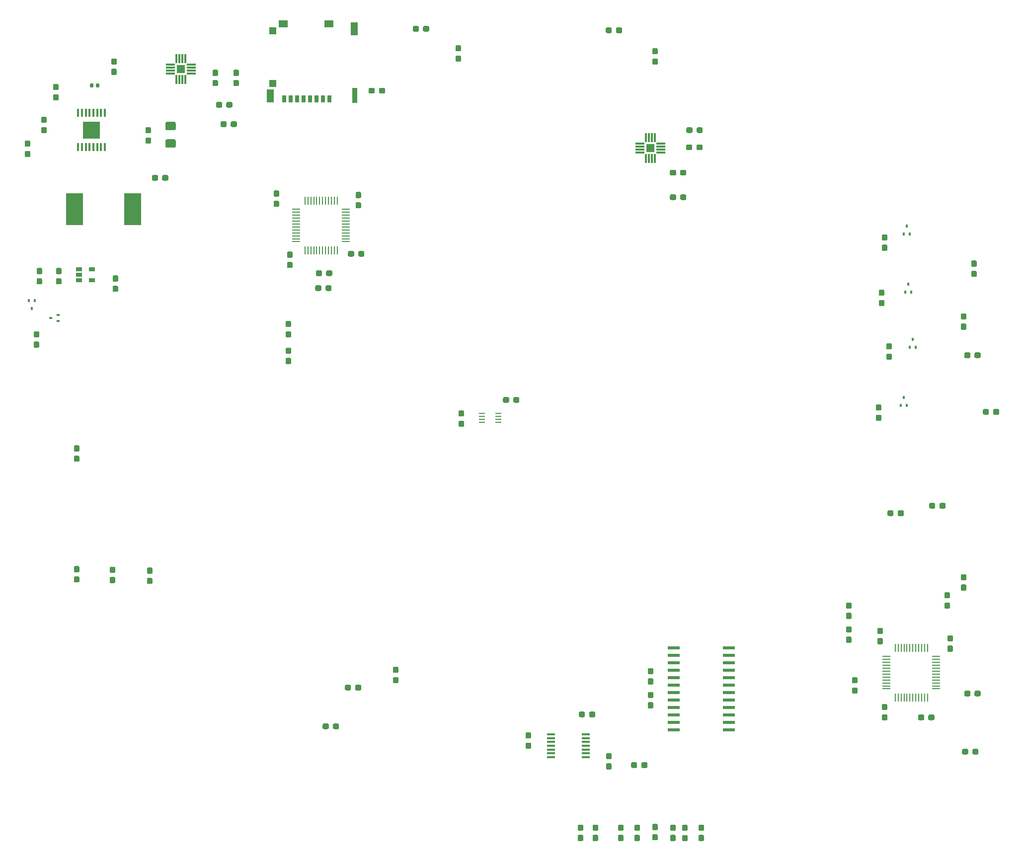
<source format=gbr>
G04 #@! TF.GenerationSoftware,KiCad,Pcbnew,(5.1.0)-1*
G04 #@! TF.CreationDate,2019-06-01T08:22:03-04:00*
G04 #@! TF.ProjectId,CommandCenter_KICAD,436f6d6d-616e-4644-9365-6e7465725f4b,rev?*
G04 #@! TF.SameCoordinates,Original*
G04 #@! TF.FileFunction,Paste,Top*
G04 #@! TF.FilePolarity,Positive*
%FSLAX46Y46*%
G04 Gerber Fmt 4.6, Leading zero omitted, Abs format (unit mm)*
G04 Created by KiCad (PCBNEW (5.1.0)-1) date 2019-06-01 08:22:03*
%MOMM*%
%LPD*%
G04 APERTURE LIST*
%ADD10C,0.100000*%
%ADD11C,0.950000*%
%ADD12C,0.590000*%
%ADD13C,1.425000*%
%ADD14R,0.800000X1.240000*%
%ADD15R,0.950000X2.500000*%
%ADD16R,1.150000X2.200000*%
%ADD17R,1.160000X1.250000*%
%ADD18R,1.160000X1.200000*%
%ADD19R,1.500000X1.150000*%
%ADD20R,2.900000X5.400000*%
%ADD21R,0.510000X0.400000*%
%ADD22R,0.400000X0.510000*%
%ADD23R,0.355600X1.473200*%
%ADD24R,2.997200X2.997200*%
%ADD25R,0.279400X1.473200*%
%ADD26R,1.473200X0.279400*%
%ADD27R,1.060000X0.650000*%
%ADD28R,0.304800X1.500000*%
%ADD29R,1.500000X0.304800*%
%ADD30R,1.447800X1.447800*%
%ADD31R,1.066800X0.254000*%
%ADD32R,2.000000X0.600000*%
%ADD33R,1.450000X0.450000*%
G04 APERTURE END LIST*
D10*
G36*
X231400779Y-120634144D02*
G01*
X231423834Y-120637563D01*
X231446443Y-120643227D01*
X231468387Y-120651079D01*
X231489457Y-120661044D01*
X231509448Y-120673026D01*
X231528168Y-120686910D01*
X231545438Y-120702562D01*
X231561090Y-120719832D01*
X231574974Y-120738552D01*
X231586956Y-120758543D01*
X231596921Y-120779613D01*
X231604773Y-120801557D01*
X231610437Y-120824166D01*
X231613856Y-120847221D01*
X231615000Y-120870500D01*
X231615000Y-121445500D01*
X231613856Y-121468779D01*
X231610437Y-121491834D01*
X231604773Y-121514443D01*
X231596921Y-121536387D01*
X231586956Y-121557457D01*
X231574974Y-121577448D01*
X231561090Y-121596168D01*
X231545438Y-121613438D01*
X231528168Y-121629090D01*
X231509448Y-121642974D01*
X231489457Y-121654956D01*
X231468387Y-121664921D01*
X231446443Y-121672773D01*
X231423834Y-121678437D01*
X231400779Y-121681856D01*
X231377500Y-121683000D01*
X230902500Y-121683000D01*
X230879221Y-121681856D01*
X230856166Y-121678437D01*
X230833557Y-121672773D01*
X230811613Y-121664921D01*
X230790543Y-121654956D01*
X230770552Y-121642974D01*
X230751832Y-121629090D01*
X230734562Y-121613438D01*
X230718910Y-121596168D01*
X230705026Y-121577448D01*
X230693044Y-121557457D01*
X230683079Y-121536387D01*
X230675227Y-121514443D01*
X230669563Y-121491834D01*
X230666144Y-121468779D01*
X230665000Y-121445500D01*
X230665000Y-120870500D01*
X230666144Y-120847221D01*
X230669563Y-120824166D01*
X230675227Y-120801557D01*
X230683079Y-120779613D01*
X230693044Y-120758543D01*
X230705026Y-120738552D01*
X230718910Y-120719832D01*
X230734562Y-120702562D01*
X230751832Y-120686910D01*
X230770552Y-120673026D01*
X230790543Y-120661044D01*
X230811613Y-120651079D01*
X230833557Y-120643227D01*
X230856166Y-120637563D01*
X230879221Y-120634144D01*
X230902500Y-120633000D01*
X231377500Y-120633000D01*
X231400779Y-120634144D01*
X231400779Y-120634144D01*
G37*
D11*
X231140000Y-121158000D03*
D10*
G36*
X231400779Y-118884144D02*
G01*
X231423834Y-118887563D01*
X231446443Y-118893227D01*
X231468387Y-118901079D01*
X231489457Y-118911044D01*
X231509448Y-118923026D01*
X231528168Y-118936910D01*
X231545438Y-118952562D01*
X231561090Y-118969832D01*
X231574974Y-118988552D01*
X231586956Y-119008543D01*
X231596921Y-119029613D01*
X231604773Y-119051557D01*
X231610437Y-119074166D01*
X231613856Y-119097221D01*
X231615000Y-119120500D01*
X231615000Y-119695500D01*
X231613856Y-119718779D01*
X231610437Y-119741834D01*
X231604773Y-119764443D01*
X231596921Y-119786387D01*
X231586956Y-119807457D01*
X231574974Y-119827448D01*
X231561090Y-119846168D01*
X231545438Y-119863438D01*
X231528168Y-119879090D01*
X231509448Y-119892974D01*
X231489457Y-119904956D01*
X231468387Y-119914921D01*
X231446443Y-119922773D01*
X231423834Y-119928437D01*
X231400779Y-119931856D01*
X231377500Y-119933000D01*
X230902500Y-119933000D01*
X230879221Y-119931856D01*
X230856166Y-119928437D01*
X230833557Y-119922773D01*
X230811613Y-119914921D01*
X230790543Y-119904956D01*
X230770552Y-119892974D01*
X230751832Y-119879090D01*
X230734562Y-119863438D01*
X230718910Y-119846168D01*
X230705026Y-119827448D01*
X230693044Y-119807457D01*
X230683079Y-119786387D01*
X230675227Y-119764443D01*
X230669563Y-119741834D01*
X230666144Y-119718779D01*
X230665000Y-119695500D01*
X230665000Y-119120500D01*
X230666144Y-119097221D01*
X230669563Y-119074166D01*
X230675227Y-119051557D01*
X230683079Y-119029613D01*
X230693044Y-119008543D01*
X230705026Y-118988552D01*
X230718910Y-118969832D01*
X230734562Y-118952562D01*
X230751832Y-118936910D01*
X230770552Y-118923026D01*
X230790543Y-118911044D01*
X230811613Y-118901079D01*
X230833557Y-118893227D01*
X230856166Y-118887563D01*
X230879221Y-118884144D01*
X230902500Y-118883000D01*
X231377500Y-118883000D01*
X231400779Y-118884144D01*
X231400779Y-118884144D01*
G37*
D11*
X231140000Y-119408000D03*
D10*
G36*
X85551958Y-32192710D02*
G01*
X85566276Y-32194834D01*
X85580317Y-32198351D01*
X85593946Y-32203228D01*
X85607031Y-32209417D01*
X85619447Y-32216858D01*
X85631073Y-32225481D01*
X85641798Y-32235202D01*
X85651519Y-32245927D01*
X85660142Y-32257553D01*
X85667583Y-32269969D01*
X85673772Y-32283054D01*
X85678649Y-32296683D01*
X85682166Y-32310724D01*
X85684290Y-32325042D01*
X85685000Y-32339500D01*
X85685000Y-32684500D01*
X85684290Y-32698958D01*
X85682166Y-32713276D01*
X85678649Y-32727317D01*
X85673772Y-32740946D01*
X85667583Y-32754031D01*
X85660142Y-32766447D01*
X85651519Y-32778073D01*
X85641798Y-32788798D01*
X85631073Y-32798519D01*
X85619447Y-32807142D01*
X85607031Y-32814583D01*
X85593946Y-32820772D01*
X85580317Y-32825649D01*
X85566276Y-32829166D01*
X85551958Y-32831290D01*
X85537500Y-32832000D01*
X85242500Y-32832000D01*
X85228042Y-32831290D01*
X85213724Y-32829166D01*
X85199683Y-32825649D01*
X85186054Y-32820772D01*
X85172969Y-32814583D01*
X85160553Y-32807142D01*
X85148927Y-32798519D01*
X85138202Y-32788798D01*
X85128481Y-32778073D01*
X85119858Y-32766447D01*
X85112417Y-32754031D01*
X85106228Y-32740946D01*
X85101351Y-32727317D01*
X85097834Y-32713276D01*
X85095710Y-32698958D01*
X85095000Y-32684500D01*
X85095000Y-32339500D01*
X85095710Y-32325042D01*
X85097834Y-32310724D01*
X85101351Y-32296683D01*
X85106228Y-32283054D01*
X85112417Y-32269969D01*
X85119858Y-32257553D01*
X85128481Y-32245927D01*
X85138202Y-32235202D01*
X85148927Y-32225481D01*
X85160553Y-32216858D01*
X85172969Y-32209417D01*
X85186054Y-32203228D01*
X85199683Y-32198351D01*
X85213724Y-32194834D01*
X85228042Y-32192710D01*
X85242500Y-32192000D01*
X85537500Y-32192000D01*
X85551958Y-32192710D01*
X85551958Y-32192710D01*
G37*
D12*
X85390000Y-32512000D03*
D10*
G36*
X86521958Y-32192710D02*
G01*
X86536276Y-32194834D01*
X86550317Y-32198351D01*
X86563946Y-32203228D01*
X86577031Y-32209417D01*
X86589447Y-32216858D01*
X86601073Y-32225481D01*
X86611798Y-32235202D01*
X86621519Y-32245927D01*
X86630142Y-32257553D01*
X86637583Y-32269969D01*
X86643772Y-32283054D01*
X86648649Y-32296683D01*
X86652166Y-32310724D01*
X86654290Y-32325042D01*
X86655000Y-32339500D01*
X86655000Y-32684500D01*
X86654290Y-32698958D01*
X86652166Y-32713276D01*
X86648649Y-32727317D01*
X86643772Y-32740946D01*
X86637583Y-32754031D01*
X86630142Y-32766447D01*
X86621519Y-32778073D01*
X86611798Y-32788798D01*
X86601073Y-32798519D01*
X86589447Y-32807142D01*
X86577031Y-32814583D01*
X86563946Y-32820772D01*
X86550317Y-32825649D01*
X86536276Y-32829166D01*
X86521958Y-32831290D01*
X86507500Y-32832000D01*
X86212500Y-32832000D01*
X86198042Y-32831290D01*
X86183724Y-32829166D01*
X86169683Y-32825649D01*
X86156054Y-32820772D01*
X86142969Y-32814583D01*
X86130553Y-32807142D01*
X86118927Y-32798519D01*
X86108202Y-32788798D01*
X86098481Y-32778073D01*
X86089858Y-32766447D01*
X86082417Y-32754031D01*
X86076228Y-32740946D01*
X86071351Y-32727317D01*
X86067834Y-32713276D01*
X86065710Y-32698958D01*
X86065000Y-32684500D01*
X86065000Y-32339500D01*
X86065710Y-32325042D01*
X86067834Y-32310724D01*
X86071351Y-32296683D01*
X86076228Y-32283054D01*
X86082417Y-32269969D01*
X86089858Y-32257553D01*
X86098481Y-32245927D01*
X86108202Y-32235202D01*
X86118927Y-32225481D01*
X86130553Y-32216858D01*
X86142969Y-32209417D01*
X86156054Y-32203228D01*
X86169683Y-32198351D01*
X86183724Y-32194834D01*
X86198042Y-32192710D01*
X86212500Y-32192000D01*
X86507500Y-32192000D01*
X86521958Y-32192710D01*
X86521958Y-32192710D01*
G37*
D12*
X86360000Y-32512000D03*
D10*
G36*
X89414779Y-29674144D02*
G01*
X89437834Y-29677563D01*
X89460443Y-29683227D01*
X89482387Y-29691079D01*
X89503457Y-29701044D01*
X89523448Y-29713026D01*
X89542168Y-29726910D01*
X89559438Y-29742562D01*
X89575090Y-29759832D01*
X89588974Y-29778552D01*
X89600956Y-29798543D01*
X89610921Y-29819613D01*
X89618773Y-29841557D01*
X89624437Y-29864166D01*
X89627856Y-29887221D01*
X89629000Y-29910500D01*
X89629000Y-30485500D01*
X89627856Y-30508779D01*
X89624437Y-30531834D01*
X89618773Y-30554443D01*
X89610921Y-30576387D01*
X89600956Y-30597457D01*
X89588974Y-30617448D01*
X89575090Y-30636168D01*
X89559438Y-30653438D01*
X89542168Y-30669090D01*
X89523448Y-30682974D01*
X89503457Y-30694956D01*
X89482387Y-30704921D01*
X89460443Y-30712773D01*
X89437834Y-30718437D01*
X89414779Y-30721856D01*
X89391500Y-30723000D01*
X88916500Y-30723000D01*
X88893221Y-30721856D01*
X88870166Y-30718437D01*
X88847557Y-30712773D01*
X88825613Y-30704921D01*
X88804543Y-30694956D01*
X88784552Y-30682974D01*
X88765832Y-30669090D01*
X88748562Y-30653438D01*
X88732910Y-30636168D01*
X88719026Y-30617448D01*
X88707044Y-30597457D01*
X88697079Y-30576387D01*
X88689227Y-30554443D01*
X88683563Y-30531834D01*
X88680144Y-30508779D01*
X88679000Y-30485500D01*
X88679000Y-29910500D01*
X88680144Y-29887221D01*
X88683563Y-29864166D01*
X88689227Y-29841557D01*
X88697079Y-29819613D01*
X88707044Y-29798543D01*
X88719026Y-29778552D01*
X88732910Y-29759832D01*
X88748562Y-29742562D01*
X88765832Y-29726910D01*
X88784552Y-29713026D01*
X88804543Y-29701044D01*
X88825613Y-29691079D01*
X88847557Y-29683227D01*
X88870166Y-29677563D01*
X88893221Y-29674144D01*
X88916500Y-29673000D01*
X89391500Y-29673000D01*
X89414779Y-29674144D01*
X89414779Y-29674144D01*
G37*
D11*
X89154000Y-30198000D03*
D10*
G36*
X89414779Y-27924144D02*
G01*
X89437834Y-27927563D01*
X89460443Y-27933227D01*
X89482387Y-27941079D01*
X89503457Y-27951044D01*
X89523448Y-27963026D01*
X89542168Y-27976910D01*
X89559438Y-27992562D01*
X89575090Y-28009832D01*
X89588974Y-28028552D01*
X89600956Y-28048543D01*
X89610921Y-28069613D01*
X89618773Y-28091557D01*
X89624437Y-28114166D01*
X89627856Y-28137221D01*
X89629000Y-28160500D01*
X89629000Y-28735500D01*
X89627856Y-28758779D01*
X89624437Y-28781834D01*
X89618773Y-28804443D01*
X89610921Y-28826387D01*
X89600956Y-28847457D01*
X89588974Y-28867448D01*
X89575090Y-28886168D01*
X89559438Y-28903438D01*
X89542168Y-28919090D01*
X89523448Y-28932974D01*
X89503457Y-28944956D01*
X89482387Y-28954921D01*
X89460443Y-28962773D01*
X89437834Y-28968437D01*
X89414779Y-28971856D01*
X89391500Y-28973000D01*
X88916500Y-28973000D01*
X88893221Y-28971856D01*
X88870166Y-28968437D01*
X88847557Y-28962773D01*
X88825613Y-28954921D01*
X88804543Y-28944956D01*
X88784552Y-28932974D01*
X88765832Y-28919090D01*
X88748562Y-28903438D01*
X88732910Y-28886168D01*
X88719026Y-28867448D01*
X88707044Y-28847457D01*
X88697079Y-28826387D01*
X88689227Y-28804443D01*
X88683563Y-28781834D01*
X88680144Y-28758779D01*
X88679000Y-28735500D01*
X88679000Y-28160500D01*
X88680144Y-28137221D01*
X88683563Y-28114166D01*
X88689227Y-28091557D01*
X88697079Y-28069613D01*
X88707044Y-28048543D01*
X88719026Y-28028552D01*
X88732910Y-28009832D01*
X88748562Y-27992562D01*
X88765832Y-27976910D01*
X88784552Y-27963026D01*
X88804543Y-27951044D01*
X88825613Y-27941079D01*
X88847557Y-27933227D01*
X88870166Y-27927563D01*
X88893221Y-27924144D01*
X88916500Y-27923000D01*
X89391500Y-27923000D01*
X89414779Y-27924144D01*
X89414779Y-27924144D01*
G37*
D11*
X89154000Y-28448000D03*
D10*
G36*
X80016779Y-65375144D02*
G01*
X80039834Y-65378563D01*
X80062443Y-65384227D01*
X80084387Y-65392079D01*
X80105457Y-65402044D01*
X80125448Y-65414026D01*
X80144168Y-65427910D01*
X80161438Y-65443562D01*
X80177090Y-65460832D01*
X80190974Y-65479552D01*
X80202956Y-65499543D01*
X80212921Y-65520613D01*
X80220773Y-65542557D01*
X80226437Y-65565166D01*
X80229856Y-65588221D01*
X80231000Y-65611500D01*
X80231000Y-66186500D01*
X80229856Y-66209779D01*
X80226437Y-66232834D01*
X80220773Y-66255443D01*
X80212921Y-66277387D01*
X80202956Y-66298457D01*
X80190974Y-66318448D01*
X80177090Y-66337168D01*
X80161438Y-66354438D01*
X80144168Y-66370090D01*
X80125448Y-66383974D01*
X80105457Y-66395956D01*
X80084387Y-66405921D01*
X80062443Y-66413773D01*
X80039834Y-66419437D01*
X80016779Y-66422856D01*
X79993500Y-66424000D01*
X79518500Y-66424000D01*
X79495221Y-66422856D01*
X79472166Y-66419437D01*
X79449557Y-66413773D01*
X79427613Y-66405921D01*
X79406543Y-66395956D01*
X79386552Y-66383974D01*
X79367832Y-66370090D01*
X79350562Y-66354438D01*
X79334910Y-66337168D01*
X79321026Y-66318448D01*
X79309044Y-66298457D01*
X79299079Y-66277387D01*
X79291227Y-66255443D01*
X79285563Y-66232834D01*
X79282144Y-66209779D01*
X79281000Y-66186500D01*
X79281000Y-65611500D01*
X79282144Y-65588221D01*
X79285563Y-65565166D01*
X79291227Y-65542557D01*
X79299079Y-65520613D01*
X79309044Y-65499543D01*
X79321026Y-65479552D01*
X79334910Y-65460832D01*
X79350562Y-65443562D01*
X79367832Y-65427910D01*
X79386552Y-65414026D01*
X79406543Y-65402044D01*
X79427613Y-65392079D01*
X79449557Y-65384227D01*
X79472166Y-65378563D01*
X79495221Y-65375144D01*
X79518500Y-65374000D01*
X79993500Y-65374000D01*
X80016779Y-65375144D01*
X80016779Y-65375144D01*
G37*
D11*
X79756000Y-65899000D03*
D10*
G36*
X80016779Y-63625144D02*
G01*
X80039834Y-63628563D01*
X80062443Y-63634227D01*
X80084387Y-63642079D01*
X80105457Y-63652044D01*
X80125448Y-63664026D01*
X80144168Y-63677910D01*
X80161438Y-63693562D01*
X80177090Y-63710832D01*
X80190974Y-63729552D01*
X80202956Y-63749543D01*
X80212921Y-63770613D01*
X80220773Y-63792557D01*
X80226437Y-63815166D01*
X80229856Y-63838221D01*
X80231000Y-63861500D01*
X80231000Y-64436500D01*
X80229856Y-64459779D01*
X80226437Y-64482834D01*
X80220773Y-64505443D01*
X80212921Y-64527387D01*
X80202956Y-64548457D01*
X80190974Y-64568448D01*
X80177090Y-64587168D01*
X80161438Y-64604438D01*
X80144168Y-64620090D01*
X80125448Y-64633974D01*
X80105457Y-64645956D01*
X80084387Y-64655921D01*
X80062443Y-64663773D01*
X80039834Y-64669437D01*
X80016779Y-64672856D01*
X79993500Y-64674000D01*
X79518500Y-64674000D01*
X79495221Y-64672856D01*
X79472166Y-64669437D01*
X79449557Y-64663773D01*
X79427613Y-64655921D01*
X79406543Y-64645956D01*
X79386552Y-64633974D01*
X79367832Y-64620090D01*
X79350562Y-64604438D01*
X79334910Y-64587168D01*
X79321026Y-64568448D01*
X79309044Y-64548457D01*
X79299079Y-64527387D01*
X79291227Y-64505443D01*
X79285563Y-64482834D01*
X79282144Y-64459779D01*
X79281000Y-64436500D01*
X79281000Y-63861500D01*
X79282144Y-63838221D01*
X79285563Y-63815166D01*
X79291227Y-63792557D01*
X79299079Y-63770613D01*
X79309044Y-63749543D01*
X79321026Y-63729552D01*
X79334910Y-63710832D01*
X79350562Y-63693562D01*
X79367832Y-63677910D01*
X79386552Y-63664026D01*
X79406543Y-63652044D01*
X79427613Y-63642079D01*
X79449557Y-63634227D01*
X79472166Y-63628563D01*
X79495221Y-63625144D01*
X79518500Y-63624000D01*
X79993500Y-63624000D01*
X80016779Y-63625144D01*
X80016779Y-63625144D01*
G37*
D11*
X79756000Y-64149000D03*
D10*
G36*
X95256779Y-39636144D02*
G01*
X95279834Y-39639563D01*
X95302443Y-39645227D01*
X95324387Y-39653079D01*
X95345457Y-39663044D01*
X95365448Y-39675026D01*
X95384168Y-39688910D01*
X95401438Y-39704562D01*
X95417090Y-39721832D01*
X95430974Y-39740552D01*
X95442956Y-39760543D01*
X95452921Y-39781613D01*
X95460773Y-39803557D01*
X95466437Y-39826166D01*
X95469856Y-39849221D01*
X95471000Y-39872500D01*
X95471000Y-40447500D01*
X95469856Y-40470779D01*
X95466437Y-40493834D01*
X95460773Y-40516443D01*
X95452921Y-40538387D01*
X95442956Y-40559457D01*
X95430974Y-40579448D01*
X95417090Y-40598168D01*
X95401438Y-40615438D01*
X95384168Y-40631090D01*
X95365448Y-40644974D01*
X95345457Y-40656956D01*
X95324387Y-40666921D01*
X95302443Y-40674773D01*
X95279834Y-40680437D01*
X95256779Y-40683856D01*
X95233500Y-40685000D01*
X94758500Y-40685000D01*
X94735221Y-40683856D01*
X94712166Y-40680437D01*
X94689557Y-40674773D01*
X94667613Y-40666921D01*
X94646543Y-40656956D01*
X94626552Y-40644974D01*
X94607832Y-40631090D01*
X94590562Y-40615438D01*
X94574910Y-40598168D01*
X94561026Y-40579448D01*
X94549044Y-40559457D01*
X94539079Y-40538387D01*
X94531227Y-40516443D01*
X94525563Y-40493834D01*
X94522144Y-40470779D01*
X94521000Y-40447500D01*
X94521000Y-39872500D01*
X94522144Y-39849221D01*
X94525563Y-39826166D01*
X94531227Y-39803557D01*
X94539079Y-39781613D01*
X94549044Y-39760543D01*
X94561026Y-39740552D01*
X94574910Y-39721832D01*
X94590562Y-39704562D01*
X94607832Y-39688910D01*
X94626552Y-39675026D01*
X94646543Y-39663044D01*
X94667613Y-39653079D01*
X94689557Y-39645227D01*
X94712166Y-39639563D01*
X94735221Y-39636144D01*
X94758500Y-39635000D01*
X95233500Y-39635000D01*
X95256779Y-39636144D01*
X95256779Y-39636144D01*
G37*
D11*
X94996000Y-40160000D03*
D10*
G36*
X95256779Y-41386144D02*
G01*
X95279834Y-41389563D01*
X95302443Y-41395227D01*
X95324387Y-41403079D01*
X95345457Y-41413044D01*
X95365448Y-41425026D01*
X95384168Y-41438910D01*
X95401438Y-41454562D01*
X95417090Y-41471832D01*
X95430974Y-41490552D01*
X95442956Y-41510543D01*
X95452921Y-41531613D01*
X95460773Y-41553557D01*
X95466437Y-41576166D01*
X95469856Y-41599221D01*
X95471000Y-41622500D01*
X95471000Y-42197500D01*
X95469856Y-42220779D01*
X95466437Y-42243834D01*
X95460773Y-42266443D01*
X95452921Y-42288387D01*
X95442956Y-42309457D01*
X95430974Y-42329448D01*
X95417090Y-42348168D01*
X95401438Y-42365438D01*
X95384168Y-42381090D01*
X95365448Y-42394974D01*
X95345457Y-42406956D01*
X95324387Y-42416921D01*
X95302443Y-42424773D01*
X95279834Y-42430437D01*
X95256779Y-42433856D01*
X95233500Y-42435000D01*
X94758500Y-42435000D01*
X94735221Y-42433856D01*
X94712166Y-42430437D01*
X94689557Y-42424773D01*
X94667613Y-42416921D01*
X94646543Y-42406956D01*
X94626552Y-42394974D01*
X94607832Y-42381090D01*
X94590562Y-42365438D01*
X94574910Y-42348168D01*
X94561026Y-42329448D01*
X94549044Y-42309457D01*
X94539079Y-42288387D01*
X94531227Y-42266443D01*
X94525563Y-42243834D01*
X94522144Y-42220779D01*
X94521000Y-42197500D01*
X94521000Y-41622500D01*
X94522144Y-41599221D01*
X94525563Y-41576166D01*
X94531227Y-41553557D01*
X94539079Y-41531613D01*
X94549044Y-41510543D01*
X94561026Y-41490552D01*
X94574910Y-41471832D01*
X94590562Y-41454562D01*
X94607832Y-41438910D01*
X94626552Y-41425026D01*
X94646543Y-41413044D01*
X94667613Y-41403079D01*
X94689557Y-41395227D01*
X94712166Y-41389563D01*
X94735221Y-41386144D01*
X94758500Y-41385000D01*
X95233500Y-41385000D01*
X95256779Y-41386144D01*
X95256779Y-41386144D01*
G37*
D11*
X94996000Y-41910000D03*
D10*
G36*
X99455504Y-38731704D02*
G01*
X99479773Y-38735304D01*
X99503571Y-38741265D01*
X99526671Y-38749530D01*
X99548849Y-38760020D01*
X99569893Y-38772633D01*
X99589598Y-38787247D01*
X99607777Y-38803723D01*
X99624253Y-38821902D01*
X99638867Y-38841607D01*
X99651480Y-38862651D01*
X99661970Y-38884829D01*
X99670235Y-38907929D01*
X99676196Y-38931727D01*
X99679796Y-38955996D01*
X99681000Y-38980500D01*
X99681000Y-39905500D01*
X99679796Y-39930004D01*
X99676196Y-39954273D01*
X99670235Y-39978071D01*
X99661970Y-40001171D01*
X99651480Y-40023349D01*
X99638867Y-40044393D01*
X99624253Y-40064098D01*
X99607777Y-40082277D01*
X99589598Y-40098753D01*
X99569893Y-40113367D01*
X99548849Y-40125980D01*
X99526671Y-40136470D01*
X99503571Y-40144735D01*
X99479773Y-40150696D01*
X99455504Y-40154296D01*
X99431000Y-40155500D01*
X98181000Y-40155500D01*
X98156496Y-40154296D01*
X98132227Y-40150696D01*
X98108429Y-40144735D01*
X98085329Y-40136470D01*
X98063151Y-40125980D01*
X98042107Y-40113367D01*
X98022402Y-40098753D01*
X98004223Y-40082277D01*
X97987747Y-40064098D01*
X97973133Y-40044393D01*
X97960520Y-40023349D01*
X97950030Y-40001171D01*
X97941765Y-39978071D01*
X97935804Y-39954273D01*
X97932204Y-39930004D01*
X97931000Y-39905500D01*
X97931000Y-38980500D01*
X97932204Y-38955996D01*
X97935804Y-38931727D01*
X97941765Y-38907929D01*
X97950030Y-38884829D01*
X97960520Y-38862651D01*
X97973133Y-38841607D01*
X97987747Y-38821902D01*
X98004223Y-38803723D01*
X98022402Y-38787247D01*
X98042107Y-38772633D01*
X98063151Y-38760020D01*
X98085329Y-38749530D01*
X98108429Y-38741265D01*
X98132227Y-38735304D01*
X98156496Y-38731704D01*
X98181000Y-38730500D01*
X99431000Y-38730500D01*
X99455504Y-38731704D01*
X99455504Y-38731704D01*
G37*
D13*
X98806000Y-39443000D03*
D10*
G36*
X99455504Y-41706704D02*
G01*
X99479773Y-41710304D01*
X99503571Y-41716265D01*
X99526671Y-41724530D01*
X99548849Y-41735020D01*
X99569893Y-41747633D01*
X99589598Y-41762247D01*
X99607777Y-41778723D01*
X99624253Y-41796902D01*
X99638867Y-41816607D01*
X99651480Y-41837651D01*
X99661970Y-41859829D01*
X99670235Y-41882929D01*
X99676196Y-41906727D01*
X99679796Y-41930996D01*
X99681000Y-41955500D01*
X99681000Y-42880500D01*
X99679796Y-42905004D01*
X99676196Y-42929273D01*
X99670235Y-42953071D01*
X99661970Y-42976171D01*
X99651480Y-42998349D01*
X99638867Y-43019393D01*
X99624253Y-43039098D01*
X99607777Y-43057277D01*
X99589598Y-43073753D01*
X99569893Y-43088367D01*
X99548849Y-43100980D01*
X99526671Y-43111470D01*
X99503571Y-43119735D01*
X99479773Y-43125696D01*
X99455504Y-43129296D01*
X99431000Y-43130500D01*
X98181000Y-43130500D01*
X98156496Y-43129296D01*
X98132227Y-43125696D01*
X98108429Y-43119735D01*
X98085329Y-43111470D01*
X98063151Y-43100980D01*
X98042107Y-43088367D01*
X98022402Y-43073753D01*
X98004223Y-43057277D01*
X97987747Y-43039098D01*
X97973133Y-43019393D01*
X97960520Y-42998349D01*
X97950030Y-42976171D01*
X97941765Y-42953071D01*
X97935804Y-42929273D01*
X97932204Y-42905004D01*
X97931000Y-42880500D01*
X97931000Y-41955500D01*
X97932204Y-41930996D01*
X97935804Y-41906727D01*
X97941765Y-41882929D01*
X97950030Y-41859829D01*
X97960520Y-41837651D01*
X97973133Y-41816607D01*
X97987747Y-41796902D01*
X98004223Y-41778723D01*
X98022402Y-41762247D01*
X98042107Y-41747633D01*
X98063151Y-41735020D01*
X98085329Y-41724530D01*
X98108429Y-41716265D01*
X98132227Y-41710304D01*
X98156496Y-41706704D01*
X98181000Y-41705500D01*
X99431000Y-41705500D01*
X99455504Y-41706704D01*
X99455504Y-41706704D01*
G37*
D13*
X98806000Y-42418000D03*
D10*
G36*
X89668779Y-64895144D02*
G01*
X89691834Y-64898563D01*
X89714443Y-64904227D01*
X89736387Y-64912079D01*
X89757457Y-64922044D01*
X89777448Y-64934026D01*
X89796168Y-64947910D01*
X89813438Y-64963562D01*
X89829090Y-64980832D01*
X89842974Y-64999552D01*
X89854956Y-65019543D01*
X89864921Y-65040613D01*
X89872773Y-65062557D01*
X89878437Y-65085166D01*
X89881856Y-65108221D01*
X89883000Y-65131500D01*
X89883000Y-65706500D01*
X89881856Y-65729779D01*
X89878437Y-65752834D01*
X89872773Y-65775443D01*
X89864921Y-65797387D01*
X89854956Y-65818457D01*
X89842974Y-65838448D01*
X89829090Y-65857168D01*
X89813438Y-65874438D01*
X89796168Y-65890090D01*
X89777448Y-65903974D01*
X89757457Y-65915956D01*
X89736387Y-65925921D01*
X89714443Y-65933773D01*
X89691834Y-65939437D01*
X89668779Y-65942856D01*
X89645500Y-65944000D01*
X89170500Y-65944000D01*
X89147221Y-65942856D01*
X89124166Y-65939437D01*
X89101557Y-65933773D01*
X89079613Y-65925921D01*
X89058543Y-65915956D01*
X89038552Y-65903974D01*
X89019832Y-65890090D01*
X89002562Y-65874438D01*
X88986910Y-65857168D01*
X88973026Y-65838448D01*
X88961044Y-65818457D01*
X88951079Y-65797387D01*
X88943227Y-65775443D01*
X88937563Y-65752834D01*
X88934144Y-65729779D01*
X88933000Y-65706500D01*
X88933000Y-65131500D01*
X88934144Y-65108221D01*
X88937563Y-65085166D01*
X88943227Y-65062557D01*
X88951079Y-65040613D01*
X88961044Y-65019543D01*
X88973026Y-64999552D01*
X88986910Y-64980832D01*
X89002562Y-64963562D01*
X89019832Y-64947910D01*
X89038552Y-64934026D01*
X89058543Y-64922044D01*
X89079613Y-64912079D01*
X89101557Y-64904227D01*
X89124166Y-64898563D01*
X89147221Y-64895144D01*
X89170500Y-64894000D01*
X89645500Y-64894000D01*
X89668779Y-64895144D01*
X89668779Y-64895144D01*
G37*
D11*
X89408000Y-65419000D03*
D10*
G36*
X89668779Y-66645144D02*
G01*
X89691834Y-66648563D01*
X89714443Y-66654227D01*
X89736387Y-66662079D01*
X89757457Y-66672044D01*
X89777448Y-66684026D01*
X89796168Y-66697910D01*
X89813438Y-66713562D01*
X89829090Y-66730832D01*
X89842974Y-66749552D01*
X89854956Y-66769543D01*
X89864921Y-66790613D01*
X89872773Y-66812557D01*
X89878437Y-66835166D01*
X89881856Y-66858221D01*
X89883000Y-66881500D01*
X89883000Y-67456500D01*
X89881856Y-67479779D01*
X89878437Y-67502834D01*
X89872773Y-67525443D01*
X89864921Y-67547387D01*
X89854956Y-67568457D01*
X89842974Y-67588448D01*
X89829090Y-67607168D01*
X89813438Y-67624438D01*
X89796168Y-67640090D01*
X89777448Y-67653974D01*
X89757457Y-67665956D01*
X89736387Y-67675921D01*
X89714443Y-67683773D01*
X89691834Y-67689437D01*
X89668779Y-67692856D01*
X89645500Y-67694000D01*
X89170500Y-67694000D01*
X89147221Y-67692856D01*
X89124166Y-67689437D01*
X89101557Y-67683773D01*
X89079613Y-67675921D01*
X89058543Y-67665956D01*
X89038552Y-67653974D01*
X89019832Y-67640090D01*
X89002562Y-67624438D01*
X88986910Y-67607168D01*
X88973026Y-67588448D01*
X88961044Y-67568457D01*
X88951079Y-67547387D01*
X88943227Y-67525443D01*
X88937563Y-67502834D01*
X88934144Y-67479779D01*
X88933000Y-67456500D01*
X88933000Y-66881500D01*
X88934144Y-66858221D01*
X88937563Y-66835166D01*
X88943227Y-66812557D01*
X88951079Y-66790613D01*
X88961044Y-66769543D01*
X88973026Y-66749552D01*
X88986910Y-66730832D01*
X89002562Y-66713562D01*
X89019832Y-66697910D01*
X89038552Y-66684026D01*
X89058543Y-66672044D01*
X89079613Y-66662079D01*
X89101557Y-66654227D01*
X89124166Y-66648563D01*
X89147221Y-66645144D01*
X89170500Y-66644000D01*
X89645500Y-66644000D01*
X89668779Y-66645144D01*
X89668779Y-66645144D01*
G37*
D11*
X89408000Y-67169000D03*
D10*
G36*
X83064779Y-95601144D02*
G01*
X83087834Y-95604563D01*
X83110443Y-95610227D01*
X83132387Y-95618079D01*
X83153457Y-95628044D01*
X83173448Y-95640026D01*
X83192168Y-95653910D01*
X83209438Y-95669562D01*
X83225090Y-95686832D01*
X83238974Y-95705552D01*
X83250956Y-95725543D01*
X83260921Y-95746613D01*
X83268773Y-95768557D01*
X83274437Y-95791166D01*
X83277856Y-95814221D01*
X83279000Y-95837500D01*
X83279000Y-96412500D01*
X83277856Y-96435779D01*
X83274437Y-96458834D01*
X83268773Y-96481443D01*
X83260921Y-96503387D01*
X83250956Y-96524457D01*
X83238974Y-96544448D01*
X83225090Y-96563168D01*
X83209438Y-96580438D01*
X83192168Y-96596090D01*
X83173448Y-96609974D01*
X83153457Y-96621956D01*
X83132387Y-96631921D01*
X83110443Y-96639773D01*
X83087834Y-96645437D01*
X83064779Y-96648856D01*
X83041500Y-96650000D01*
X82566500Y-96650000D01*
X82543221Y-96648856D01*
X82520166Y-96645437D01*
X82497557Y-96639773D01*
X82475613Y-96631921D01*
X82454543Y-96621956D01*
X82434552Y-96609974D01*
X82415832Y-96596090D01*
X82398562Y-96580438D01*
X82382910Y-96563168D01*
X82369026Y-96544448D01*
X82357044Y-96524457D01*
X82347079Y-96503387D01*
X82339227Y-96481443D01*
X82333563Y-96458834D01*
X82330144Y-96435779D01*
X82329000Y-96412500D01*
X82329000Y-95837500D01*
X82330144Y-95814221D01*
X82333563Y-95791166D01*
X82339227Y-95768557D01*
X82347079Y-95746613D01*
X82357044Y-95725543D01*
X82369026Y-95705552D01*
X82382910Y-95686832D01*
X82398562Y-95669562D01*
X82415832Y-95653910D01*
X82434552Y-95640026D01*
X82454543Y-95628044D01*
X82475613Y-95618079D01*
X82497557Y-95610227D01*
X82520166Y-95604563D01*
X82543221Y-95601144D01*
X82566500Y-95600000D01*
X83041500Y-95600000D01*
X83064779Y-95601144D01*
X83064779Y-95601144D01*
G37*
D11*
X82804000Y-96125000D03*
D10*
G36*
X83064779Y-93851144D02*
G01*
X83087834Y-93854563D01*
X83110443Y-93860227D01*
X83132387Y-93868079D01*
X83153457Y-93878044D01*
X83173448Y-93890026D01*
X83192168Y-93903910D01*
X83209438Y-93919562D01*
X83225090Y-93936832D01*
X83238974Y-93955552D01*
X83250956Y-93975543D01*
X83260921Y-93996613D01*
X83268773Y-94018557D01*
X83274437Y-94041166D01*
X83277856Y-94064221D01*
X83279000Y-94087500D01*
X83279000Y-94662500D01*
X83277856Y-94685779D01*
X83274437Y-94708834D01*
X83268773Y-94731443D01*
X83260921Y-94753387D01*
X83250956Y-94774457D01*
X83238974Y-94794448D01*
X83225090Y-94813168D01*
X83209438Y-94830438D01*
X83192168Y-94846090D01*
X83173448Y-94859974D01*
X83153457Y-94871956D01*
X83132387Y-94881921D01*
X83110443Y-94889773D01*
X83087834Y-94895437D01*
X83064779Y-94898856D01*
X83041500Y-94900000D01*
X82566500Y-94900000D01*
X82543221Y-94898856D01*
X82520166Y-94895437D01*
X82497557Y-94889773D01*
X82475613Y-94881921D01*
X82454543Y-94871956D01*
X82434552Y-94859974D01*
X82415832Y-94846090D01*
X82398562Y-94830438D01*
X82382910Y-94813168D01*
X82369026Y-94794448D01*
X82357044Y-94774457D01*
X82347079Y-94753387D01*
X82339227Y-94731443D01*
X82333563Y-94708834D01*
X82330144Y-94685779D01*
X82329000Y-94662500D01*
X82329000Y-94087500D01*
X82330144Y-94064221D01*
X82333563Y-94041166D01*
X82339227Y-94018557D01*
X82347079Y-93996613D01*
X82357044Y-93975543D01*
X82369026Y-93955552D01*
X82382910Y-93936832D01*
X82398562Y-93919562D01*
X82415832Y-93903910D01*
X82434552Y-93890026D01*
X82454543Y-93878044D01*
X82475613Y-93868079D01*
X82497557Y-93860227D01*
X82520166Y-93854563D01*
X82543221Y-93851144D01*
X82566500Y-93850000D01*
X83041500Y-93850000D01*
X83064779Y-93851144D01*
X83064779Y-93851144D01*
G37*
D11*
X82804000Y-94375000D03*
D10*
G36*
X187536779Y-39658144D02*
G01*
X187559834Y-39661563D01*
X187582443Y-39667227D01*
X187604387Y-39675079D01*
X187625457Y-39685044D01*
X187645448Y-39697026D01*
X187664168Y-39710910D01*
X187681438Y-39726562D01*
X187697090Y-39743832D01*
X187710974Y-39762552D01*
X187722956Y-39782543D01*
X187732921Y-39803613D01*
X187740773Y-39825557D01*
X187746437Y-39848166D01*
X187749856Y-39871221D01*
X187751000Y-39894500D01*
X187751000Y-40369500D01*
X187749856Y-40392779D01*
X187746437Y-40415834D01*
X187740773Y-40438443D01*
X187732921Y-40460387D01*
X187722956Y-40481457D01*
X187710974Y-40501448D01*
X187697090Y-40520168D01*
X187681438Y-40537438D01*
X187664168Y-40553090D01*
X187645448Y-40566974D01*
X187625457Y-40578956D01*
X187604387Y-40588921D01*
X187582443Y-40596773D01*
X187559834Y-40602437D01*
X187536779Y-40605856D01*
X187513500Y-40607000D01*
X186938500Y-40607000D01*
X186915221Y-40605856D01*
X186892166Y-40602437D01*
X186869557Y-40596773D01*
X186847613Y-40588921D01*
X186826543Y-40578956D01*
X186806552Y-40566974D01*
X186787832Y-40553090D01*
X186770562Y-40537438D01*
X186754910Y-40520168D01*
X186741026Y-40501448D01*
X186729044Y-40481457D01*
X186719079Y-40460387D01*
X186711227Y-40438443D01*
X186705563Y-40415834D01*
X186702144Y-40392779D01*
X186701000Y-40369500D01*
X186701000Y-39894500D01*
X186702144Y-39871221D01*
X186705563Y-39848166D01*
X186711227Y-39825557D01*
X186719079Y-39803613D01*
X186729044Y-39782543D01*
X186741026Y-39762552D01*
X186754910Y-39743832D01*
X186770562Y-39726562D01*
X186787832Y-39710910D01*
X186806552Y-39697026D01*
X186826543Y-39685044D01*
X186847613Y-39675079D01*
X186869557Y-39667227D01*
X186892166Y-39661563D01*
X186915221Y-39658144D01*
X186938500Y-39657000D01*
X187513500Y-39657000D01*
X187536779Y-39658144D01*
X187536779Y-39658144D01*
G37*
D11*
X187226000Y-40132000D03*
D10*
G36*
X189286779Y-39658144D02*
G01*
X189309834Y-39661563D01*
X189332443Y-39667227D01*
X189354387Y-39675079D01*
X189375457Y-39685044D01*
X189395448Y-39697026D01*
X189414168Y-39710910D01*
X189431438Y-39726562D01*
X189447090Y-39743832D01*
X189460974Y-39762552D01*
X189472956Y-39782543D01*
X189482921Y-39803613D01*
X189490773Y-39825557D01*
X189496437Y-39848166D01*
X189499856Y-39871221D01*
X189501000Y-39894500D01*
X189501000Y-40369500D01*
X189499856Y-40392779D01*
X189496437Y-40415834D01*
X189490773Y-40438443D01*
X189482921Y-40460387D01*
X189472956Y-40481457D01*
X189460974Y-40501448D01*
X189447090Y-40520168D01*
X189431438Y-40537438D01*
X189414168Y-40553090D01*
X189395448Y-40566974D01*
X189375457Y-40578956D01*
X189354387Y-40588921D01*
X189332443Y-40596773D01*
X189309834Y-40602437D01*
X189286779Y-40605856D01*
X189263500Y-40607000D01*
X188688500Y-40607000D01*
X188665221Y-40605856D01*
X188642166Y-40602437D01*
X188619557Y-40596773D01*
X188597613Y-40588921D01*
X188576543Y-40578956D01*
X188556552Y-40566974D01*
X188537832Y-40553090D01*
X188520562Y-40537438D01*
X188504910Y-40520168D01*
X188491026Y-40501448D01*
X188479044Y-40481457D01*
X188469079Y-40460387D01*
X188461227Y-40438443D01*
X188455563Y-40415834D01*
X188452144Y-40392779D01*
X188451000Y-40369500D01*
X188451000Y-39894500D01*
X188452144Y-39871221D01*
X188455563Y-39848166D01*
X188461227Y-39825557D01*
X188469079Y-39803613D01*
X188479044Y-39782543D01*
X188491026Y-39762552D01*
X188504910Y-39743832D01*
X188520562Y-39726562D01*
X188537832Y-39710910D01*
X188556552Y-39697026D01*
X188576543Y-39685044D01*
X188597613Y-39675079D01*
X188619557Y-39667227D01*
X188642166Y-39661563D01*
X188665221Y-39658144D01*
X188688500Y-39657000D01*
X189263500Y-39657000D01*
X189286779Y-39658144D01*
X189286779Y-39658144D01*
G37*
D11*
X188976000Y-40132000D03*
D10*
G36*
X110242779Y-29843144D02*
G01*
X110265834Y-29846563D01*
X110288443Y-29852227D01*
X110310387Y-29860079D01*
X110331457Y-29870044D01*
X110351448Y-29882026D01*
X110370168Y-29895910D01*
X110387438Y-29911562D01*
X110403090Y-29928832D01*
X110416974Y-29947552D01*
X110428956Y-29967543D01*
X110438921Y-29988613D01*
X110446773Y-30010557D01*
X110452437Y-30033166D01*
X110455856Y-30056221D01*
X110457000Y-30079500D01*
X110457000Y-30654500D01*
X110455856Y-30677779D01*
X110452437Y-30700834D01*
X110446773Y-30723443D01*
X110438921Y-30745387D01*
X110428956Y-30766457D01*
X110416974Y-30786448D01*
X110403090Y-30805168D01*
X110387438Y-30822438D01*
X110370168Y-30838090D01*
X110351448Y-30851974D01*
X110331457Y-30863956D01*
X110310387Y-30873921D01*
X110288443Y-30881773D01*
X110265834Y-30887437D01*
X110242779Y-30890856D01*
X110219500Y-30892000D01*
X109744500Y-30892000D01*
X109721221Y-30890856D01*
X109698166Y-30887437D01*
X109675557Y-30881773D01*
X109653613Y-30873921D01*
X109632543Y-30863956D01*
X109612552Y-30851974D01*
X109593832Y-30838090D01*
X109576562Y-30822438D01*
X109560910Y-30805168D01*
X109547026Y-30786448D01*
X109535044Y-30766457D01*
X109525079Y-30745387D01*
X109517227Y-30723443D01*
X109511563Y-30700834D01*
X109508144Y-30677779D01*
X109507000Y-30654500D01*
X109507000Y-30079500D01*
X109508144Y-30056221D01*
X109511563Y-30033166D01*
X109517227Y-30010557D01*
X109525079Y-29988613D01*
X109535044Y-29967543D01*
X109547026Y-29947552D01*
X109560910Y-29928832D01*
X109576562Y-29911562D01*
X109593832Y-29895910D01*
X109612552Y-29882026D01*
X109632543Y-29870044D01*
X109653613Y-29860079D01*
X109675557Y-29852227D01*
X109698166Y-29846563D01*
X109721221Y-29843144D01*
X109744500Y-29842000D01*
X110219500Y-29842000D01*
X110242779Y-29843144D01*
X110242779Y-29843144D01*
G37*
D11*
X109982000Y-30367000D03*
D10*
G36*
X110242779Y-31593144D02*
G01*
X110265834Y-31596563D01*
X110288443Y-31602227D01*
X110310387Y-31610079D01*
X110331457Y-31620044D01*
X110351448Y-31632026D01*
X110370168Y-31645910D01*
X110387438Y-31661562D01*
X110403090Y-31678832D01*
X110416974Y-31697552D01*
X110428956Y-31717543D01*
X110438921Y-31738613D01*
X110446773Y-31760557D01*
X110452437Y-31783166D01*
X110455856Y-31806221D01*
X110457000Y-31829500D01*
X110457000Y-32404500D01*
X110455856Y-32427779D01*
X110452437Y-32450834D01*
X110446773Y-32473443D01*
X110438921Y-32495387D01*
X110428956Y-32516457D01*
X110416974Y-32536448D01*
X110403090Y-32555168D01*
X110387438Y-32572438D01*
X110370168Y-32588090D01*
X110351448Y-32601974D01*
X110331457Y-32613956D01*
X110310387Y-32623921D01*
X110288443Y-32631773D01*
X110265834Y-32637437D01*
X110242779Y-32640856D01*
X110219500Y-32642000D01*
X109744500Y-32642000D01*
X109721221Y-32640856D01*
X109698166Y-32637437D01*
X109675557Y-32631773D01*
X109653613Y-32623921D01*
X109632543Y-32613956D01*
X109612552Y-32601974D01*
X109593832Y-32588090D01*
X109576562Y-32572438D01*
X109560910Y-32555168D01*
X109547026Y-32536448D01*
X109535044Y-32516457D01*
X109525079Y-32495387D01*
X109517227Y-32473443D01*
X109511563Y-32450834D01*
X109508144Y-32427779D01*
X109507000Y-32404500D01*
X109507000Y-31829500D01*
X109508144Y-31806221D01*
X109511563Y-31783166D01*
X109517227Y-31760557D01*
X109525079Y-31738613D01*
X109535044Y-31717543D01*
X109547026Y-31697552D01*
X109560910Y-31678832D01*
X109576562Y-31661562D01*
X109593832Y-31645910D01*
X109612552Y-31632026D01*
X109632543Y-31620044D01*
X109653613Y-31610079D01*
X109675557Y-31602227D01*
X109698166Y-31596563D01*
X109721221Y-31593144D01*
X109744500Y-31592000D01*
X110219500Y-31592000D01*
X110242779Y-31593144D01*
X110242779Y-31593144D01*
G37*
D11*
X109982000Y-32117000D03*
D10*
G36*
X119132779Y-77200144D02*
G01*
X119155834Y-77203563D01*
X119178443Y-77209227D01*
X119200387Y-77217079D01*
X119221457Y-77227044D01*
X119241448Y-77239026D01*
X119260168Y-77252910D01*
X119277438Y-77268562D01*
X119293090Y-77285832D01*
X119306974Y-77304552D01*
X119318956Y-77324543D01*
X119328921Y-77345613D01*
X119336773Y-77367557D01*
X119342437Y-77390166D01*
X119345856Y-77413221D01*
X119347000Y-77436500D01*
X119347000Y-78011500D01*
X119345856Y-78034779D01*
X119342437Y-78057834D01*
X119336773Y-78080443D01*
X119328921Y-78102387D01*
X119318956Y-78123457D01*
X119306974Y-78143448D01*
X119293090Y-78162168D01*
X119277438Y-78179438D01*
X119260168Y-78195090D01*
X119241448Y-78208974D01*
X119221457Y-78220956D01*
X119200387Y-78230921D01*
X119178443Y-78238773D01*
X119155834Y-78244437D01*
X119132779Y-78247856D01*
X119109500Y-78249000D01*
X118634500Y-78249000D01*
X118611221Y-78247856D01*
X118588166Y-78244437D01*
X118565557Y-78238773D01*
X118543613Y-78230921D01*
X118522543Y-78220956D01*
X118502552Y-78208974D01*
X118483832Y-78195090D01*
X118466562Y-78179438D01*
X118450910Y-78162168D01*
X118437026Y-78143448D01*
X118425044Y-78123457D01*
X118415079Y-78102387D01*
X118407227Y-78080443D01*
X118401563Y-78057834D01*
X118398144Y-78034779D01*
X118397000Y-78011500D01*
X118397000Y-77436500D01*
X118398144Y-77413221D01*
X118401563Y-77390166D01*
X118407227Y-77367557D01*
X118415079Y-77345613D01*
X118425044Y-77324543D01*
X118437026Y-77304552D01*
X118450910Y-77285832D01*
X118466562Y-77268562D01*
X118483832Y-77252910D01*
X118502552Y-77239026D01*
X118522543Y-77227044D01*
X118543613Y-77217079D01*
X118565557Y-77209227D01*
X118588166Y-77203563D01*
X118611221Y-77200144D01*
X118634500Y-77199000D01*
X119109500Y-77199000D01*
X119132779Y-77200144D01*
X119132779Y-77200144D01*
G37*
D11*
X118872000Y-77724000D03*
D10*
G36*
X119132779Y-78950144D02*
G01*
X119155834Y-78953563D01*
X119178443Y-78959227D01*
X119200387Y-78967079D01*
X119221457Y-78977044D01*
X119241448Y-78989026D01*
X119260168Y-79002910D01*
X119277438Y-79018562D01*
X119293090Y-79035832D01*
X119306974Y-79054552D01*
X119318956Y-79074543D01*
X119328921Y-79095613D01*
X119336773Y-79117557D01*
X119342437Y-79140166D01*
X119345856Y-79163221D01*
X119347000Y-79186500D01*
X119347000Y-79761500D01*
X119345856Y-79784779D01*
X119342437Y-79807834D01*
X119336773Y-79830443D01*
X119328921Y-79852387D01*
X119318956Y-79873457D01*
X119306974Y-79893448D01*
X119293090Y-79912168D01*
X119277438Y-79929438D01*
X119260168Y-79945090D01*
X119241448Y-79958974D01*
X119221457Y-79970956D01*
X119200387Y-79980921D01*
X119178443Y-79988773D01*
X119155834Y-79994437D01*
X119132779Y-79997856D01*
X119109500Y-79999000D01*
X118634500Y-79999000D01*
X118611221Y-79997856D01*
X118588166Y-79994437D01*
X118565557Y-79988773D01*
X118543613Y-79980921D01*
X118522543Y-79970956D01*
X118502552Y-79958974D01*
X118483832Y-79945090D01*
X118466562Y-79929438D01*
X118450910Y-79912168D01*
X118437026Y-79893448D01*
X118425044Y-79873457D01*
X118415079Y-79852387D01*
X118407227Y-79830443D01*
X118401563Y-79807834D01*
X118398144Y-79784779D01*
X118397000Y-79761500D01*
X118397000Y-79186500D01*
X118398144Y-79163221D01*
X118401563Y-79140166D01*
X118407227Y-79117557D01*
X118415079Y-79095613D01*
X118425044Y-79074543D01*
X118437026Y-79054552D01*
X118450910Y-79035832D01*
X118466562Y-79018562D01*
X118483832Y-79002910D01*
X118502552Y-78989026D01*
X118522543Y-78977044D01*
X118543613Y-78967079D01*
X118565557Y-78959227D01*
X118588166Y-78953563D01*
X118611221Y-78950144D01*
X118634500Y-78949000D01*
X119109500Y-78949000D01*
X119132779Y-78950144D01*
X119132779Y-78950144D01*
G37*
D11*
X118872000Y-79474000D03*
D10*
G36*
X214636779Y-126448144D02*
G01*
X214659834Y-126451563D01*
X214682443Y-126457227D01*
X214704387Y-126465079D01*
X214725457Y-126475044D01*
X214745448Y-126487026D01*
X214764168Y-126500910D01*
X214781438Y-126516562D01*
X214797090Y-126533832D01*
X214810974Y-126552552D01*
X214822956Y-126572543D01*
X214832921Y-126593613D01*
X214840773Y-126615557D01*
X214846437Y-126638166D01*
X214849856Y-126661221D01*
X214851000Y-126684500D01*
X214851000Y-127259500D01*
X214849856Y-127282779D01*
X214846437Y-127305834D01*
X214840773Y-127328443D01*
X214832921Y-127350387D01*
X214822956Y-127371457D01*
X214810974Y-127391448D01*
X214797090Y-127410168D01*
X214781438Y-127427438D01*
X214764168Y-127443090D01*
X214745448Y-127456974D01*
X214725457Y-127468956D01*
X214704387Y-127478921D01*
X214682443Y-127486773D01*
X214659834Y-127492437D01*
X214636779Y-127495856D01*
X214613500Y-127497000D01*
X214138500Y-127497000D01*
X214115221Y-127495856D01*
X214092166Y-127492437D01*
X214069557Y-127486773D01*
X214047613Y-127478921D01*
X214026543Y-127468956D01*
X214006552Y-127456974D01*
X213987832Y-127443090D01*
X213970562Y-127427438D01*
X213954910Y-127410168D01*
X213941026Y-127391448D01*
X213929044Y-127371457D01*
X213919079Y-127350387D01*
X213911227Y-127328443D01*
X213905563Y-127305834D01*
X213902144Y-127282779D01*
X213901000Y-127259500D01*
X213901000Y-126684500D01*
X213902144Y-126661221D01*
X213905563Y-126638166D01*
X213911227Y-126615557D01*
X213919079Y-126593613D01*
X213929044Y-126572543D01*
X213941026Y-126552552D01*
X213954910Y-126533832D01*
X213970562Y-126516562D01*
X213987832Y-126500910D01*
X214006552Y-126487026D01*
X214026543Y-126475044D01*
X214047613Y-126465079D01*
X214069557Y-126457227D01*
X214092166Y-126451563D01*
X214115221Y-126448144D01*
X214138500Y-126447000D01*
X214613500Y-126447000D01*
X214636779Y-126448144D01*
X214636779Y-126448144D01*
G37*
D11*
X214376000Y-126972000D03*
D10*
G36*
X214636779Y-124698144D02*
G01*
X214659834Y-124701563D01*
X214682443Y-124707227D01*
X214704387Y-124715079D01*
X214725457Y-124725044D01*
X214745448Y-124737026D01*
X214764168Y-124750910D01*
X214781438Y-124766562D01*
X214797090Y-124783832D01*
X214810974Y-124802552D01*
X214822956Y-124822543D01*
X214832921Y-124843613D01*
X214840773Y-124865557D01*
X214846437Y-124888166D01*
X214849856Y-124911221D01*
X214851000Y-124934500D01*
X214851000Y-125509500D01*
X214849856Y-125532779D01*
X214846437Y-125555834D01*
X214840773Y-125578443D01*
X214832921Y-125600387D01*
X214822956Y-125621457D01*
X214810974Y-125641448D01*
X214797090Y-125660168D01*
X214781438Y-125677438D01*
X214764168Y-125693090D01*
X214745448Y-125706974D01*
X214725457Y-125718956D01*
X214704387Y-125728921D01*
X214682443Y-125736773D01*
X214659834Y-125742437D01*
X214636779Y-125745856D01*
X214613500Y-125747000D01*
X214138500Y-125747000D01*
X214115221Y-125745856D01*
X214092166Y-125742437D01*
X214069557Y-125736773D01*
X214047613Y-125728921D01*
X214026543Y-125718956D01*
X214006552Y-125706974D01*
X213987832Y-125693090D01*
X213970562Y-125677438D01*
X213954910Y-125660168D01*
X213941026Y-125641448D01*
X213929044Y-125621457D01*
X213919079Y-125600387D01*
X213911227Y-125578443D01*
X213905563Y-125555834D01*
X213902144Y-125532779D01*
X213901000Y-125509500D01*
X213901000Y-124934500D01*
X213902144Y-124911221D01*
X213905563Y-124888166D01*
X213911227Y-124865557D01*
X213919079Y-124843613D01*
X213929044Y-124822543D01*
X213941026Y-124802552D01*
X213954910Y-124783832D01*
X213970562Y-124766562D01*
X213987832Y-124750910D01*
X214006552Y-124737026D01*
X214026543Y-124725044D01*
X214047613Y-124715079D01*
X214069557Y-124707227D01*
X214092166Y-124701563D01*
X214115221Y-124698144D01*
X214138500Y-124697000D01*
X214613500Y-124697000D01*
X214636779Y-124698144D01*
X214636779Y-124698144D01*
G37*
D11*
X214376000Y-125222000D03*
D14*
X125836000Y-34803000D03*
X124736000Y-34803000D03*
X123636000Y-34803000D03*
X122536000Y-34803000D03*
X121436000Y-34803000D03*
X120336000Y-34803000D03*
X119236000Y-34803000D03*
X118136000Y-34803000D03*
D15*
X130181000Y-34173000D03*
D16*
X115791000Y-34323000D03*
D17*
X116196000Y-32173000D03*
D18*
X116196000Y-23173000D03*
D16*
X130081000Y-22843000D03*
D19*
X125776000Y-22048000D03*
X117996000Y-22048000D03*
D20*
X82426000Y-53594000D03*
X92326000Y-53594000D03*
D21*
X78344000Y-72136000D03*
X79644000Y-72636000D03*
X79644000Y-71636000D03*
D22*
X74684000Y-69200000D03*
X75684000Y-69200000D03*
X75184000Y-70500000D03*
X224274000Y-87010000D03*
X223274000Y-87010000D03*
X223774000Y-85710000D03*
X225298000Y-75804000D03*
X224798000Y-77104000D03*
X225798000Y-77104000D03*
X224536000Y-66406000D03*
X224036000Y-67706000D03*
X225036000Y-67706000D03*
X224782000Y-57800000D03*
X223782000Y-57800000D03*
X224282000Y-56500000D03*
D10*
G36*
X76206779Y-76156144D02*
G01*
X76229834Y-76159563D01*
X76252443Y-76165227D01*
X76274387Y-76173079D01*
X76295457Y-76183044D01*
X76315448Y-76195026D01*
X76334168Y-76208910D01*
X76351438Y-76224562D01*
X76367090Y-76241832D01*
X76380974Y-76260552D01*
X76392956Y-76280543D01*
X76402921Y-76301613D01*
X76410773Y-76323557D01*
X76416437Y-76346166D01*
X76419856Y-76369221D01*
X76421000Y-76392500D01*
X76421000Y-76967500D01*
X76419856Y-76990779D01*
X76416437Y-77013834D01*
X76410773Y-77036443D01*
X76402921Y-77058387D01*
X76392956Y-77079457D01*
X76380974Y-77099448D01*
X76367090Y-77118168D01*
X76351438Y-77135438D01*
X76334168Y-77151090D01*
X76315448Y-77164974D01*
X76295457Y-77176956D01*
X76274387Y-77186921D01*
X76252443Y-77194773D01*
X76229834Y-77200437D01*
X76206779Y-77203856D01*
X76183500Y-77205000D01*
X75708500Y-77205000D01*
X75685221Y-77203856D01*
X75662166Y-77200437D01*
X75639557Y-77194773D01*
X75617613Y-77186921D01*
X75596543Y-77176956D01*
X75576552Y-77164974D01*
X75557832Y-77151090D01*
X75540562Y-77135438D01*
X75524910Y-77118168D01*
X75511026Y-77099448D01*
X75499044Y-77079457D01*
X75489079Y-77058387D01*
X75481227Y-77036443D01*
X75475563Y-77013834D01*
X75472144Y-76990779D01*
X75471000Y-76967500D01*
X75471000Y-76392500D01*
X75472144Y-76369221D01*
X75475563Y-76346166D01*
X75481227Y-76323557D01*
X75489079Y-76301613D01*
X75499044Y-76280543D01*
X75511026Y-76260552D01*
X75524910Y-76241832D01*
X75540562Y-76224562D01*
X75557832Y-76208910D01*
X75576552Y-76195026D01*
X75596543Y-76183044D01*
X75617613Y-76173079D01*
X75639557Y-76165227D01*
X75662166Y-76159563D01*
X75685221Y-76156144D01*
X75708500Y-76155000D01*
X76183500Y-76155000D01*
X76206779Y-76156144D01*
X76206779Y-76156144D01*
G37*
D11*
X75946000Y-76680000D03*
D10*
G36*
X76206779Y-74406144D02*
G01*
X76229834Y-74409563D01*
X76252443Y-74415227D01*
X76274387Y-74423079D01*
X76295457Y-74433044D01*
X76315448Y-74445026D01*
X76334168Y-74458910D01*
X76351438Y-74474562D01*
X76367090Y-74491832D01*
X76380974Y-74510552D01*
X76392956Y-74530543D01*
X76402921Y-74551613D01*
X76410773Y-74573557D01*
X76416437Y-74596166D01*
X76419856Y-74619221D01*
X76421000Y-74642500D01*
X76421000Y-75217500D01*
X76419856Y-75240779D01*
X76416437Y-75263834D01*
X76410773Y-75286443D01*
X76402921Y-75308387D01*
X76392956Y-75329457D01*
X76380974Y-75349448D01*
X76367090Y-75368168D01*
X76351438Y-75385438D01*
X76334168Y-75401090D01*
X76315448Y-75414974D01*
X76295457Y-75426956D01*
X76274387Y-75436921D01*
X76252443Y-75444773D01*
X76229834Y-75450437D01*
X76206779Y-75453856D01*
X76183500Y-75455000D01*
X75708500Y-75455000D01*
X75685221Y-75453856D01*
X75662166Y-75450437D01*
X75639557Y-75444773D01*
X75617613Y-75436921D01*
X75596543Y-75426956D01*
X75576552Y-75414974D01*
X75557832Y-75401090D01*
X75540562Y-75385438D01*
X75524910Y-75368168D01*
X75511026Y-75349448D01*
X75499044Y-75329457D01*
X75489079Y-75308387D01*
X75481227Y-75286443D01*
X75475563Y-75263834D01*
X75472144Y-75240779D01*
X75471000Y-75217500D01*
X75471000Y-74642500D01*
X75472144Y-74619221D01*
X75475563Y-74596166D01*
X75481227Y-74573557D01*
X75489079Y-74551613D01*
X75499044Y-74530543D01*
X75511026Y-74510552D01*
X75524910Y-74491832D01*
X75540562Y-74474562D01*
X75557832Y-74458910D01*
X75576552Y-74445026D01*
X75596543Y-74433044D01*
X75617613Y-74423079D01*
X75639557Y-74415227D01*
X75662166Y-74409563D01*
X75685221Y-74406144D01*
X75708500Y-74405000D01*
X76183500Y-74405000D01*
X76206779Y-74406144D01*
X76206779Y-74406144D01*
G37*
D11*
X75946000Y-74930000D03*
D10*
G36*
X76714779Y-65375144D02*
G01*
X76737834Y-65378563D01*
X76760443Y-65384227D01*
X76782387Y-65392079D01*
X76803457Y-65402044D01*
X76823448Y-65414026D01*
X76842168Y-65427910D01*
X76859438Y-65443562D01*
X76875090Y-65460832D01*
X76888974Y-65479552D01*
X76900956Y-65499543D01*
X76910921Y-65520613D01*
X76918773Y-65542557D01*
X76924437Y-65565166D01*
X76927856Y-65588221D01*
X76929000Y-65611500D01*
X76929000Y-66186500D01*
X76927856Y-66209779D01*
X76924437Y-66232834D01*
X76918773Y-66255443D01*
X76910921Y-66277387D01*
X76900956Y-66298457D01*
X76888974Y-66318448D01*
X76875090Y-66337168D01*
X76859438Y-66354438D01*
X76842168Y-66370090D01*
X76823448Y-66383974D01*
X76803457Y-66395956D01*
X76782387Y-66405921D01*
X76760443Y-66413773D01*
X76737834Y-66419437D01*
X76714779Y-66422856D01*
X76691500Y-66424000D01*
X76216500Y-66424000D01*
X76193221Y-66422856D01*
X76170166Y-66419437D01*
X76147557Y-66413773D01*
X76125613Y-66405921D01*
X76104543Y-66395956D01*
X76084552Y-66383974D01*
X76065832Y-66370090D01*
X76048562Y-66354438D01*
X76032910Y-66337168D01*
X76019026Y-66318448D01*
X76007044Y-66298457D01*
X75997079Y-66277387D01*
X75989227Y-66255443D01*
X75983563Y-66232834D01*
X75980144Y-66209779D01*
X75979000Y-66186500D01*
X75979000Y-65611500D01*
X75980144Y-65588221D01*
X75983563Y-65565166D01*
X75989227Y-65542557D01*
X75997079Y-65520613D01*
X76007044Y-65499543D01*
X76019026Y-65479552D01*
X76032910Y-65460832D01*
X76048562Y-65443562D01*
X76065832Y-65427910D01*
X76084552Y-65414026D01*
X76104543Y-65402044D01*
X76125613Y-65392079D01*
X76147557Y-65384227D01*
X76170166Y-65378563D01*
X76193221Y-65375144D01*
X76216500Y-65374000D01*
X76691500Y-65374000D01*
X76714779Y-65375144D01*
X76714779Y-65375144D01*
G37*
D11*
X76454000Y-65899000D03*
D10*
G36*
X76714779Y-63625144D02*
G01*
X76737834Y-63628563D01*
X76760443Y-63634227D01*
X76782387Y-63642079D01*
X76803457Y-63652044D01*
X76823448Y-63664026D01*
X76842168Y-63677910D01*
X76859438Y-63693562D01*
X76875090Y-63710832D01*
X76888974Y-63729552D01*
X76900956Y-63749543D01*
X76910921Y-63770613D01*
X76918773Y-63792557D01*
X76924437Y-63815166D01*
X76927856Y-63838221D01*
X76929000Y-63861500D01*
X76929000Y-64436500D01*
X76927856Y-64459779D01*
X76924437Y-64482834D01*
X76918773Y-64505443D01*
X76910921Y-64527387D01*
X76900956Y-64548457D01*
X76888974Y-64568448D01*
X76875090Y-64587168D01*
X76859438Y-64604438D01*
X76842168Y-64620090D01*
X76823448Y-64633974D01*
X76803457Y-64645956D01*
X76782387Y-64655921D01*
X76760443Y-64663773D01*
X76737834Y-64669437D01*
X76714779Y-64672856D01*
X76691500Y-64674000D01*
X76216500Y-64674000D01*
X76193221Y-64672856D01*
X76170166Y-64669437D01*
X76147557Y-64663773D01*
X76125613Y-64655921D01*
X76104543Y-64645956D01*
X76084552Y-64633974D01*
X76065832Y-64620090D01*
X76048562Y-64604438D01*
X76032910Y-64587168D01*
X76019026Y-64568448D01*
X76007044Y-64548457D01*
X75997079Y-64527387D01*
X75989227Y-64505443D01*
X75983563Y-64482834D01*
X75980144Y-64459779D01*
X75979000Y-64436500D01*
X75979000Y-63861500D01*
X75980144Y-63838221D01*
X75983563Y-63815166D01*
X75989227Y-63792557D01*
X75997079Y-63770613D01*
X76007044Y-63749543D01*
X76019026Y-63729552D01*
X76032910Y-63710832D01*
X76048562Y-63693562D01*
X76065832Y-63677910D01*
X76084552Y-63664026D01*
X76104543Y-63652044D01*
X76125613Y-63642079D01*
X76147557Y-63634227D01*
X76170166Y-63628563D01*
X76193221Y-63625144D01*
X76216500Y-63624000D01*
X76691500Y-63624000D01*
X76714779Y-63625144D01*
X76714779Y-63625144D01*
G37*
D11*
X76454000Y-64149000D03*
D10*
G36*
X119132779Y-74406144D02*
G01*
X119155834Y-74409563D01*
X119178443Y-74415227D01*
X119200387Y-74423079D01*
X119221457Y-74433044D01*
X119241448Y-74445026D01*
X119260168Y-74458910D01*
X119277438Y-74474562D01*
X119293090Y-74491832D01*
X119306974Y-74510552D01*
X119318956Y-74530543D01*
X119328921Y-74551613D01*
X119336773Y-74573557D01*
X119342437Y-74596166D01*
X119345856Y-74619221D01*
X119347000Y-74642500D01*
X119347000Y-75217500D01*
X119345856Y-75240779D01*
X119342437Y-75263834D01*
X119336773Y-75286443D01*
X119328921Y-75308387D01*
X119318956Y-75329457D01*
X119306974Y-75349448D01*
X119293090Y-75368168D01*
X119277438Y-75385438D01*
X119260168Y-75401090D01*
X119241448Y-75414974D01*
X119221457Y-75426956D01*
X119200387Y-75436921D01*
X119178443Y-75444773D01*
X119155834Y-75450437D01*
X119132779Y-75453856D01*
X119109500Y-75455000D01*
X118634500Y-75455000D01*
X118611221Y-75453856D01*
X118588166Y-75450437D01*
X118565557Y-75444773D01*
X118543613Y-75436921D01*
X118522543Y-75426956D01*
X118502552Y-75414974D01*
X118483832Y-75401090D01*
X118466562Y-75385438D01*
X118450910Y-75368168D01*
X118437026Y-75349448D01*
X118425044Y-75329457D01*
X118415079Y-75308387D01*
X118407227Y-75286443D01*
X118401563Y-75263834D01*
X118398144Y-75240779D01*
X118397000Y-75217500D01*
X118397000Y-74642500D01*
X118398144Y-74619221D01*
X118401563Y-74596166D01*
X118407227Y-74573557D01*
X118415079Y-74551613D01*
X118425044Y-74530543D01*
X118437026Y-74510552D01*
X118450910Y-74491832D01*
X118466562Y-74474562D01*
X118483832Y-74458910D01*
X118502552Y-74445026D01*
X118522543Y-74433044D01*
X118543613Y-74423079D01*
X118565557Y-74415227D01*
X118588166Y-74409563D01*
X118611221Y-74406144D01*
X118634500Y-74405000D01*
X119109500Y-74405000D01*
X119132779Y-74406144D01*
X119132779Y-74406144D01*
G37*
D11*
X118872000Y-74930000D03*
D10*
G36*
X119132779Y-72656144D02*
G01*
X119155834Y-72659563D01*
X119178443Y-72665227D01*
X119200387Y-72673079D01*
X119221457Y-72683044D01*
X119241448Y-72695026D01*
X119260168Y-72708910D01*
X119277438Y-72724562D01*
X119293090Y-72741832D01*
X119306974Y-72760552D01*
X119318956Y-72780543D01*
X119328921Y-72801613D01*
X119336773Y-72823557D01*
X119342437Y-72846166D01*
X119345856Y-72869221D01*
X119347000Y-72892500D01*
X119347000Y-73467500D01*
X119345856Y-73490779D01*
X119342437Y-73513834D01*
X119336773Y-73536443D01*
X119328921Y-73558387D01*
X119318956Y-73579457D01*
X119306974Y-73599448D01*
X119293090Y-73618168D01*
X119277438Y-73635438D01*
X119260168Y-73651090D01*
X119241448Y-73664974D01*
X119221457Y-73676956D01*
X119200387Y-73686921D01*
X119178443Y-73694773D01*
X119155834Y-73700437D01*
X119132779Y-73703856D01*
X119109500Y-73705000D01*
X118634500Y-73705000D01*
X118611221Y-73703856D01*
X118588166Y-73700437D01*
X118565557Y-73694773D01*
X118543613Y-73686921D01*
X118522543Y-73676956D01*
X118502552Y-73664974D01*
X118483832Y-73651090D01*
X118466562Y-73635438D01*
X118450910Y-73618168D01*
X118437026Y-73599448D01*
X118425044Y-73579457D01*
X118415079Y-73558387D01*
X118407227Y-73536443D01*
X118401563Y-73513834D01*
X118398144Y-73490779D01*
X118397000Y-73467500D01*
X118397000Y-72892500D01*
X118398144Y-72869221D01*
X118401563Y-72846166D01*
X118407227Y-72823557D01*
X118415079Y-72801613D01*
X118425044Y-72780543D01*
X118437026Y-72760552D01*
X118450910Y-72741832D01*
X118466562Y-72724562D01*
X118483832Y-72708910D01*
X118502552Y-72695026D01*
X118522543Y-72683044D01*
X118543613Y-72673079D01*
X118565557Y-72665227D01*
X118588166Y-72659563D01*
X118611221Y-72656144D01*
X118634500Y-72655000D01*
X119109500Y-72655000D01*
X119132779Y-72656144D01*
X119132779Y-72656144D01*
G37*
D11*
X118872000Y-73180000D03*
D10*
G36*
X124290779Y-66582144D02*
G01*
X124313834Y-66585563D01*
X124336443Y-66591227D01*
X124358387Y-66599079D01*
X124379457Y-66609044D01*
X124399448Y-66621026D01*
X124418168Y-66634910D01*
X124435438Y-66650562D01*
X124451090Y-66667832D01*
X124464974Y-66686552D01*
X124476956Y-66706543D01*
X124486921Y-66727613D01*
X124494773Y-66749557D01*
X124500437Y-66772166D01*
X124503856Y-66795221D01*
X124505000Y-66818500D01*
X124505000Y-67293500D01*
X124503856Y-67316779D01*
X124500437Y-67339834D01*
X124494773Y-67362443D01*
X124486921Y-67384387D01*
X124476956Y-67405457D01*
X124464974Y-67425448D01*
X124451090Y-67444168D01*
X124435438Y-67461438D01*
X124418168Y-67477090D01*
X124399448Y-67490974D01*
X124379457Y-67502956D01*
X124358387Y-67512921D01*
X124336443Y-67520773D01*
X124313834Y-67526437D01*
X124290779Y-67529856D01*
X124267500Y-67531000D01*
X123692500Y-67531000D01*
X123669221Y-67529856D01*
X123646166Y-67526437D01*
X123623557Y-67520773D01*
X123601613Y-67512921D01*
X123580543Y-67502956D01*
X123560552Y-67490974D01*
X123541832Y-67477090D01*
X123524562Y-67461438D01*
X123508910Y-67444168D01*
X123495026Y-67425448D01*
X123483044Y-67405457D01*
X123473079Y-67384387D01*
X123465227Y-67362443D01*
X123459563Y-67339834D01*
X123456144Y-67316779D01*
X123455000Y-67293500D01*
X123455000Y-66818500D01*
X123456144Y-66795221D01*
X123459563Y-66772166D01*
X123465227Y-66749557D01*
X123473079Y-66727613D01*
X123483044Y-66706543D01*
X123495026Y-66686552D01*
X123508910Y-66667832D01*
X123524562Y-66650562D01*
X123541832Y-66634910D01*
X123560552Y-66621026D01*
X123580543Y-66609044D01*
X123601613Y-66599079D01*
X123623557Y-66591227D01*
X123646166Y-66585563D01*
X123669221Y-66582144D01*
X123692500Y-66581000D01*
X124267500Y-66581000D01*
X124290779Y-66582144D01*
X124290779Y-66582144D01*
G37*
D11*
X123980000Y-67056000D03*
D10*
G36*
X126040779Y-66582144D02*
G01*
X126063834Y-66585563D01*
X126086443Y-66591227D01*
X126108387Y-66599079D01*
X126129457Y-66609044D01*
X126149448Y-66621026D01*
X126168168Y-66634910D01*
X126185438Y-66650562D01*
X126201090Y-66667832D01*
X126214974Y-66686552D01*
X126226956Y-66706543D01*
X126236921Y-66727613D01*
X126244773Y-66749557D01*
X126250437Y-66772166D01*
X126253856Y-66795221D01*
X126255000Y-66818500D01*
X126255000Y-67293500D01*
X126253856Y-67316779D01*
X126250437Y-67339834D01*
X126244773Y-67362443D01*
X126236921Y-67384387D01*
X126226956Y-67405457D01*
X126214974Y-67425448D01*
X126201090Y-67444168D01*
X126185438Y-67461438D01*
X126168168Y-67477090D01*
X126149448Y-67490974D01*
X126129457Y-67502956D01*
X126108387Y-67512921D01*
X126086443Y-67520773D01*
X126063834Y-67526437D01*
X126040779Y-67529856D01*
X126017500Y-67531000D01*
X125442500Y-67531000D01*
X125419221Y-67529856D01*
X125396166Y-67526437D01*
X125373557Y-67520773D01*
X125351613Y-67512921D01*
X125330543Y-67502956D01*
X125310552Y-67490974D01*
X125291832Y-67477090D01*
X125274562Y-67461438D01*
X125258910Y-67444168D01*
X125245026Y-67425448D01*
X125233044Y-67405457D01*
X125223079Y-67384387D01*
X125215227Y-67362443D01*
X125209563Y-67339834D01*
X125206144Y-67316779D01*
X125205000Y-67293500D01*
X125205000Y-66818500D01*
X125206144Y-66795221D01*
X125209563Y-66772166D01*
X125215227Y-66749557D01*
X125223079Y-66727613D01*
X125233044Y-66706543D01*
X125245026Y-66686552D01*
X125258910Y-66667832D01*
X125274562Y-66650562D01*
X125291832Y-66634910D01*
X125310552Y-66621026D01*
X125330543Y-66609044D01*
X125351613Y-66599079D01*
X125373557Y-66591227D01*
X125396166Y-66585563D01*
X125419221Y-66582144D01*
X125442500Y-66581000D01*
X126017500Y-66581000D01*
X126040779Y-66582144D01*
X126040779Y-66582144D01*
G37*
D11*
X125730000Y-67056000D03*
D10*
G36*
X126153779Y-64042144D02*
G01*
X126176834Y-64045563D01*
X126199443Y-64051227D01*
X126221387Y-64059079D01*
X126242457Y-64069044D01*
X126262448Y-64081026D01*
X126281168Y-64094910D01*
X126298438Y-64110562D01*
X126314090Y-64127832D01*
X126327974Y-64146552D01*
X126339956Y-64166543D01*
X126349921Y-64187613D01*
X126357773Y-64209557D01*
X126363437Y-64232166D01*
X126366856Y-64255221D01*
X126368000Y-64278500D01*
X126368000Y-64753500D01*
X126366856Y-64776779D01*
X126363437Y-64799834D01*
X126357773Y-64822443D01*
X126349921Y-64844387D01*
X126339956Y-64865457D01*
X126327974Y-64885448D01*
X126314090Y-64904168D01*
X126298438Y-64921438D01*
X126281168Y-64937090D01*
X126262448Y-64950974D01*
X126242457Y-64962956D01*
X126221387Y-64972921D01*
X126199443Y-64980773D01*
X126176834Y-64986437D01*
X126153779Y-64989856D01*
X126130500Y-64991000D01*
X125555500Y-64991000D01*
X125532221Y-64989856D01*
X125509166Y-64986437D01*
X125486557Y-64980773D01*
X125464613Y-64972921D01*
X125443543Y-64962956D01*
X125423552Y-64950974D01*
X125404832Y-64937090D01*
X125387562Y-64921438D01*
X125371910Y-64904168D01*
X125358026Y-64885448D01*
X125346044Y-64865457D01*
X125336079Y-64844387D01*
X125328227Y-64822443D01*
X125322563Y-64799834D01*
X125319144Y-64776779D01*
X125318000Y-64753500D01*
X125318000Y-64278500D01*
X125319144Y-64255221D01*
X125322563Y-64232166D01*
X125328227Y-64209557D01*
X125336079Y-64187613D01*
X125346044Y-64166543D01*
X125358026Y-64146552D01*
X125371910Y-64127832D01*
X125387562Y-64110562D01*
X125404832Y-64094910D01*
X125423552Y-64081026D01*
X125443543Y-64069044D01*
X125464613Y-64059079D01*
X125486557Y-64051227D01*
X125509166Y-64045563D01*
X125532221Y-64042144D01*
X125555500Y-64041000D01*
X126130500Y-64041000D01*
X126153779Y-64042144D01*
X126153779Y-64042144D01*
G37*
D11*
X125843000Y-64516000D03*
D10*
G36*
X124403779Y-64042144D02*
G01*
X124426834Y-64045563D01*
X124449443Y-64051227D01*
X124471387Y-64059079D01*
X124492457Y-64069044D01*
X124512448Y-64081026D01*
X124531168Y-64094910D01*
X124548438Y-64110562D01*
X124564090Y-64127832D01*
X124577974Y-64146552D01*
X124589956Y-64166543D01*
X124599921Y-64187613D01*
X124607773Y-64209557D01*
X124613437Y-64232166D01*
X124616856Y-64255221D01*
X124618000Y-64278500D01*
X124618000Y-64753500D01*
X124616856Y-64776779D01*
X124613437Y-64799834D01*
X124607773Y-64822443D01*
X124599921Y-64844387D01*
X124589956Y-64865457D01*
X124577974Y-64885448D01*
X124564090Y-64904168D01*
X124548438Y-64921438D01*
X124531168Y-64937090D01*
X124512448Y-64950974D01*
X124492457Y-64962956D01*
X124471387Y-64972921D01*
X124449443Y-64980773D01*
X124426834Y-64986437D01*
X124403779Y-64989856D01*
X124380500Y-64991000D01*
X123805500Y-64991000D01*
X123782221Y-64989856D01*
X123759166Y-64986437D01*
X123736557Y-64980773D01*
X123714613Y-64972921D01*
X123693543Y-64962956D01*
X123673552Y-64950974D01*
X123654832Y-64937090D01*
X123637562Y-64921438D01*
X123621910Y-64904168D01*
X123608026Y-64885448D01*
X123596044Y-64865457D01*
X123586079Y-64844387D01*
X123578227Y-64822443D01*
X123572563Y-64799834D01*
X123569144Y-64776779D01*
X123568000Y-64753500D01*
X123568000Y-64278500D01*
X123569144Y-64255221D01*
X123572563Y-64232166D01*
X123578227Y-64209557D01*
X123586079Y-64187613D01*
X123596044Y-64166543D01*
X123608026Y-64146552D01*
X123621910Y-64127832D01*
X123637562Y-64110562D01*
X123654832Y-64094910D01*
X123673552Y-64081026D01*
X123693543Y-64069044D01*
X123714613Y-64059079D01*
X123736557Y-64051227D01*
X123759166Y-64045563D01*
X123782221Y-64042144D01*
X123805500Y-64041000D01*
X124380500Y-64041000D01*
X124403779Y-64042144D01*
X124403779Y-64042144D01*
G37*
D11*
X124093000Y-64516000D03*
D10*
G36*
X79508779Y-32270144D02*
G01*
X79531834Y-32273563D01*
X79554443Y-32279227D01*
X79576387Y-32287079D01*
X79597457Y-32297044D01*
X79617448Y-32309026D01*
X79636168Y-32322910D01*
X79653438Y-32338562D01*
X79669090Y-32355832D01*
X79682974Y-32374552D01*
X79694956Y-32394543D01*
X79704921Y-32415613D01*
X79712773Y-32437557D01*
X79718437Y-32460166D01*
X79721856Y-32483221D01*
X79723000Y-32506500D01*
X79723000Y-33081500D01*
X79721856Y-33104779D01*
X79718437Y-33127834D01*
X79712773Y-33150443D01*
X79704921Y-33172387D01*
X79694956Y-33193457D01*
X79682974Y-33213448D01*
X79669090Y-33232168D01*
X79653438Y-33249438D01*
X79636168Y-33265090D01*
X79617448Y-33278974D01*
X79597457Y-33290956D01*
X79576387Y-33300921D01*
X79554443Y-33308773D01*
X79531834Y-33314437D01*
X79508779Y-33317856D01*
X79485500Y-33319000D01*
X79010500Y-33319000D01*
X78987221Y-33317856D01*
X78964166Y-33314437D01*
X78941557Y-33308773D01*
X78919613Y-33300921D01*
X78898543Y-33290956D01*
X78878552Y-33278974D01*
X78859832Y-33265090D01*
X78842562Y-33249438D01*
X78826910Y-33232168D01*
X78813026Y-33213448D01*
X78801044Y-33193457D01*
X78791079Y-33172387D01*
X78783227Y-33150443D01*
X78777563Y-33127834D01*
X78774144Y-33104779D01*
X78773000Y-33081500D01*
X78773000Y-32506500D01*
X78774144Y-32483221D01*
X78777563Y-32460166D01*
X78783227Y-32437557D01*
X78791079Y-32415613D01*
X78801044Y-32394543D01*
X78813026Y-32374552D01*
X78826910Y-32355832D01*
X78842562Y-32338562D01*
X78859832Y-32322910D01*
X78878552Y-32309026D01*
X78898543Y-32297044D01*
X78919613Y-32287079D01*
X78941557Y-32279227D01*
X78964166Y-32273563D01*
X78987221Y-32270144D01*
X79010500Y-32269000D01*
X79485500Y-32269000D01*
X79508779Y-32270144D01*
X79508779Y-32270144D01*
G37*
D11*
X79248000Y-32794000D03*
D10*
G36*
X79508779Y-34020144D02*
G01*
X79531834Y-34023563D01*
X79554443Y-34029227D01*
X79576387Y-34037079D01*
X79597457Y-34047044D01*
X79617448Y-34059026D01*
X79636168Y-34072910D01*
X79653438Y-34088562D01*
X79669090Y-34105832D01*
X79682974Y-34124552D01*
X79694956Y-34144543D01*
X79704921Y-34165613D01*
X79712773Y-34187557D01*
X79718437Y-34210166D01*
X79721856Y-34233221D01*
X79723000Y-34256500D01*
X79723000Y-34831500D01*
X79721856Y-34854779D01*
X79718437Y-34877834D01*
X79712773Y-34900443D01*
X79704921Y-34922387D01*
X79694956Y-34943457D01*
X79682974Y-34963448D01*
X79669090Y-34982168D01*
X79653438Y-34999438D01*
X79636168Y-35015090D01*
X79617448Y-35028974D01*
X79597457Y-35040956D01*
X79576387Y-35050921D01*
X79554443Y-35058773D01*
X79531834Y-35064437D01*
X79508779Y-35067856D01*
X79485500Y-35069000D01*
X79010500Y-35069000D01*
X78987221Y-35067856D01*
X78964166Y-35064437D01*
X78941557Y-35058773D01*
X78919613Y-35050921D01*
X78898543Y-35040956D01*
X78878552Y-35028974D01*
X78859832Y-35015090D01*
X78842562Y-34999438D01*
X78826910Y-34982168D01*
X78813026Y-34963448D01*
X78801044Y-34943457D01*
X78791079Y-34922387D01*
X78783227Y-34900443D01*
X78777563Y-34877834D01*
X78774144Y-34854779D01*
X78773000Y-34831500D01*
X78773000Y-34256500D01*
X78774144Y-34233221D01*
X78777563Y-34210166D01*
X78783227Y-34187557D01*
X78791079Y-34165613D01*
X78801044Y-34144543D01*
X78813026Y-34124552D01*
X78826910Y-34105832D01*
X78842562Y-34088562D01*
X78859832Y-34072910D01*
X78878552Y-34059026D01*
X78898543Y-34047044D01*
X78919613Y-34037079D01*
X78941557Y-34029227D01*
X78964166Y-34023563D01*
X78987221Y-34020144D01*
X79010500Y-34019000D01*
X79485500Y-34019000D01*
X79508779Y-34020144D01*
X79508779Y-34020144D01*
G37*
D11*
X79248000Y-34544000D03*
D10*
G36*
X77476779Y-37858144D02*
G01*
X77499834Y-37861563D01*
X77522443Y-37867227D01*
X77544387Y-37875079D01*
X77565457Y-37885044D01*
X77585448Y-37897026D01*
X77604168Y-37910910D01*
X77621438Y-37926562D01*
X77637090Y-37943832D01*
X77650974Y-37962552D01*
X77662956Y-37982543D01*
X77672921Y-38003613D01*
X77680773Y-38025557D01*
X77686437Y-38048166D01*
X77689856Y-38071221D01*
X77691000Y-38094500D01*
X77691000Y-38669500D01*
X77689856Y-38692779D01*
X77686437Y-38715834D01*
X77680773Y-38738443D01*
X77672921Y-38760387D01*
X77662956Y-38781457D01*
X77650974Y-38801448D01*
X77637090Y-38820168D01*
X77621438Y-38837438D01*
X77604168Y-38853090D01*
X77585448Y-38866974D01*
X77565457Y-38878956D01*
X77544387Y-38888921D01*
X77522443Y-38896773D01*
X77499834Y-38902437D01*
X77476779Y-38905856D01*
X77453500Y-38907000D01*
X76978500Y-38907000D01*
X76955221Y-38905856D01*
X76932166Y-38902437D01*
X76909557Y-38896773D01*
X76887613Y-38888921D01*
X76866543Y-38878956D01*
X76846552Y-38866974D01*
X76827832Y-38853090D01*
X76810562Y-38837438D01*
X76794910Y-38820168D01*
X76781026Y-38801448D01*
X76769044Y-38781457D01*
X76759079Y-38760387D01*
X76751227Y-38738443D01*
X76745563Y-38715834D01*
X76742144Y-38692779D01*
X76741000Y-38669500D01*
X76741000Y-38094500D01*
X76742144Y-38071221D01*
X76745563Y-38048166D01*
X76751227Y-38025557D01*
X76759079Y-38003613D01*
X76769044Y-37982543D01*
X76781026Y-37962552D01*
X76794910Y-37943832D01*
X76810562Y-37926562D01*
X76827832Y-37910910D01*
X76846552Y-37897026D01*
X76866543Y-37885044D01*
X76887613Y-37875079D01*
X76909557Y-37867227D01*
X76932166Y-37861563D01*
X76955221Y-37858144D01*
X76978500Y-37857000D01*
X77453500Y-37857000D01*
X77476779Y-37858144D01*
X77476779Y-37858144D01*
G37*
D11*
X77216000Y-38382000D03*
D10*
G36*
X77476779Y-39608144D02*
G01*
X77499834Y-39611563D01*
X77522443Y-39617227D01*
X77544387Y-39625079D01*
X77565457Y-39635044D01*
X77585448Y-39647026D01*
X77604168Y-39660910D01*
X77621438Y-39676562D01*
X77637090Y-39693832D01*
X77650974Y-39712552D01*
X77662956Y-39732543D01*
X77672921Y-39753613D01*
X77680773Y-39775557D01*
X77686437Y-39798166D01*
X77689856Y-39821221D01*
X77691000Y-39844500D01*
X77691000Y-40419500D01*
X77689856Y-40442779D01*
X77686437Y-40465834D01*
X77680773Y-40488443D01*
X77672921Y-40510387D01*
X77662956Y-40531457D01*
X77650974Y-40551448D01*
X77637090Y-40570168D01*
X77621438Y-40587438D01*
X77604168Y-40603090D01*
X77585448Y-40616974D01*
X77565457Y-40628956D01*
X77544387Y-40638921D01*
X77522443Y-40646773D01*
X77499834Y-40652437D01*
X77476779Y-40655856D01*
X77453500Y-40657000D01*
X76978500Y-40657000D01*
X76955221Y-40655856D01*
X76932166Y-40652437D01*
X76909557Y-40646773D01*
X76887613Y-40638921D01*
X76866543Y-40628956D01*
X76846552Y-40616974D01*
X76827832Y-40603090D01*
X76810562Y-40587438D01*
X76794910Y-40570168D01*
X76781026Y-40551448D01*
X76769044Y-40531457D01*
X76759079Y-40510387D01*
X76751227Y-40488443D01*
X76745563Y-40465834D01*
X76742144Y-40442779D01*
X76741000Y-40419500D01*
X76741000Y-39844500D01*
X76742144Y-39821221D01*
X76745563Y-39798166D01*
X76751227Y-39775557D01*
X76759079Y-39753613D01*
X76769044Y-39732543D01*
X76781026Y-39712552D01*
X76794910Y-39693832D01*
X76810562Y-39676562D01*
X76827832Y-39660910D01*
X76846552Y-39647026D01*
X76866543Y-39635044D01*
X76887613Y-39625079D01*
X76909557Y-39617227D01*
X76932166Y-39611563D01*
X76955221Y-39608144D01*
X76978500Y-39607000D01*
X77453500Y-39607000D01*
X77476779Y-39608144D01*
X77476779Y-39608144D01*
G37*
D11*
X77216000Y-40132000D03*
D10*
G36*
X74682779Y-43672144D02*
G01*
X74705834Y-43675563D01*
X74728443Y-43681227D01*
X74750387Y-43689079D01*
X74771457Y-43699044D01*
X74791448Y-43711026D01*
X74810168Y-43724910D01*
X74827438Y-43740562D01*
X74843090Y-43757832D01*
X74856974Y-43776552D01*
X74868956Y-43796543D01*
X74878921Y-43817613D01*
X74886773Y-43839557D01*
X74892437Y-43862166D01*
X74895856Y-43885221D01*
X74897000Y-43908500D01*
X74897000Y-44483500D01*
X74895856Y-44506779D01*
X74892437Y-44529834D01*
X74886773Y-44552443D01*
X74878921Y-44574387D01*
X74868956Y-44595457D01*
X74856974Y-44615448D01*
X74843090Y-44634168D01*
X74827438Y-44651438D01*
X74810168Y-44667090D01*
X74791448Y-44680974D01*
X74771457Y-44692956D01*
X74750387Y-44702921D01*
X74728443Y-44710773D01*
X74705834Y-44716437D01*
X74682779Y-44719856D01*
X74659500Y-44721000D01*
X74184500Y-44721000D01*
X74161221Y-44719856D01*
X74138166Y-44716437D01*
X74115557Y-44710773D01*
X74093613Y-44702921D01*
X74072543Y-44692956D01*
X74052552Y-44680974D01*
X74033832Y-44667090D01*
X74016562Y-44651438D01*
X74000910Y-44634168D01*
X73987026Y-44615448D01*
X73975044Y-44595457D01*
X73965079Y-44574387D01*
X73957227Y-44552443D01*
X73951563Y-44529834D01*
X73948144Y-44506779D01*
X73947000Y-44483500D01*
X73947000Y-43908500D01*
X73948144Y-43885221D01*
X73951563Y-43862166D01*
X73957227Y-43839557D01*
X73965079Y-43817613D01*
X73975044Y-43796543D01*
X73987026Y-43776552D01*
X74000910Y-43757832D01*
X74016562Y-43740562D01*
X74033832Y-43724910D01*
X74052552Y-43711026D01*
X74072543Y-43699044D01*
X74093613Y-43689079D01*
X74115557Y-43681227D01*
X74138166Y-43675563D01*
X74161221Y-43672144D01*
X74184500Y-43671000D01*
X74659500Y-43671000D01*
X74682779Y-43672144D01*
X74682779Y-43672144D01*
G37*
D11*
X74422000Y-44196000D03*
D10*
G36*
X74682779Y-41922144D02*
G01*
X74705834Y-41925563D01*
X74728443Y-41931227D01*
X74750387Y-41939079D01*
X74771457Y-41949044D01*
X74791448Y-41961026D01*
X74810168Y-41974910D01*
X74827438Y-41990562D01*
X74843090Y-42007832D01*
X74856974Y-42026552D01*
X74868956Y-42046543D01*
X74878921Y-42067613D01*
X74886773Y-42089557D01*
X74892437Y-42112166D01*
X74895856Y-42135221D01*
X74897000Y-42158500D01*
X74897000Y-42733500D01*
X74895856Y-42756779D01*
X74892437Y-42779834D01*
X74886773Y-42802443D01*
X74878921Y-42824387D01*
X74868956Y-42845457D01*
X74856974Y-42865448D01*
X74843090Y-42884168D01*
X74827438Y-42901438D01*
X74810168Y-42917090D01*
X74791448Y-42930974D01*
X74771457Y-42942956D01*
X74750387Y-42952921D01*
X74728443Y-42960773D01*
X74705834Y-42966437D01*
X74682779Y-42969856D01*
X74659500Y-42971000D01*
X74184500Y-42971000D01*
X74161221Y-42969856D01*
X74138166Y-42966437D01*
X74115557Y-42960773D01*
X74093613Y-42952921D01*
X74072543Y-42942956D01*
X74052552Y-42930974D01*
X74033832Y-42917090D01*
X74016562Y-42901438D01*
X74000910Y-42884168D01*
X73987026Y-42865448D01*
X73975044Y-42845457D01*
X73965079Y-42824387D01*
X73957227Y-42802443D01*
X73951563Y-42779834D01*
X73948144Y-42756779D01*
X73947000Y-42733500D01*
X73947000Y-42158500D01*
X73948144Y-42135221D01*
X73951563Y-42112166D01*
X73957227Y-42089557D01*
X73965079Y-42067613D01*
X73975044Y-42046543D01*
X73987026Y-42026552D01*
X74000910Y-42007832D01*
X74016562Y-41990562D01*
X74033832Y-41974910D01*
X74052552Y-41961026D01*
X74072543Y-41949044D01*
X74093613Y-41939079D01*
X74115557Y-41931227D01*
X74138166Y-41925563D01*
X74161221Y-41922144D01*
X74184500Y-41921000D01*
X74659500Y-41921000D01*
X74682779Y-41922144D01*
X74682779Y-41922144D01*
G37*
D11*
X74422000Y-42446000D03*
D10*
G36*
X96463779Y-47786144D02*
G01*
X96486834Y-47789563D01*
X96509443Y-47795227D01*
X96531387Y-47803079D01*
X96552457Y-47813044D01*
X96572448Y-47825026D01*
X96591168Y-47838910D01*
X96608438Y-47854562D01*
X96624090Y-47871832D01*
X96637974Y-47890552D01*
X96649956Y-47910543D01*
X96659921Y-47931613D01*
X96667773Y-47953557D01*
X96673437Y-47976166D01*
X96676856Y-47999221D01*
X96678000Y-48022500D01*
X96678000Y-48497500D01*
X96676856Y-48520779D01*
X96673437Y-48543834D01*
X96667773Y-48566443D01*
X96659921Y-48588387D01*
X96649956Y-48609457D01*
X96637974Y-48629448D01*
X96624090Y-48648168D01*
X96608438Y-48665438D01*
X96591168Y-48681090D01*
X96572448Y-48694974D01*
X96552457Y-48706956D01*
X96531387Y-48716921D01*
X96509443Y-48724773D01*
X96486834Y-48730437D01*
X96463779Y-48733856D01*
X96440500Y-48735000D01*
X95865500Y-48735000D01*
X95842221Y-48733856D01*
X95819166Y-48730437D01*
X95796557Y-48724773D01*
X95774613Y-48716921D01*
X95753543Y-48706956D01*
X95733552Y-48694974D01*
X95714832Y-48681090D01*
X95697562Y-48665438D01*
X95681910Y-48648168D01*
X95668026Y-48629448D01*
X95656044Y-48609457D01*
X95646079Y-48588387D01*
X95638227Y-48566443D01*
X95632563Y-48543834D01*
X95629144Y-48520779D01*
X95628000Y-48497500D01*
X95628000Y-48022500D01*
X95629144Y-47999221D01*
X95632563Y-47976166D01*
X95638227Y-47953557D01*
X95646079Y-47931613D01*
X95656044Y-47910543D01*
X95668026Y-47890552D01*
X95681910Y-47871832D01*
X95697562Y-47854562D01*
X95714832Y-47838910D01*
X95733552Y-47825026D01*
X95753543Y-47813044D01*
X95774613Y-47803079D01*
X95796557Y-47795227D01*
X95819166Y-47789563D01*
X95842221Y-47786144D01*
X95865500Y-47785000D01*
X96440500Y-47785000D01*
X96463779Y-47786144D01*
X96463779Y-47786144D01*
G37*
D11*
X96153000Y-48260000D03*
D10*
G36*
X98213779Y-47786144D02*
G01*
X98236834Y-47789563D01*
X98259443Y-47795227D01*
X98281387Y-47803079D01*
X98302457Y-47813044D01*
X98322448Y-47825026D01*
X98341168Y-47838910D01*
X98358438Y-47854562D01*
X98374090Y-47871832D01*
X98387974Y-47890552D01*
X98399956Y-47910543D01*
X98409921Y-47931613D01*
X98417773Y-47953557D01*
X98423437Y-47976166D01*
X98426856Y-47999221D01*
X98428000Y-48022500D01*
X98428000Y-48497500D01*
X98426856Y-48520779D01*
X98423437Y-48543834D01*
X98417773Y-48566443D01*
X98409921Y-48588387D01*
X98399956Y-48609457D01*
X98387974Y-48629448D01*
X98374090Y-48648168D01*
X98358438Y-48665438D01*
X98341168Y-48681090D01*
X98322448Y-48694974D01*
X98302457Y-48706956D01*
X98281387Y-48716921D01*
X98259443Y-48724773D01*
X98236834Y-48730437D01*
X98213779Y-48733856D01*
X98190500Y-48735000D01*
X97615500Y-48735000D01*
X97592221Y-48733856D01*
X97569166Y-48730437D01*
X97546557Y-48724773D01*
X97524613Y-48716921D01*
X97503543Y-48706956D01*
X97483552Y-48694974D01*
X97464832Y-48681090D01*
X97447562Y-48665438D01*
X97431910Y-48648168D01*
X97418026Y-48629448D01*
X97406044Y-48609457D01*
X97396079Y-48588387D01*
X97388227Y-48566443D01*
X97382563Y-48543834D01*
X97379144Y-48520779D01*
X97378000Y-48497500D01*
X97378000Y-48022500D01*
X97379144Y-47999221D01*
X97382563Y-47976166D01*
X97388227Y-47953557D01*
X97396079Y-47931613D01*
X97406044Y-47910543D01*
X97418026Y-47890552D01*
X97431910Y-47871832D01*
X97447562Y-47854562D01*
X97464832Y-47838910D01*
X97483552Y-47825026D01*
X97503543Y-47813044D01*
X97524613Y-47803079D01*
X97546557Y-47795227D01*
X97569166Y-47789563D01*
X97592221Y-47786144D01*
X97615500Y-47785000D01*
X98190500Y-47785000D01*
X98213779Y-47786144D01*
X98213779Y-47786144D01*
G37*
D11*
X97903000Y-48260000D03*
D10*
G36*
X95510779Y-116429144D02*
G01*
X95533834Y-116432563D01*
X95556443Y-116438227D01*
X95578387Y-116446079D01*
X95599457Y-116456044D01*
X95619448Y-116468026D01*
X95638168Y-116481910D01*
X95655438Y-116497562D01*
X95671090Y-116514832D01*
X95684974Y-116533552D01*
X95696956Y-116553543D01*
X95706921Y-116574613D01*
X95714773Y-116596557D01*
X95720437Y-116619166D01*
X95723856Y-116642221D01*
X95725000Y-116665500D01*
X95725000Y-117240500D01*
X95723856Y-117263779D01*
X95720437Y-117286834D01*
X95714773Y-117309443D01*
X95706921Y-117331387D01*
X95696956Y-117352457D01*
X95684974Y-117372448D01*
X95671090Y-117391168D01*
X95655438Y-117408438D01*
X95638168Y-117424090D01*
X95619448Y-117437974D01*
X95599457Y-117449956D01*
X95578387Y-117459921D01*
X95556443Y-117467773D01*
X95533834Y-117473437D01*
X95510779Y-117476856D01*
X95487500Y-117478000D01*
X95012500Y-117478000D01*
X94989221Y-117476856D01*
X94966166Y-117473437D01*
X94943557Y-117467773D01*
X94921613Y-117459921D01*
X94900543Y-117449956D01*
X94880552Y-117437974D01*
X94861832Y-117424090D01*
X94844562Y-117408438D01*
X94828910Y-117391168D01*
X94815026Y-117372448D01*
X94803044Y-117352457D01*
X94793079Y-117331387D01*
X94785227Y-117309443D01*
X94779563Y-117286834D01*
X94776144Y-117263779D01*
X94775000Y-117240500D01*
X94775000Y-116665500D01*
X94776144Y-116642221D01*
X94779563Y-116619166D01*
X94785227Y-116596557D01*
X94793079Y-116574613D01*
X94803044Y-116553543D01*
X94815026Y-116533552D01*
X94828910Y-116514832D01*
X94844562Y-116497562D01*
X94861832Y-116481910D01*
X94880552Y-116468026D01*
X94900543Y-116456044D01*
X94921613Y-116446079D01*
X94943557Y-116438227D01*
X94966166Y-116432563D01*
X94989221Y-116429144D01*
X95012500Y-116428000D01*
X95487500Y-116428000D01*
X95510779Y-116429144D01*
X95510779Y-116429144D01*
G37*
D11*
X95250000Y-116953000D03*
D10*
G36*
X95510779Y-114679144D02*
G01*
X95533834Y-114682563D01*
X95556443Y-114688227D01*
X95578387Y-114696079D01*
X95599457Y-114706044D01*
X95619448Y-114718026D01*
X95638168Y-114731910D01*
X95655438Y-114747562D01*
X95671090Y-114764832D01*
X95684974Y-114783552D01*
X95696956Y-114803543D01*
X95706921Y-114824613D01*
X95714773Y-114846557D01*
X95720437Y-114869166D01*
X95723856Y-114892221D01*
X95725000Y-114915500D01*
X95725000Y-115490500D01*
X95723856Y-115513779D01*
X95720437Y-115536834D01*
X95714773Y-115559443D01*
X95706921Y-115581387D01*
X95696956Y-115602457D01*
X95684974Y-115622448D01*
X95671090Y-115641168D01*
X95655438Y-115658438D01*
X95638168Y-115674090D01*
X95619448Y-115687974D01*
X95599457Y-115699956D01*
X95578387Y-115709921D01*
X95556443Y-115717773D01*
X95533834Y-115723437D01*
X95510779Y-115726856D01*
X95487500Y-115728000D01*
X95012500Y-115728000D01*
X94989221Y-115726856D01*
X94966166Y-115723437D01*
X94943557Y-115717773D01*
X94921613Y-115709921D01*
X94900543Y-115699956D01*
X94880552Y-115687974D01*
X94861832Y-115674090D01*
X94844562Y-115658438D01*
X94828910Y-115641168D01*
X94815026Y-115622448D01*
X94803044Y-115602457D01*
X94793079Y-115581387D01*
X94785227Y-115559443D01*
X94779563Y-115536834D01*
X94776144Y-115513779D01*
X94775000Y-115490500D01*
X94775000Y-114915500D01*
X94776144Y-114892221D01*
X94779563Y-114869166D01*
X94785227Y-114846557D01*
X94793079Y-114824613D01*
X94803044Y-114803543D01*
X94815026Y-114783552D01*
X94828910Y-114764832D01*
X94844562Y-114747562D01*
X94861832Y-114731910D01*
X94880552Y-114718026D01*
X94900543Y-114706044D01*
X94921613Y-114696079D01*
X94943557Y-114688227D01*
X94966166Y-114682563D01*
X94989221Y-114679144D01*
X95012500Y-114678000D01*
X95487500Y-114678000D01*
X95510779Y-114679144D01*
X95510779Y-114679144D01*
G37*
D11*
X95250000Y-115203000D03*
D10*
G36*
X89160779Y-114538144D02*
G01*
X89183834Y-114541563D01*
X89206443Y-114547227D01*
X89228387Y-114555079D01*
X89249457Y-114565044D01*
X89269448Y-114577026D01*
X89288168Y-114590910D01*
X89305438Y-114606562D01*
X89321090Y-114623832D01*
X89334974Y-114642552D01*
X89346956Y-114662543D01*
X89356921Y-114683613D01*
X89364773Y-114705557D01*
X89370437Y-114728166D01*
X89373856Y-114751221D01*
X89375000Y-114774500D01*
X89375000Y-115349500D01*
X89373856Y-115372779D01*
X89370437Y-115395834D01*
X89364773Y-115418443D01*
X89356921Y-115440387D01*
X89346956Y-115461457D01*
X89334974Y-115481448D01*
X89321090Y-115500168D01*
X89305438Y-115517438D01*
X89288168Y-115533090D01*
X89269448Y-115546974D01*
X89249457Y-115558956D01*
X89228387Y-115568921D01*
X89206443Y-115576773D01*
X89183834Y-115582437D01*
X89160779Y-115585856D01*
X89137500Y-115587000D01*
X88662500Y-115587000D01*
X88639221Y-115585856D01*
X88616166Y-115582437D01*
X88593557Y-115576773D01*
X88571613Y-115568921D01*
X88550543Y-115558956D01*
X88530552Y-115546974D01*
X88511832Y-115533090D01*
X88494562Y-115517438D01*
X88478910Y-115500168D01*
X88465026Y-115481448D01*
X88453044Y-115461457D01*
X88443079Y-115440387D01*
X88435227Y-115418443D01*
X88429563Y-115395834D01*
X88426144Y-115372779D01*
X88425000Y-115349500D01*
X88425000Y-114774500D01*
X88426144Y-114751221D01*
X88429563Y-114728166D01*
X88435227Y-114705557D01*
X88443079Y-114683613D01*
X88453044Y-114662543D01*
X88465026Y-114642552D01*
X88478910Y-114623832D01*
X88494562Y-114606562D01*
X88511832Y-114590910D01*
X88530552Y-114577026D01*
X88550543Y-114565044D01*
X88571613Y-114555079D01*
X88593557Y-114547227D01*
X88616166Y-114541563D01*
X88639221Y-114538144D01*
X88662500Y-114537000D01*
X89137500Y-114537000D01*
X89160779Y-114538144D01*
X89160779Y-114538144D01*
G37*
D11*
X88900000Y-115062000D03*
D10*
G36*
X89160779Y-116288144D02*
G01*
X89183834Y-116291563D01*
X89206443Y-116297227D01*
X89228387Y-116305079D01*
X89249457Y-116315044D01*
X89269448Y-116327026D01*
X89288168Y-116340910D01*
X89305438Y-116356562D01*
X89321090Y-116373832D01*
X89334974Y-116392552D01*
X89346956Y-116412543D01*
X89356921Y-116433613D01*
X89364773Y-116455557D01*
X89370437Y-116478166D01*
X89373856Y-116501221D01*
X89375000Y-116524500D01*
X89375000Y-117099500D01*
X89373856Y-117122779D01*
X89370437Y-117145834D01*
X89364773Y-117168443D01*
X89356921Y-117190387D01*
X89346956Y-117211457D01*
X89334974Y-117231448D01*
X89321090Y-117250168D01*
X89305438Y-117267438D01*
X89288168Y-117283090D01*
X89269448Y-117296974D01*
X89249457Y-117308956D01*
X89228387Y-117318921D01*
X89206443Y-117326773D01*
X89183834Y-117332437D01*
X89160779Y-117335856D01*
X89137500Y-117337000D01*
X88662500Y-117337000D01*
X88639221Y-117335856D01*
X88616166Y-117332437D01*
X88593557Y-117326773D01*
X88571613Y-117318921D01*
X88550543Y-117308956D01*
X88530552Y-117296974D01*
X88511832Y-117283090D01*
X88494562Y-117267438D01*
X88478910Y-117250168D01*
X88465026Y-117231448D01*
X88453044Y-117211457D01*
X88443079Y-117190387D01*
X88435227Y-117168443D01*
X88429563Y-117145834D01*
X88426144Y-117122779D01*
X88425000Y-117099500D01*
X88425000Y-116524500D01*
X88426144Y-116501221D01*
X88429563Y-116478166D01*
X88435227Y-116455557D01*
X88443079Y-116433613D01*
X88453044Y-116412543D01*
X88465026Y-116392552D01*
X88478910Y-116373832D01*
X88494562Y-116356562D01*
X88511832Y-116340910D01*
X88530552Y-116327026D01*
X88550543Y-116315044D01*
X88571613Y-116305079D01*
X88593557Y-116297227D01*
X88616166Y-116291563D01*
X88639221Y-116288144D01*
X88662500Y-116287000D01*
X89137500Y-116287000D01*
X89160779Y-116288144D01*
X89160779Y-116288144D01*
G37*
D11*
X88900000Y-116812000D03*
D10*
G36*
X83064779Y-114425144D02*
G01*
X83087834Y-114428563D01*
X83110443Y-114434227D01*
X83132387Y-114442079D01*
X83153457Y-114452044D01*
X83173448Y-114464026D01*
X83192168Y-114477910D01*
X83209438Y-114493562D01*
X83225090Y-114510832D01*
X83238974Y-114529552D01*
X83250956Y-114549543D01*
X83260921Y-114570613D01*
X83268773Y-114592557D01*
X83274437Y-114615166D01*
X83277856Y-114638221D01*
X83279000Y-114661500D01*
X83279000Y-115236500D01*
X83277856Y-115259779D01*
X83274437Y-115282834D01*
X83268773Y-115305443D01*
X83260921Y-115327387D01*
X83250956Y-115348457D01*
X83238974Y-115368448D01*
X83225090Y-115387168D01*
X83209438Y-115404438D01*
X83192168Y-115420090D01*
X83173448Y-115433974D01*
X83153457Y-115445956D01*
X83132387Y-115455921D01*
X83110443Y-115463773D01*
X83087834Y-115469437D01*
X83064779Y-115472856D01*
X83041500Y-115474000D01*
X82566500Y-115474000D01*
X82543221Y-115472856D01*
X82520166Y-115469437D01*
X82497557Y-115463773D01*
X82475613Y-115455921D01*
X82454543Y-115445956D01*
X82434552Y-115433974D01*
X82415832Y-115420090D01*
X82398562Y-115404438D01*
X82382910Y-115387168D01*
X82369026Y-115368448D01*
X82357044Y-115348457D01*
X82347079Y-115327387D01*
X82339227Y-115305443D01*
X82333563Y-115282834D01*
X82330144Y-115259779D01*
X82329000Y-115236500D01*
X82329000Y-114661500D01*
X82330144Y-114638221D01*
X82333563Y-114615166D01*
X82339227Y-114592557D01*
X82347079Y-114570613D01*
X82357044Y-114549543D01*
X82369026Y-114529552D01*
X82382910Y-114510832D01*
X82398562Y-114493562D01*
X82415832Y-114477910D01*
X82434552Y-114464026D01*
X82454543Y-114452044D01*
X82475613Y-114442079D01*
X82497557Y-114434227D01*
X82520166Y-114428563D01*
X82543221Y-114425144D01*
X82566500Y-114424000D01*
X83041500Y-114424000D01*
X83064779Y-114425144D01*
X83064779Y-114425144D01*
G37*
D11*
X82804000Y-114949000D03*
D10*
G36*
X83064779Y-116175144D02*
G01*
X83087834Y-116178563D01*
X83110443Y-116184227D01*
X83132387Y-116192079D01*
X83153457Y-116202044D01*
X83173448Y-116214026D01*
X83192168Y-116227910D01*
X83209438Y-116243562D01*
X83225090Y-116260832D01*
X83238974Y-116279552D01*
X83250956Y-116299543D01*
X83260921Y-116320613D01*
X83268773Y-116342557D01*
X83274437Y-116365166D01*
X83277856Y-116388221D01*
X83279000Y-116411500D01*
X83279000Y-116986500D01*
X83277856Y-117009779D01*
X83274437Y-117032834D01*
X83268773Y-117055443D01*
X83260921Y-117077387D01*
X83250956Y-117098457D01*
X83238974Y-117118448D01*
X83225090Y-117137168D01*
X83209438Y-117154438D01*
X83192168Y-117170090D01*
X83173448Y-117183974D01*
X83153457Y-117195956D01*
X83132387Y-117205921D01*
X83110443Y-117213773D01*
X83087834Y-117219437D01*
X83064779Y-117222856D01*
X83041500Y-117224000D01*
X82566500Y-117224000D01*
X82543221Y-117222856D01*
X82520166Y-117219437D01*
X82497557Y-117213773D01*
X82475613Y-117205921D01*
X82454543Y-117195956D01*
X82434552Y-117183974D01*
X82415832Y-117170090D01*
X82398562Y-117154438D01*
X82382910Y-117137168D01*
X82369026Y-117118448D01*
X82357044Y-117098457D01*
X82347079Y-117077387D01*
X82339227Y-117055443D01*
X82333563Y-117032834D01*
X82330144Y-117009779D01*
X82329000Y-116986500D01*
X82329000Y-116411500D01*
X82330144Y-116388221D01*
X82333563Y-116365166D01*
X82339227Y-116342557D01*
X82347079Y-116320613D01*
X82357044Y-116299543D01*
X82369026Y-116279552D01*
X82382910Y-116260832D01*
X82398562Y-116243562D01*
X82415832Y-116227910D01*
X82434552Y-116214026D01*
X82454543Y-116202044D01*
X82475613Y-116192079D01*
X82497557Y-116184227D01*
X82520166Y-116178563D01*
X82543221Y-116175144D01*
X82566500Y-116174000D01*
X83041500Y-116174000D01*
X83064779Y-116175144D01*
X83064779Y-116175144D01*
G37*
D11*
X82804000Y-116699000D03*
D10*
G36*
X148088779Y-25666144D02*
G01*
X148111834Y-25669563D01*
X148134443Y-25675227D01*
X148156387Y-25683079D01*
X148177457Y-25693044D01*
X148197448Y-25705026D01*
X148216168Y-25718910D01*
X148233438Y-25734562D01*
X148249090Y-25751832D01*
X148262974Y-25770552D01*
X148274956Y-25790543D01*
X148284921Y-25811613D01*
X148292773Y-25833557D01*
X148298437Y-25856166D01*
X148301856Y-25879221D01*
X148303000Y-25902500D01*
X148303000Y-26477500D01*
X148301856Y-26500779D01*
X148298437Y-26523834D01*
X148292773Y-26546443D01*
X148284921Y-26568387D01*
X148274956Y-26589457D01*
X148262974Y-26609448D01*
X148249090Y-26628168D01*
X148233438Y-26645438D01*
X148216168Y-26661090D01*
X148197448Y-26674974D01*
X148177457Y-26686956D01*
X148156387Y-26696921D01*
X148134443Y-26704773D01*
X148111834Y-26710437D01*
X148088779Y-26713856D01*
X148065500Y-26715000D01*
X147590500Y-26715000D01*
X147567221Y-26713856D01*
X147544166Y-26710437D01*
X147521557Y-26704773D01*
X147499613Y-26696921D01*
X147478543Y-26686956D01*
X147458552Y-26674974D01*
X147439832Y-26661090D01*
X147422562Y-26645438D01*
X147406910Y-26628168D01*
X147393026Y-26609448D01*
X147381044Y-26589457D01*
X147371079Y-26568387D01*
X147363227Y-26546443D01*
X147357563Y-26523834D01*
X147354144Y-26500779D01*
X147353000Y-26477500D01*
X147353000Y-25902500D01*
X147354144Y-25879221D01*
X147357563Y-25856166D01*
X147363227Y-25833557D01*
X147371079Y-25811613D01*
X147381044Y-25790543D01*
X147393026Y-25770552D01*
X147406910Y-25751832D01*
X147422562Y-25734562D01*
X147439832Y-25718910D01*
X147458552Y-25705026D01*
X147478543Y-25693044D01*
X147499613Y-25683079D01*
X147521557Y-25675227D01*
X147544166Y-25669563D01*
X147567221Y-25666144D01*
X147590500Y-25665000D01*
X148065500Y-25665000D01*
X148088779Y-25666144D01*
X148088779Y-25666144D01*
G37*
D11*
X147828000Y-26190000D03*
D10*
G36*
X148088779Y-27416144D02*
G01*
X148111834Y-27419563D01*
X148134443Y-27425227D01*
X148156387Y-27433079D01*
X148177457Y-27443044D01*
X148197448Y-27455026D01*
X148216168Y-27468910D01*
X148233438Y-27484562D01*
X148249090Y-27501832D01*
X148262974Y-27520552D01*
X148274956Y-27540543D01*
X148284921Y-27561613D01*
X148292773Y-27583557D01*
X148298437Y-27606166D01*
X148301856Y-27629221D01*
X148303000Y-27652500D01*
X148303000Y-28227500D01*
X148301856Y-28250779D01*
X148298437Y-28273834D01*
X148292773Y-28296443D01*
X148284921Y-28318387D01*
X148274956Y-28339457D01*
X148262974Y-28359448D01*
X148249090Y-28378168D01*
X148233438Y-28395438D01*
X148216168Y-28411090D01*
X148197448Y-28424974D01*
X148177457Y-28436956D01*
X148156387Y-28446921D01*
X148134443Y-28454773D01*
X148111834Y-28460437D01*
X148088779Y-28463856D01*
X148065500Y-28465000D01*
X147590500Y-28465000D01*
X147567221Y-28463856D01*
X147544166Y-28460437D01*
X147521557Y-28454773D01*
X147499613Y-28446921D01*
X147478543Y-28436956D01*
X147458552Y-28424974D01*
X147439832Y-28411090D01*
X147422562Y-28395438D01*
X147406910Y-28378168D01*
X147393026Y-28359448D01*
X147381044Y-28339457D01*
X147371079Y-28318387D01*
X147363227Y-28296443D01*
X147357563Y-28273834D01*
X147354144Y-28250779D01*
X147353000Y-28227500D01*
X147353000Y-27652500D01*
X147354144Y-27629221D01*
X147357563Y-27606166D01*
X147363227Y-27583557D01*
X147371079Y-27561613D01*
X147381044Y-27540543D01*
X147393026Y-27520552D01*
X147406910Y-27501832D01*
X147422562Y-27484562D01*
X147439832Y-27468910D01*
X147458552Y-27455026D01*
X147478543Y-27443044D01*
X147499613Y-27433079D01*
X147521557Y-27425227D01*
X147544166Y-27419563D01*
X147567221Y-27416144D01*
X147590500Y-27415000D01*
X148065500Y-27415000D01*
X148088779Y-27416144D01*
X148088779Y-27416144D01*
G37*
D11*
X147828000Y-27940000D03*
D10*
G36*
X142663779Y-22386144D02*
G01*
X142686834Y-22389563D01*
X142709443Y-22395227D01*
X142731387Y-22403079D01*
X142752457Y-22413044D01*
X142772448Y-22425026D01*
X142791168Y-22438910D01*
X142808438Y-22454562D01*
X142824090Y-22471832D01*
X142837974Y-22490552D01*
X142849956Y-22510543D01*
X142859921Y-22531613D01*
X142867773Y-22553557D01*
X142873437Y-22576166D01*
X142876856Y-22599221D01*
X142878000Y-22622500D01*
X142878000Y-23097500D01*
X142876856Y-23120779D01*
X142873437Y-23143834D01*
X142867773Y-23166443D01*
X142859921Y-23188387D01*
X142849956Y-23209457D01*
X142837974Y-23229448D01*
X142824090Y-23248168D01*
X142808438Y-23265438D01*
X142791168Y-23281090D01*
X142772448Y-23294974D01*
X142752457Y-23306956D01*
X142731387Y-23316921D01*
X142709443Y-23324773D01*
X142686834Y-23330437D01*
X142663779Y-23333856D01*
X142640500Y-23335000D01*
X142065500Y-23335000D01*
X142042221Y-23333856D01*
X142019166Y-23330437D01*
X141996557Y-23324773D01*
X141974613Y-23316921D01*
X141953543Y-23306956D01*
X141933552Y-23294974D01*
X141914832Y-23281090D01*
X141897562Y-23265438D01*
X141881910Y-23248168D01*
X141868026Y-23229448D01*
X141856044Y-23209457D01*
X141846079Y-23188387D01*
X141838227Y-23166443D01*
X141832563Y-23143834D01*
X141829144Y-23120779D01*
X141828000Y-23097500D01*
X141828000Y-22622500D01*
X141829144Y-22599221D01*
X141832563Y-22576166D01*
X141838227Y-22553557D01*
X141846079Y-22531613D01*
X141856044Y-22510543D01*
X141868026Y-22490552D01*
X141881910Y-22471832D01*
X141897562Y-22454562D01*
X141914832Y-22438910D01*
X141933552Y-22425026D01*
X141953543Y-22413044D01*
X141974613Y-22403079D01*
X141996557Y-22395227D01*
X142019166Y-22389563D01*
X142042221Y-22386144D01*
X142065500Y-22385000D01*
X142640500Y-22385000D01*
X142663779Y-22386144D01*
X142663779Y-22386144D01*
G37*
D11*
X142353000Y-22860000D03*
D10*
G36*
X140913779Y-22386144D02*
G01*
X140936834Y-22389563D01*
X140959443Y-22395227D01*
X140981387Y-22403079D01*
X141002457Y-22413044D01*
X141022448Y-22425026D01*
X141041168Y-22438910D01*
X141058438Y-22454562D01*
X141074090Y-22471832D01*
X141087974Y-22490552D01*
X141099956Y-22510543D01*
X141109921Y-22531613D01*
X141117773Y-22553557D01*
X141123437Y-22576166D01*
X141126856Y-22599221D01*
X141128000Y-22622500D01*
X141128000Y-23097500D01*
X141126856Y-23120779D01*
X141123437Y-23143834D01*
X141117773Y-23166443D01*
X141109921Y-23188387D01*
X141099956Y-23209457D01*
X141087974Y-23229448D01*
X141074090Y-23248168D01*
X141058438Y-23265438D01*
X141041168Y-23281090D01*
X141022448Y-23294974D01*
X141002457Y-23306956D01*
X140981387Y-23316921D01*
X140959443Y-23324773D01*
X140936834Y-23330437D01*
X140913779Y-23333856D01*
X140890500Y-23335000D01*
X140315500Y-23335000D01*
X140292221Y-23333856D01*
X140269166Y-23330437D01*
X140246557Y-23324773D01*
X140224613Y-23316921D01*
X140203543Y-23306956D01*
X140183552Y-23294974D01*
X140164832Y-23281090D01*
X140147562Y-23265438D01*
X140131910Y-23248168D01*
X140118026Y-23229448D01*
X140106044Y-23209457D01*
X140096079Y-23188387D01*
X140088227Y-23166443D01*
X140082563Y-23143834D01*
X140079144Y-23120779D01*
X140078000Y-23097500D01*
X140078000Y-22622500D01*
X140079144Y-22599221D01*
X140082563Y-22576166D01*
X140088227Y-22553557D01*
X140096079Y-22531613D01*
X140106044Y-22510543D01*
X140118026Y-22490552D01*
X140131910Y-22471832D01*
X140147562Y-22454562D01*
X140164832Y-22438910D01*
X140183552Y-22425026D01*
X140203543Y-22413044D01*
X140224613Y-22403079D01*
X140246557Y-22395227D01*
X140269166Y-22389563D01*
X140292221Y-22386144D01*
X140315500Y-22385000D01*
X140890500Y-22385000D01*
X140913779Y-22386144D01*
X140913779Y-22386144D01*
G37*
D11*
X140603000Y-22860000D03*
D10*
G36*
X184742779Y-46897144D02*
G01*
X184765834Y-46900563D01*
X184788443Y-46906227D01*
X184810387Y-46914079D01*
X184831457Y-46924044D01*
X184851448Y-46936026D01*
X184870168Y-46949910D01*
X184887438Y-46965562D01*
X184903090Y-46982832D01*
X184916974Y-47001552D01*
X184928956Y-47021543D01*
X184938921Y-47042613D01*
X184946773Y-47064557D01*
X184952437Y-47087166D01*
X184955856Y-47110221D01*
X184957000Y-47133500D01*
X184957000Y-47608500D01*
X184955856Y-47631779D01*
X184952437Y-47654834D01*
X184946773Y-47677443D01*
X184938921Y-47699387D01*
X184928956Y-47720457D01*
X184916974Y-47740448D01*
X184903090Y-47759168D01*
X184887438Y-47776438D01*
X184870168Y-47792090D01*
X184851448Y-47805974D01*
X184831457Y-47817956D01*
X184810387Y-47827921D01*
X184788443Y-47835773D01*
X184765834Y-47841437D01*
X184742779Y-47844856D01*
X184719500Y-47846000D01*
X184144500Y-47846000D01*
X184121221Y-47844856D01*
X184098166Y-47841437D01*
X184075557Y-47835773D01*
X184053613Y-47827921D01*
X184032543Y-47817956D01*
X184012552Y-47805974D01*
X183993832Y-47792090D01*
X183976562Y-47776438D01*
X183960910Y-47759168D01*
X183947026Y-47740448D01*
X183935044Y-47720457D01*
X183925079Y-47699387D01*
X183917227Y-47677443D01*
X183911563Y-47654834D01*
X183908144Y-47631779D01*
X183907000Y-47608500D01*
X183907000Y-47133500D01*
X183908144Y-47110221D01*
X183911563Y-47087166D01*
X183917227Y-47064557D01*
X183925079Y-47042613D01*
X183935044Y-47021543D01*
X183947026Y-47001552D01*
X183960910Y-46982832D01*
X183976562Y-46965562D01*
X183993832Y-46949910D01*
X184012552Y-46936026D01*
X184032543Y-46924044D01*
X184053613Y-46914079D01*
X184075557Y-46906227D01*
X184098166Y-46900563D01*
X184121221Y-46897144D01*
X184144500Y-46896000D01*
X184719500Y-46896000D01*
X184742779Y-46897144D01*
X184742779Y-46897144D01*
G37*
D11*
X184432000Y-47371000D03*
D10*
G36*
X186492779Y-46897144D02*
G01*
X186515834Y-46900563D01*
X186538443Y-46906227D01*
X186560387Y-46914079D01*
X186581457Y-46924044D01*
X186601448Y-46936026D01*
X186620168Y-46949910D01*
X186637438Y-46965562D01*
X186653090Y-46982832D01*
X186666974Y-47001552D01*
X186678956Y-47021543D01*
X186688921Y-47042613D01*
X186696773Y-47064557D01*
X186702437Y-47087166D01*
X186705856Y-47110221D01*
X186707000Y-47133500D01*
X186707000Y-47608500D01*
X186705856Y-47631779D01*
X186702437Y-47654834D01*
X186696773Y-47677443D01*
X186688921Y-47699387D01*
X186678956Y-47720457D01*
X186666974Y-47740448D01*
X186653090Y-47759168D01*
X186637438Y-47776438D01*
X186620168Y-47792090D01*
X186601448Y-47805974D01*
X186581457Y-47817956D01*
X186560387Y-47827921D01*
X186538443Y-47835773D01*
X186515834Y-47841437D01*
X186492779Y-47844856D01*
X186469500Y-47846000D01*
X185894500Y-47846000D01*
X185871221Y-47844856D01*
X185848166Y-47841437D01*
X185825557Y-47835773D01*
X185803613Y-47827921D01*
X185782543Y-47817956D01*
X185762552Y-47805974D01*
X185743832Y-47792090D01*
X185726562Y-47776438D01*
X185710910Y-47759168D01*
X185697026Y-47740448D01*
X185685044Y-47720457D01*
X185675079Y-47699387D01*
X185667227Y-47677443D01*
X185661563Y-47654834D01*
X185658144Y-47631779D01*
X185657000Y-47608500D01*
X185657000Y-47133500D01*
X185658144Y-47110221D01*
X185661563Y-47087166D01*
X185667227Y-47064557D01*
X185675079Y-47042613D01*
X185685044Y-47021543D01*
X185697026Y-47001552D01*
X185710910Y-46982832D01*
X185726562Y-46965562D01*
X185743832Y-46949910D01*
X185762552Y-46936026D01*
X185782543Y-46924044D01*
X185803613Y-46914079D01*
X185825557Y-46906227D01*
X185848166Y-46900563D01*
X185871221Y-46897144D01*
X185894500Y-46896000D01*
X186469500Y-46896000D01*
X186492779Y-46897144D01*
X186492779Y-46897144D01*
G37*
D11*
X186182000Y-47371000D03*
D10*
G36*
X184742779Y-51088144D02*
G01*
X184765834Y-51091563D01*
X184788443Y-51097227D01*
X184810387Y-51105079D01*
X184831457Y-51115044D01*
X184851448Y-51127026D01*
X184870168Y-51140910D01*
X184887438Y-51156562D01*
X184903090Y-51173832D01*
X184916974Y-51192552D01*
X184928956Y-51212543D01*
X184938921Y-51233613D01*
X184946773Y-51255557D01*
X184952437Y-51278166D01*
X184955856Y-51301221D01*
X184957000Y-51324500D01*
X184957000Y-51799500D01*
X184955856Y-51822779D01*
X184952437Y-51845834D01*
X184946773Y-51868443D01*
X184938921Y-51890387D01*
X184928956Y-51911457D01*
X184916974Y-51931448D01*
X184903090Y-51950168D01*
X184887438Y-51967438D01*
X184870168Y-51983090D01*
X184851448Y-51996974D01*
X184831457Y-52008956D01*
X184810387Y-52018921D01*
X184788443Y-52026773D01*
X184765834Y-52032437D01*
X184742779Y-52035856D01*
X184719500Y-52037000D01*
X184144500Y-52037000D01*
X184121221Y-52035856D01*
X184098166Y-52032437D01*
X184075557Y-52026773D01*
X184053613Y-52018921D01*
X184032543Y-52008956D01*
X184012552Y-51996974D01*
X183993832Y-51983090D01*
X183976562Y-51967438D01*
X183960910Y-51950168D01*
X183947026Y-51931448D01*
X183935044Y-51911457D01*
X183925079Y-51890387D01*
X183917227Y-51868443D01*
X183911563Y-51845834D01*
X183908144Y-51822779D01*
X183907000Y-51799500D01*
X183907000Y-51324500D01*
X183908144Y-51301221D01*
X183911563Y-51278166D01*
X183917227Y-51255557D01*
X183925079Y-51233613D01*
X183935044Y-51212543D01*
X183947026Y-51192552D01*
X183960910Y-51173832D01*
X183976562Y-51156562D01*
X183993832Y-51140910D01*
X184012552Y-51127026D01*
X184032543Y-51115044D01*
X184053613Y-51105079D01*
X184075557Y-51097227D01*
X184098166Y-51091563D01*
X184121221Y-51088144D01*
X184144500Y-51087000D01*
X184719500Y-51087000D01*
X184742779Y-51088144D01*
X184742779Y-51088144D01*
G37*
D11*
X184432000Y-51562000D03*
D10*
G36*
X186492779Y-51088144D02*
G01*
X186515834Y-51091563D01*
X186538443Y-51097227D01*
X186560387Y-51105079D01*
X186581457Y-51115044D01*
X186601448Y-51127026D01*
X186620168Y-51140910D01*
X186637438Y-51156562D01*
X186653090Y-51173832D01*
X186666974Y-51192552D01*
X186678956Y-51212543D01*
X186688921Y-51233613D01*
X186696773Y-51255557D01*
X186702437Y-51278166D01*
X186705856Y-51301221D01*
X186707000Y-51324500D01*
X186707000Y-51799500D01*
X186705856Y-51822779D01*
X186702437Y-51845834D01*
X186696773Y-51868443D01*
X186688921Y-51890387D01*
X186678956Y-51911457D01*
X186666974Y-51931448D01*
X186653090Y-51950168D01*
X186637438Y-51967438D01*
X186620168Y-51983090D01*
X186601448Y-51996974D01*
X186581457Y-52008956D01*
X186560387Y-52018921D01*
X186538443Y-52026773D01*
X186515834Y-52032437D01*
X186492779Y-52035856D01*
X186469500Y-52037000D01*
X185894500Y-52037000D01*
X185871221Y-52035856D01*
X185848166Y-52032437D01*
X185825557Y-52026773D01*
X185803613Y-52018921D01*
X185782543Y-52008956D01*
X185762552Y-51996974D01*
X185743832Y-51983090D01*
X185726562Y-51967438D01*
X185710910Y-51950168D01*
X185697026Y-51931448D01*
X185685044Y-51911457D01*
X185675079Y-51890387D01*
X185667227Y-51868443D01*
X185661563Y-51845834D01*
X185658144Y-51822779D01*
X185657000Y-51799500D01*
X185657000Y-51324500D01*
X185658144Y-51301221D01*
X185661563Y-51278166D01*
X185667227Y-51255557D01*
X185675079Y-51233613D01*
X185685044Y-51212543D01*
X185697026Y-51192552D01*
X185710910Y-51173832D01*
X185726562Y-51156562D01*
X185743832Y-51140910D01*
X185762552Y-51127026D01*
X185782543Y-51115044D01*
X185803613Y-51105079D01*
X185825557Y-51097227D01*
X185848166Y-51091563D01*
X185871221Y-51088144D01*
X185894500Y-51087000D01*
X186469500Y-51087000D01*
X186492779Y-51088144D01*
X186492779Y-51088144D01*
G37*
D11*
X186182000Y-51562000D03*
D10*
G36*
X108147779Y-38642144D02*
G01*
X108170834Y-38645563D01*
X108193443Y-38651227D01*
X108215387Y-38659079D01*
X108236457Y-38669044D01*
X108256448Y-38681026D01*
X108275168Y-38694910D01*
X108292438Y-38710562D01*
X108308090Y-38727832D01*
X108321974Y-38746552D01*
X108333956Y-38766543D01*
X108343921Y-38787613D01*
X108351773Y-38809557D01*
X108357437Y-38832166D01*
X108360856Y-38855221D01*
X108362000Y-38878500D01*
X108362000Y-39353500D01*
X108360856Y-39376779D01*
X108357437Y-39399834D01*
X108351773Y-39422443D01*
X108343921Y-39444387D01*
X108333956Y-39465457D01*
X108321974Y-39485448D01*
X108308090Y-39504168D01*
X108292438Y-39521438D01*
X108275168Y-39537090D01*
X108256448Y-39550974D01*
X108236457Y-39562956D01*
X108215387Y-39572921D01*
X108193443Y-39580773D01*
X108170834Y-39586437D01*
X108147779Y-39589856D01*
X108124500Y-39591000D01*
X107549500Y-39591000D01*
X107526221Y-39589856D01*
X107503166Y-39586437D01*
X107480557Y-39580773D01*
X107458613Y-39572921D01*
X107437543Y-39562956D01*
X107417552Y-39550974D01*
X107398832Y-39537090D01*
X107381562Y-39521438D01*
X107365910Y-39504168D01*
X107352026Y-39485448D01*
X107340044Y-39465457D01*
X107330079Y-39444387D01*
X107322227Y-39422443D01*
X107316563Y-39399834D01*
X107313144Y-39376779D01*
X107312000Y-39353500D01*
X107312000Y-38878500D01*
X107313144Y-38855221D01*
X107316563Y-38832166D01*
X107322227Y-38809557D01*
X107330079Y-38787613D01*
X107340044Y-38766543D01*
X107352026Y-38746552D01*
X107365910Y-38727832D01*
X107381562Y-38710562D01*
X107398832Y-38694910D01*
X107417552Y-38681026D01*
X107437543Y-38669044D01*
X107458613Y-38659079D01*
X107480557Y-38651227D01*
X107503166Y-38645563D01*
X107526221Y-38642144D01*
X107549500Y-38641000D01*
X108124500Y-38641000D01*
X108147779Y-38642144D01*
X108147779Y-38642144D01*
G37*
D11*
X107837000Y-39116000D03*
D10*
G36*
X109897779Y-38642144D02*
G01*
X109920834Y-38645563D01*
X109943443Y-38651227D01*
X109965387Y-38659079D01*
X109986457Y-38669044D01*
X110006448Y-38681026D01*
X110025168Y-38694910D01*
X110042438Y-38710562D01*
X110058090Y-38727832D01*
X110071974Y-38746552D01*
X110083956Y-38766543D01*
X110093921Y-38787613D01*
X110101773Y-38809557D01*
X110107437Y-38832166D01*
X110110856Y-38855221D01*
X110112000Y-38878500D01*
X110112000Y-39353500D01*
X110110856Y-39376779D01*
X110107437Y-39399834D01*
X110101773Y-39422443D01*
X110093921Y-39444387D01*
X110083956Y-39465457D01*
X110071974Y-39485448D01*
X110058090Y-39504168D01*
X110042438Y-39521438D01*
X110025168Y-39537090D01*
X110006448Y-39550974D01*
X109986457Y-39562956D01*
X109965387Y-39572921D01*
X109943443Y-39580773D01*
X109920834Y-39586437D01*
X109897779Y-39589856D01*
X109874500Y-39591000D01*
X109299500Y-39591000D01*
X109276221Y-39589856D01*
X109253166Y-39586437D01*
X109230557Y-39580773D01*
X109208613Y-39572921D01*
X109187543Y-39562956D01*
X109167552Y-39550974D01*
X109148832Y-39537090D01*
X109131562Y-39521438D01*
X109115910Y-39504168D01*
X109102026Y-39485448D01*
X109090044Y-39465457D01*
X109080079Y-39444387D01*
X109072227Y-39422443D01*
X109066563Y-39399834D01*
X109063144Y-39376779D01*
X109062000Y-39353500D01*
X109062000Y-38878500D01*
X109063144Y-38855221D01*
X109066563Y-38832166D01*
X109072227Y-38809557D01*
X109080079Y-38787613D01*
X109090044Y-38766543D01*
X109102026Y-38746552D01*
X109115910Y-38727832D01*
X109131562Y-38710562D01*
X109148832Y-38694910D01*
X109167552Y-38681026D01*
X109187543Y-38669044D01*
X109208613Y-38659079D01*
X109230557Y-38651227D01*
X109253166Y-38645563D01*
X109276221Y-38642144D01*
X109299500Y-38641000D01*
X109874500Y-38641000D01*
X109897779Y-38642144D01*
X109897779Y-38642144D01*
G37*
D11*
X109587000Y-39116000D03*
D10*
G36*
X107385779Y-35340144D02*
G01*
X107408834Y-35343563D01*
X107431443Y-35349227D01*
X107453387Y-35357079D01*
X107474457Y-35367044D01*
X107494448Y-35379026D01*
X107513168Y-35392910D01*
X107530438Y-35408562D01*
X107546090Y-35425832D01*
X107559974Y-35444552D01*
X107571956Y-35464543D01*
X107581921Y-35485613D01*
X107589773Y-35507557D01*
X107595437Y-35530166D01*
X107598856Y-35553221D01*
X107600000Y-35576500D01*
X107600000Y-36051500D01*
X107598856Y-36074779D01*
X107595437Y-36097834D01*
X107589773Y-36120443D01*
X107581921Y-36142387D01*
X107571956Y-36163457D01*
X107559974Y-36183448D01*
X107546090Y-36202168D01*
X107530438Y-36219438D01*
X107513168Y-36235090D01*
X107494448Y-36248974D01*
X107474457Y-36260956D01*
X107453387Y-36270921D01*
X107431443Y-36278773D01*
X107408834Y-36284437D01*
X107385779Y-36287856D01*
X107362500Y-36289000D01*
X106787500Y-36289000D01*
X106764221Y-36287856D01*
X106741166Y-36284437D01*
X106718557Y-36278773D01*
X106696613Y-36270921D01*
X106675543Y-36260956D01*
X106655552Y-36248974D01*
X106636832Y-36235090D01*
X106619562Y-36219438D01*
X106603910Y-36202168D01*
X106590026Y-36183448D01*
X106578044Y-36163457D01*
X106568079Y-36142387D01*
X106560227Y-36120443D01*
X106554563Y-36097834D01*
X106551144Y-36074779D01*
X106550000Y-36051500D01*
X106550000Y-35576500D01*
X106551144Y-35553221D01*
X106554563Y-35530166D01*
X106560227Y-35507557D01*
X106568079Y-35485613D01*
X106578044Y-35464543D01*
X106590026Y-35444552D01*
X106603910Y-35425832D01*
X106619562Y-35408562D01*
X106636832Y-35392910D01*
X106655552Y-35379026D01*
X106675543Y-35367044D01*
X106696613Y-35357079D01*
X106718557Y-35349227D01*
X106741166Y-35343563D01*
X106764221Y-35340144D01*
X106787500Y-35339000D01*
X107362500Y-35339000D01*
X107385779Y-35340144D01*
X107385779Y-35340144D01*
G37*
D11*
X107075000Y-35814000D03*
D10*
G36*
X109135779Y-35340144D02*
G01*
X109158834Y-35343563D01*
X109181443Y-35349227D01*
X109203387Y-35357079D01*
X109224457Y-35367044D01*
X109244448Y-35379026D01*
X109263168Y-35392910D01*
X109280438Y-35408562D01*
X109296090Y-35425832D01*
X109309974Y-35444552D01*
X109321956Y-35464543D01*
X109331921Y-35485613D01*
X109339773Y-35507557D01*
X109345437Y-35530166D01*
X109348856Y-35553221D01*
X109350000Y-35576500D01*
X109350000Y-36051500D01*
X109348856Y-36074779D01*
X109345437Y-36097834D01*
X109339773Y-36120443D01*
X109331921Y-36142387D01*
X109321956Y-36163457D01*
X109309974Y-36183448D01*
X109296090Y-36202168D01*
X109280438Y-36219438D01*
X109263168Y-36235090D01*
X109244448Y-36248974D01*
X109224457Y-36260956D01*
X109203387Y-36270921D01*
X109181443Y-36278773D01*
X109158834Y-36284437D01*
X109135779Y-36287856D01*
X109112500Y-36289000D01*
X108537500Y-36289000D01*
X108514221Y-36287856D01*
X108491166Y-36284437D01*
X108468557Y-36278773D01*
X108446613Y-36270921D01*
X108425543Y-36260956D01*
X108405552Y-36248974D01*
X108386832Y-36235090D01*
X108369562Y-36219438D01*
X108353910Y-36202168D01*
X108340026Y-36183448D01*
X108328044Y-36163457D01*
X108318079Y-36142387D01*
X108310227Y-36120443D01*
X108304563Y-36097834D01*
X108301144Y-36074779D01*
X108300000Y-36051500D01*
X108300000Y-35576500D01*
X108301144Y-35553221D01*
X108304563Y-35530166D01*
X108310227Y-35507557D01*
X108318079Y-35485613D01*
X108328044Y-35464543D01*
X108340026Y-35444552D01*
X108353910Y-35425832D01*
X108369562Y-35408562D01*
X108386832Y-35392910D01*
X108405552Y-35379026D01*
X108425543Y-35367044D01*
X108446613Y-35357079D01*
X108468557Y-35349227D01*
X108491166Y-35343563D01*
X108514221Y-35340144D01*
X108537500Y-35339000D01*
X109112500Y-35339000D01*
X109135779Y-35340144D01*
X109135779Y-35340144D01*
G37*
D11*
X108825000Y-35814000D03*
D10*
G36*
X219716779Y-86880144D02*
G01*
X219739834Y-86883563D01*
X219762443Y-86889227D01*
X219784387Y-86897079D01*
X219805457Y-86907044D01*
X219825448Y-86919026D01*
X219844168Y-86932910D01*
X219861438Y-86948562D01*
X219877090Y-86965832D01*
X219890974Y-86984552D01*
X219902956Y-87004543D01*
X219912921Y-87025613D01*
X219920773Y-87047557D01*
X219926437Y-87070166D01*
X219929856Y-87093221D01*
X219931000Y-87116500D01*
X219931000Y-87691500D01*
X219929856Y-87714779D01*
X219926437Y-87737834D01*
X219920773Y-87760443D01*
X219912921Y-87782387D01*
X219902956Y-87803457D01*
X219890974Y-87823448D01*
X219877090Y-87842168D01*
X219861438Y-87859438D01*
X219844168Y-87875090D01*
X219825448Y-87888974D01*
X219805457Y-87900956D01*
X219784387Y-87910921D01*
X219762443Y-87918773D01*
X219739834Y-87924437D01*
X219716779Y-87927856D01*
X219693500Y-87929000D01*
X219218500Y-87929000D01*
X219195221Y-87927856D01*
X219172166Y-87924437D01*
X219149557Y-87918773D01*
X219127613Y-87910921D01*
X219106543Y-87900956D01*
X219086552Y-87888974D01*
X219067832Y-87875090D01*
X219050562Y-87859438D01*
X219034910Y-87842168D01*
X219021026Y-87823448D01*
X219009044Y-87803457D01*
X218999079Y-87782387D01*
X218991227Y-87760443D01*
X218985563Y-87737834D01*
X218982144Y-87714779D01*
X218981000Y-87691500D01*
X218981000Y-87116500D01*
X218982144Y-87093221D01*
X218985563Y-87070166D01*
X218991227Y-87047557D01*
X218999079Y-87025613D01*
X219009044Y-87004543D01*
X219021026Y-86984552D01*
X219034910Y-86965832D01*
X219050562Y-86948562D01*
X219067832Y-86932910D01*
X219086552Y-86919026D01*
X219106543Y-86907044D01*
X219127613Y-86897079D01*
X219149557Y-86889227D01*
X219172166Y-86883563D01*
X219195221Y-86880144D01*
X219218500Y-86879000D01*
X219693500Y-86879000D01*
X219716779Y-86880144D01*
X219716779Y-86880144D01*
G37*
D11*
X219456000Y-87404000D03*
D10*
G36*
X219716779Y-88630144D02*
G01*
X219739834Y-88633563D01*
X219762443Y-88639227D01*
X219784387Y-88647079D01*
X219805457Y-88657044D01*
X219825448Y-88669026D01*
X219844168Y-88682910D01*
X219861438Y-88698562D01*
X219877090Y-88715832D01*
X219890974Y-88734552D01*
X219902956Y-88754543D01*
X219912921Y-88775613D01*
X219920773Y-88797557D01*
X219926437Y-88820166D01*
X219929856Y-88843221D01*
X219931000Y-88866500D01*
X219931000Y-89441500D01*
X219929856Y-89464779D01*
X219926437Y-89487834D01*
X219920773Y-89510443D01*
X219912921Y-89532387D01*
X219902956Y-89553457D01*
X219890974Y-89573448D01*
X219877090Y-89592168D01*
X219861438Y-89609438D01*
X219844168Y-89625090D01*
X219825448Y-89638974D01*
X219805457Y-89650956D01*
X219784387Y-89660921D01*
X219762443Y-89668773D01*
X219739834Y-89674437D01*
X219716779Y-89677856D01*
X219693500Y-89679000D01*
X219218500Y-89679000D01*
X219195221Y-89677856D01*
X219172166Y-89674437D01*
X219149557Y-89668773D01*
X219127613Y-89660921D01*
X219106543Y-89650956D01*
X219086552Y-89638974D01*
X219067832Y-89625090D01*
X219050562Y-89609438D01*
X219034910Y-89592168D01*
X219021026Y-89573448D01*
X219009044Y-89553457D01*
X218999079Y-89532387D01*
X218991227Y-89510443D01*
X218985563Y-89487834D01*
X218982144Y-89464779D01*
X218981000Y-89441500D01*
X218981000Y-88866500D01*
X218982144Y-88843221D01*
X218985563Y-88820166D01*
X218991227Y-88797557D01*
X218999079Y-88775613D01*
X219009044Y-88754543D01*
X219021026Y-88734552D01*
X219034910Y-88715832D01*
X219050562Y-88698562D01*
X219067832Y-88682910D01*
X219086552Y-88669026D01*
X219106543Y-88657044D01*
X219127613Y-88647079D01*
X219149557Y-88639227D01*
X219172166Y-88633563D01*
X219195221Y-88630144D01*
X219218500Y-88629000D01*
X219693500Y-88629000D01*
X219716779Y-88630144D01*
X219716779Y-88630144D01*
G37*
D11*
X219456000Y-89154000D03*
D10*
G36*
X238054779Y-87664144D02*
G01*
X238077834Y-87667563D01*
X238100443Y-87673227D01*
X238122387Y-87681079D01*
X238143457Y-87691044D01*
X238163448Y-87703026D01*
X238182168Y-87716910D01*
X238199438Y-87732562D01*
X238215090Y-87749832D01*
X238228974Y-87768552D01*
X238240956Y-87788543D01*
X238250921Y-87809613D01*
X238258773Y-87831557D01*
X238264437Y-87854166D01*
X238267856Y-87877221D01*
X238269000Y-87900500D01*
X238269000Y-88375500D01*
X238267856Y-88398779D01*
X238264437Y-88421834D01*
X238258773Y-88444443D01*
X238250921Y-88466387D01*
X238240956Y-88487457D01*
X238228974Y-88507448D01*
X238215090Y-88526168D01*
X238199438Y-88543438D01*
X238182168Y-88559090D01*
X238163448Y-88572974D01*
X238143457Y-88584956D01*
X238122387Y-88594921D01*
X238100443Y-88602773D01*
X238077834Y-88608437D01*
X238054779Y-88611856D01*
X238031500Y-88613000D01*
X237456500Y-88613000D01*
X237433221Y-88611856D01*
X237410166Y-88608437D01*
X237387557Y-88602773D01*
X237365613Y-88594921D01*
X237344543Y-88584956D01*
X237324552Y-88572974D01*
X237305832Y-88559090D01*
X237288562Y-88543438D01*
X237272910Y-88526168D01*
X237259026Y-88507448D01*
X237247044Y-88487457D01*
X237237079Y-88466387D01*
X237229227Y-88444443D01*
X237223563Y-88421834D01*
X237220144Y-88398779D01*
X237219000Y-88375500D01*
X237219000Y-87900500D01*
X237220144Y-87877221D01*
X237223563Y-87854166D01*
X237229227Y-87831557D01*
X237237079Y-87809613D01*
X237247044Y-87788543D01*
X237259026Y-87768552D01*
X237272910Y-87749832D01*
X237288562Y-87732562D01*
X237305832Y-87716910D01*
X237324552Y-87703026D01*
X237344543Y-87691044D01*
X237365613Y-87681079D01*
X237387557Y-87673227D01*
X237410166Y-87667563D01*
X237433221Y-87664144D01*
X237456500Y-87663000D01*
X238031500Y-87663000D01*
X238054779Y-87664144D01*
X238054779Y-87664144D01*
G37*
D11*
X237744000Y-88138000D03*
D10*
G36*
X239804779Y-87664144D02*
G01*
X239827834Y-87667563D01*
X239850443Y-87673227D01*
X239872387Y-87681079D01*
X239893457Y-87691044D01*
X239913448Y-87703026D01*
X239932168Y-87716910D01*
X239949438Y-87732562D01*
X239965090Y-87749832D01*
X239978974Y-87768552D01*
X239990956Y-87788543D01*
X240000921Y-87809613D01*
X240008773Y-87831557D01*
X240014437Y-87854166D01*
X240017856Y-87877221D01*
X240019000Y-87900500D01*
X240019000Y-88375500D01*
X240017856Y-88398779D01*
X240014437Y-88421834D01*
X240008773Y-88444443D01*
X240000921Y-88466387D01*
X239990956Y-88487457D01*
X239978974Y-88507448D01*
X239965090Y-88526168D01*
X239949438Y-88543438D01*
X239932168Y-88559090D01*
X239913448Y-88572974D01*
X239893457Y-88584956D01*
X239872387Y-88594921D01*
X239850443Y-88602773D01*
X239827834Y-88608437D01*
X239804779Y-88611856D01*
X239781500Y-88613000D01*
X239206500Y-88613000D01*
X239183221Y-88611856D01*
X239160166Y-88608437D01*
X239137557Y-88602773D01*
X239115613Y-88594921D01*
X239094543Y-88584956D01*
X239074552Y-88572974D01*
X239055832Y-88559090D01*
X239038562Y-88543438D01*
X239022910Y-88526168D01*
X239009026Y-88507448D01*
X238997044Y-88487457D01*
X238987079Y-88466387D01*
X238979227Y-88444443D01*
X238973563Y-88421834D01*
X238970144Y-88398779D01*
X238969000Y-88375500D01*
X238969000Y-87900500D01*
X238970144Y-87877221D01*
X238973563Y-87854166D01*
X238979227Y-87831557D01*
X238987079Y-87809613D01*
X238997044Y-87788543D01*
X239009026Y-87768552D01*
X239022910Y-87749832D01*
X239038562Y-87732562D01*
X239055832Y-87716910D01*
X239074552Y-87703026D01*
X239094543Y-87691044D01*
X239115613Y-87681079D01*
X239137557Y-87673227D01*
X239160166Y-87667563D01*
X239183221Y-87664144D01*
X239206500Y-87663000D01*
X239781500Y-87663000D01*
X239804779Y-87664144D01*
X239804779Y-87664144D01*
G37*
D11*
X239494000Y-88138000D03*
D10*
G36*
X214636779Y-122384144D02*
G01*
X214659834Y-122387563D01*
X214682443Y-122393227D01*
X214704387Y-122401079D01*
X214725457Y-122411044D01*
X214745448Y-122423026D01*
X214764168Y-122436910D01*
X214781438Y-122452562D01*
X214797090Y-122469832D01*
X214810974Y-122488552D01*
X214822956Y-122508543D01*
X214832921Y-122529613D01*
X214840773Y-122551557D01*
X214846437Y-122574166D01*
X214849856Y-122597221D01*
X214851000Y-122620500D01*
X214851000Y-123195500D01*
X214849856Y-123218779D01*
X214846437Y-123241834D01*
X214840773Y-123264443D01*
X214832921Y-123286387D01*
X214822956Y-123307457D01*
X214810974Y-123327448D01*
X214797090Y-123346168D01*
X214781438Y-123363438D01*
X214764168Y-123379090D01*
X214745448Y-123392974D01*
X214725457Y-123404956D01*
X214704387Y-123414921D01*
X214682443Y-123422773D01*
X214659834Y-123428437D01*
X214636779Y-123431856D01*
X214613500Y-123433000D01*
X214138500Y-123433000D01*
X214115221Y-123431856D01*
X214092166Y-123428437D01*
X214069557Y-123422773D01*
X214047613Y-123414921D01*
X214026543Y-123404956D01*
X214006552Y-123392974D01*
X213987832Y-123379090D01*
X213970562Y-123363438D01*
X213954910Y-123346168D01*
X213941026Y-123327448D01*
X213929044Y-123307457D01*
X213919079Y-123286387D01*
X213911227Y-123264443D01*
X213905563Y-123241834D01*
X213902144Y-123218779D01*
X213901000Y-123195500D01*
X213901000Y-122620500D01*
X213902144Y-122597221D01*
X213905563Y-122574166D01*
X213911227Y-122551557D01*
X213919079Y-122529613D01*
X213929044Y-122508543D01*
X213941026Y-122488552D01*
X213954910Y-122469832D01*
X213970562Y-122452562D01*
X213987832Y-122436910D01*
X214006552Y-122423026D01*
X214026543Y-122411044D01*
X214047613Y-122401079D01*
X214069557Y-122393227D01*
X214092166Y-122387563D01*
X214115221Y-122384144D01*
X214138500Y-122383000D01*
X214613500Y-122383000D01*
X214636779Y-122384144D01*
X214636779Y-122384144D01*
G37*
D11*
X214376000Y-122908000D03*
D10*
G36*
X214636779Y-120634144D02*
G01*
X214659834Y-120637563D01*
X214682443Y-120643227D01*
X214704387Y-120651079D01*
X214725457Y-120661044D01*
X214745448Y-120673026D01*
X214764168Y-120686910D01*
X214781438Y-120702562D01*
X214797090Y-120719832D01*
X214810974Y-120738552D01*
X214822956Y-120758543D01*
X214832921Y-120779613D01*
X214840773Y-120801557D01*
X214846437Y-120824166D01*
X214849856Y-120847221D01*
X214851000Y-120870500D01*
X214851000Y-121445500D01*
X214849856Y-121468779D01*
X214846437Y-121491834D01*
X214840773Y-121514443D01*
X214832921Y-121536387D01*
X214822956Y-121557457D01*
X214810974Y-121577448D01*
X214797090Y-121596168D01*
X214781438Y-121613438D01*
X214764168Y-121629090D01*
X214745448Y-121642974D01*
X214725457Y-121654956D01*
X214704387Y-121664921D01*
X214682443Y-121672773D01*
X214659834Y-121678437D01*
X214636779Y-121681856D01*
X214613500Y-121683000D01*
X214138500Y-121683000D01*
X214115221Y-121681856D01*
X214092166Y-121678437D01*
X214069557Y-121672773D01*
X214047613Y-121664921D01*
X214026543Y-121654956D01*
X214006552Y-121642974D01*
X213987832Y-121629090D01*
X213970562Y-121613438D01*
X213954910Y-121596168D01*
X213941026Y-121577448D01*
X213929044Y-121557457D01*
X213919079Y-121536387D01*
X213911227Y-121514443D01*
X213905563Y-121491834D01*
X213902144Y-121468779D01*
X213901000Y-121445500D01*
X213901000Y-120870500D01*
X213902144Y-120847221D01*
X213905563Y-120824166D01*
X213911227Y-120801557D01*
X213919079Y-120779613D01*
X213929044Y-120758543D01*
X213941026Y-120738552D01*
X213954910Y-120719832D01*
X213970562Y-120702562D01*
X213987832Y-120686910D01*
X214006552Y-120673026D01*
X214026543Y-120661044D01*
X214047613Y-120651079D01*
X214069557Y-120643227D01*
X214092166Y-120637563D01*
X214115221Y-120634144D01*
X214138500Y-120633000D01*
X214613500Y-120633000D01*
X214636779Y-120634144D01*
X214636779Y-120634144D01*
G37*
D11*
X214376000Y-121158000D03*
D10*
G36*
X234893779Y-135670144D02*
G01*
X234916834Y-135673563D01*
X234939443Y-135679227D01*
X234961387Y-135687079D01*
X234982457Y-135697044D01*
X235002448Y-135709026D01*
X235021168Y-135722910D01*
X235038438Y-135738562D01*
X235054090Y-135755832D01*
X235067974Y-135774552D01*
X235079956Y-135794543D01*
X235089921Y-135815613D01*
X235097773Y-135837557D01*
X235103437Y-135860166D01*
X235106856Y-135883221D01*
X235108000Y-135906500D01*
X235108000Y-136381500D01*
X235106856Y-136404779D01*
X235103437Y-136427834D01*
X235097773Y-136450443D01*
X235089921Y-136472387D01*
X235079956Y-136493457D01*
X235067974Y-136513448D01*
X235054090Y-136532168D01*
X235038438Y-136549438D01*
X235021168Y-136565090D01*
X235002448Y-136578974D01*
X234982457Y-136590956D01*
X234961387Y-136600921D01*
X234939443Y-136608773D01*
X234916834Y-136614437D01*
X234893779Y-136617856D01*
X234870500Y-136619000D01*
X234295500Y-136619000D01*
X234272221Y-136617856D01*
X234249166Y-136614437D01*
X234226557Y-136608773D01*
X234204613Y-136600921D01*
X234183543Y-136590956D01*
X234163552Y-136578974D01*
X234144832Y-136565090D01*
X234127562Y-136549438D01*
X234111910Y-136532168D01*
X234098026Y-136513448D01*
X234086044Y-136493457D01*
X234076079Y-136472387D01*
X234068227Y-136450443D01*
X234062563Y-136427834D01*
X234059144Y-136404779D01*
X234058000Y-136381500D01*
X234058000Y-135906500D01*
X234059144Y-135883221D01*
X234062563Y-135860166D01*
X234068227Y-135837557D01*
X234076079Y-135815613D01*
X234086044Y-135794543D01*
X234098026Y-135774552D01*
X234111910Y-135755832D01*
X234127562Y-135738562D01*
X234144832Y-135722910D01*
X234163552Y-135709026D01*
X234183543Y-135697044D01*
X234204613Y-135687079D01*
X234226557Y-135679227D01*
X234249166Y-135673563D01*
X234272221Y-135670144D01*
X234295500Y-135669000D01*
X234870500Y-135669000D01*
X234893779Y-135670144D01*
X234893779Y-135670144D01*
G37*
D11*
X234583000Y-136144000D03*
D10*
G36*
X236643779Y-135670144D02*
G01*
X236666834Y-135673563D01*
X236689443Y-135679227D01*
X236711387Y-135687079D01*
X236732457Y-135697044D01*
X236752448Y-135709026D01*
X236771168Y-135722910D01*
X236788438Y-135738562D01*
X236804090Y-135755832D01*
X236817974Y-135774552D01*
X236829956Y-135794543D01*
X236839921Y-135815613D01*
X236847773Y-135837557D01*
X236853437Y-135860166D01*
X236856856Y-135883221D01*
X236858000Y-135906500D01*
X236858000Y-136381500D01*
X236856856Y-136404779D01*
X236853437Y-136427834D01*
X236847773Y-136450443D01*
X236839921Y-136472387D01*
X236829956Y-136493457D01*
X236817974Y-136513448D01*
X236804090Y-136532168D01*
X236788438Y-136549438D01*
X236771168Y-136565090D01*
X236752448Y-136578974D01*
X236732457Y-136590956D01*
X236711387Y-136600921D01*
X236689443Y-136608773D01*
X236666834Y-136614437D01*
X236643779Y-136617856D01*
X236620500Y-136619000D01*
X236045500Y-136619000D01*
X236022221Y-136617856D01*
X235999166Y-136614437D01*
X235976557Y-136608773D01*
X235954613Y-136600921D01*
X235933543Y-136590956D01*
X235913552Y-136578974D01*
X235894832Y-136565090D01*
X235877562Y-136549438D01*
X235861910Y-136532168D01*
X235848026Y-136513448D01*
X235836044Y-136493457D01*
X235826079Y-136472387D01*
X235818227Y-136450443D01*
X235812563Y-136427834D01*
X235809144Y-136404779D01*
X235808000Y-136381500D01*
X235808000Y-135906500D01*
X235809144Y-135883221D01*
X235812563Y-135860166D01*
X235818227Y-135837557D01*
X235826079Y-135815613D01*
X235836044Y-135794543D01*
X235848026Y-135774552D01*
X235861910Y-135755832D01*
X235877562Y-135738562D01*
X235894832Y-135722910D01*
X235913552Y-135709026D01*
X235933543Y-135697044D01*
X235954613Y-135687079D01*
X235976557Y-135679227D01*
X235999166Y-135673563D01*
X236022221Y-135670144D01*
X236045500Y-135669000D01*
X236620500Y-135669000D01*
X236643779Y-135670144D01*
X236643779Y-135670144D01*
G37*
D11*
X236333000Y-136144000D03*
D10*
G36*
X215652779Y-135112144D02*
G01*
X215675834Y-135115563D01*
X215698443Y-135121227D01*
X215720387Y-135129079D01*
X215741457Y-135139044D01*
X215761448Y-135151026D01*
X215780168Y-135164910D01*
X215797438Y-135180562D01*
X215813090Y-135197832D01*
X215826974Y-135216552D01*
X215838956Y-135236543D01*
X215848921Y-135257613D01*
X215856773Y-135279557D01*
X215862437Y-135302166D01*
X215865856Y-135325221D01*
X215867000Y-135348500D01*
X215867000Y-135923500D01*
X215865856Y-135946779D01*
X215862437Y-135969834D01*
X215856773Y-135992443D01*
X215848921Y-136014387D01*
X215838956Y-136035457D01*
X215826974Y-136055448D01*
X215813090Y-136074168D01*
X215797438Y-136091438D01*
X215780168Y-136107090D01*
X215761448Y-136120974D01*
X215741457Y-136132956D01*
X215720387Y-136142921D01*
X215698443Y-136150773D01*
X215675834Y-136156437D01*
X215652779Y-136159856D01*
X215629500Y-136161000D01*
X215154500Y-136161000D01*
X215131221Y-136159856D01*
X215108166Y-136156437D01*
X215085557Y-136150773D01*
X215063613Y-136142921D01*
X215042543Y-136132956D01*
X215022552Y-136120974D01*
X215003832Y-136107090D01*
X214986562Y-136091438D01*
X214970910Y-136074168D01*
X214957026Y-136055448D01*
X214945044Y-136035457D01*
X214935079Y-136014387D01*
X214927227Y-135992443D01*
X214921563Y-135969834D01*
X214918144Y-135946779D01*
X214917000Y-135923500D01*
X214917000Y-135348500D01*
X214918144Y-135325221D01*
X214921563Y-135302166D01*
X214927227Y-135279557D01*
X214935079Y-135257613D01*
X214945044Y-135236543D01*
X214957026Y-135216552D01*
X214970910Y-135197832D01*
X214986562Y-135180562D01*
X215003832Y-135164910D01*
X215022552Y-135151026D01*
X215042543Y-135139044D01*
X215063613Y-135129079D01*
X215085557Y-135121227D01*
X215108166Y-135115563D01*
X215131221Y-135112144D01*
X215154500Y-135111000D01*
X215629500Y-135111000D01*
X215652779Y-135112144D01*
X215652779Y-135112144D01*
G37*
D11*
X215392000Y-135636000D03*
D10*
G36*
X215652779Y-133362144D02*
G01*
X215675834Y-133365563D01*
X215698443Y-133371227D01*
X215720387Y-133379079D01*
X215741457Y-133389044D01*
X215761448Y-133401026D01*
X215780168Y-133414910D01*
X215797438Y-133430562D01*
X215813090Y-133447832D01*
X215826974Y-133466552D01*
X215838956Y-133486543D01*
X215848921Y-133507613D01*
X215856773Y-133529557D01*
X215862437Y-133552166D01*
X215865856Y-133575221D01*
X215867000Y-133598500D01*
X215867000Y-134173500D01*
X215865856Y-134196779D01*
X215862437Y-134219834D01*
X215856773Y-134242443D01*
X215848921Y-134264387D01*
X215838956Y-134285457D01*
X215826974Y-134305448D01*
X215813090Y-134324168D01*
X215797438Y-134341438D01*
X215780168Y-134357090D01*
X215761448Y-134370974D01*
X215741457Y-134382956D01*
X215720387Y-134392921D01*
X215698443Y-134400773D01*
X215675834Y-134406437D01*
X215652779Y-134409856D01*
X215629500Y-134411000D01*
X215154500Y-134411000D01*
X215131221Y-134409856D01*
X215108166Y-134406437D01*
X215085557Y-134400773D01*
X215063613Y-134392921D01*
X215042543Y-134382956D01*
X215022552Y-134370974D01*
X215003832Y-134357090D01*
X214986562Y-134341438D01*
X214970910Y-134324168D01*
X214957026Y-134305448D01*
X214945044Y-134285457D01*
X214935079Y-134264387D01*
X214927227Y-134242443D01*
X214921563Y-134219834D01*
X214918144Y-134196779D01*
X214917000Y-134173500D01*
X214917000Y-133598500D01*
X214918144Y-133575221D01*
X214921563Y-133552166D01*
X214927227Y-133529557D01*
X214935079Y-133507613D01*
X214945044Y-133486543D01*
X214957026Y-133466552D01*
X214970910Y-133447832D01*
X214986562Y-133430562D01*
X215003832Y-133414910D01*
X215022552Y-133401026D01*
X215042543Y-133389044D01*
X215063613Y-133379079D01*
X215085557Y-133371227D01*
X215108166Y-133365563D01*
X215131221Y-133362144D01*
X215154500Y-133361000D01*
X215629500Y-133361000D01*
X215652779Y-133362144D01*
X215652779Y-133362144D01*
G37*
D11*
X215392000Y-133886000D03*
D10*
G36*
X221494779Y-78216144D02*
G01*
X221517834Y-78219563D01*
X221540443Y-78225227D01*
X221562387Y-78233079D01*
X221583457Y-78243044D01*
X221603448Y-78255026D01*
X221622168Y-78268910D01*
X221639438Y-78284562D01*
X221655090Y-78301832D01*
X221668974Y-78320552D01*
X221680956Y-78340543D01*
X221690921Y-78361613D01*
X221698773Y-78383557D01*
X221704437Y-78406166D01*
X221707856Y-78429221D01*
X221709000Y-78452500D01*
X221709000Y-79027500D01*
X221707856Y-79050779D01*
X221704437Y-79073834D01*
X221698773Y-79096443D01*
X221690921Y-79118387D01*
X221680956Y-79139457D01*
X221668974Y-79159448D01*
X221655090Y-79178168D01*
X221639438Y-79195438D01*
X221622168Y-79211090D01*
X221603448Y-79224974D01*
X221583457Y-79236956D01*
X221562387Y-79246921D01*
X221540443Y-79254773D01*
X221517834Y-79260437D01*
X221494779Y-79263856D01*
X221471500Y-79265000D01*
X220996500Y-79265000D01*
X220973221Y-79263856D01*
X220950166Y-79260437D01*
X220927557Y-79254773D01*
X220905613Y-79246921D01*
X220884543Y-79236956D01*
X220864552Y-79224974D01*
X220845832Y-79211090D01*
X220828562Y-79195438D01*
X220812910Y-79178168D01*
X220799026Y-79159448D01*
X220787044Y-79139457D01*
X220777079Y-79118387D01*
X220769227Y-79096443D01*
X220763563Y-79073834D01*
X220760144Y-79050779D01*
X220759000Y-79027500D01*
X220759000Y-78452500D01*
X220760144Y-78429221D01*
X220763563Y-78406166D01*
X220769227Y-78383557D01*
X220777079Y-78361613D01*
X220787044Y-78340543D01*
X220799026Y-78320552D01*
X220812910Y-78301832D01*
X220828562Y-78284562D01*
X220845832Y-78268910D01*
X220864552Y-78255026D01*
X220884543Y-78243044D01*
X220905613Y-78233079D01*
X220927557Y-78225227D01*
X220950166Y-78219563D01*
X220973221Y-78216144D01*
X220996500Y-78215000D01*
X221471500Y-78215000D01*
X221494779Y-78216144D01*
X221494779Y-78216144D01*
G37*
D11*
X221234000Y-78740000D03*
D10*
G36*
X221494779Y-76466144D02*
G01*
X221517834Y-76469563D01*
X221540443Y-76475227D01*
X221562387Y-76483079D01*
X221583457Y-76493044D01*
X221603448Y-76505026D01*
X221622168Y-76518910D01*
X221639438Y-76534562D01*
X221655090Y-76551832D01*
X221668974Y-76570552D01*
X221680956Y-76590543D01*
X221690921Y-76611613D01*
X221698773Y-76633557D01*
X221704437Y-76656166D01*
X221707856Y-76679221D01*
X221709000Y-76702500D01*
X221709000Y-77277500D01*
X221707856Y-77300779D01*
X221704437Y-77323834D01*
X221698773Y-77346443D01*
X221690921Y-77368387D01*
X221680956Y-77389457D01*
X221668974Y-77409448D01*
X221655090Y-77428168D01*
X221639438Y-77445438D01*
X221622168Y-77461090D01*
X221603448Y-77474974D01*
X221583457Y-77486956D01*
X221562387Y-77496921D01*
X221540443Y-77504773D01*
X221517834Y-77510437D01*
X221494779Y-77513856D01*
X221471500Y-77515000D01*
X220996500Y-77515000D01*
X220973221Y-77513856D01*
X220950166Y-77510437D01*
X220927557Y-77504773D01*
X220905613Y-77496921D01*
X220884543Y-77486956D01*
X220864552Y-77474974D01*
X220845832Y-77461090D01*
X220828562Y-77445438D01*
X220812910Y-77428168D01*
X220799026Y-77409448D01*
X220787044Y-77389457D01*
X220777079Y-77368387D01*
X220769227Y-77346443D01*
X220763563Y-77323834D01*
X220760144Y-77300779D01*
X220759000Y-77277500D01*
X220759000Y-76702500D01*
X220760144Y-76679221D01*
X220763563Y-76656166D01*
X220769227Y-76633557D01*
X220777079Y-76611613D01*
X220787044Y-76590543D01*
X220799026Y-76570552D01*
X220812910Y-76551832D01*
X220828562Y-76534562D01*
X220845832Y-76518910D01*
X220864552Y-76505026D01*
X220884543Y-76493044D01*
X220905613Y-76483079D01*
X220927557Y-76475227D01*
X220950166Y-76469563D01*
X220973221Y-76466144D01*
X220996500Y-76465000D01*
X221471500Y-76465000D01*
X221494779Y-76466144D01*
X221494779Y-76466144D01*
G37*
D11*
X221234000Y-76990000D03*
D10*
G36*
X234893779Y-78012144D02*
G01*
X234916834Y-78015563D01*
X234939443Y-78021227D01*
X234961387Y-78029079D01*
X234982457Y-78039044D01*
X235002448Y-78051026D01*
X235021168Y-78064910D01*
X235038438Y-78080562D01*
X235054090Y-78097832D01*
X235067974Y-78116552D01*
X235079956Y-78136543D01*
X235089921Y-78157613D01*
X235097773Y-78179557D01*
X235103437Y-78202166D01*
X235106856Y-78225221D01*
X235108000Y-78248500D01*
X235108000Y-78723500D01*
X235106856Y-78746779D01*
X235103437Y-78769834D01*
X235097773Y-78792443D01*
X235089921Y-78814387D01*
X235079956Y-78835457D01*
X235067974Y-78855448D01*
X235054090Y-78874168D01*
X235038438Y-78891438D01*
X235021168Y-78907090D01*
X235002448Y-78920974D01*
X234982457Y-78932956D01*
X234961387Y-78942921D01*
X234939443Y-78950773D01*
X234916834Y-78956437D01*
X234893779Y-78959856D01*
X234870500Y-78961000D01*
X234295500Y-78961000D01*
X234272221Y-78959856D01*
X234249166Y-78956437D01*
X234226557Y-78950773D01*
X234204613Y-78942921D01*
X234183543Y-78932956D01*
X234163552Y-78920974D01*
X234144832Y-78907090D01*
X234127562Y-78891438D01*
X234111910Y-78874168D01*
X234098026Y-78855448D01*
X234086044Y-78835457D01*
X234076079Y-78814387D01*
X234068227Y-78792443D01*
X234062563Y-78769834D01*
X234059144Y-78746779D01*
X234058000Y-78723500D01*
X234058000Y-78248500D01*
X234059144Y-78225221D01*
X234062563Y-78202166D01*
X234068227Y-78179557D01*
X234076079Y-78157613D01*
X234086044Y-78136543D01*
X234098026Y-78116552D01*
X234111910Y-78097832D01*
X234127562Y-78080562D01*
X234144832Y-78064910D01*
X234163552Y-78051026D01*
X234183543Y-78039044D01*
X234204613Y-78029079D01*
X234226557Y-78021227D01*
X234249166Y-78015563D01*
X234272221Y-78012144D01*
X234295500Y-78011000D01*
X234870500Y-78011000D01*
X234893779Y-78012144D01*
X234893779Y-78012144D01*
G37*
D11*
X234583000Y-78486000D03*
D10*
G36*
X236643779Y-78012144D02*
G01*
X236666834Y-78015563D01*
X236689443Y-78021227D01*
X236711387Y-78029079D01*
X236732457Y-78039044D01*
X236752448Y-78051026D01*
X236771168Y-78064910D01*
X236788438Y-78080562D01*
X236804090Y-78097832D01*
X236817974Y-78116552D01*
X236829956Y-78136543D01*
X236839921Y-78157613D01*
X236847773Y-78179557D01*
X236853437Y-78202166D01*
X236856856Y-78225221D01*
X236858000Y-78248500D01*
X236858000Y-78723500D01*
X236856856Y-78746779D01*
X236853437Y-78769834D01*
X236847773Y-78792443D01*
X236839921Y-78814387D01*
X236829956Y-78835457D01*
X236817974Y-78855448D01*
X236804090Y-78874168D01*
X236788438Y-78891438D01*
X236771168Y-78907090D01*
X236752448Y-78920974D01*
X236732457Y-78932956D01*
X236711387Y-78942921D01*
X236689443Y-78950773D01*
X236666834Y-78956437D01*
X236643779Y-78959856D01*
X236620500Y-78961000D01*
X236045500Y-78961000D01*
X236022221Y-78959856D01*
X235999166Y-78956437D01*
X235976557Y-78950773D01*
X235954613Y-78942921D01*
X235933543Y-78932956D01*
X235913552Y-78920974D01*
X235894832Y-78907090D01*
X235877562Y-78891438D01*
X235861910Y-78874168D01*
X235848026Y-78855448D01*
X235836044Y-78835457D01*
X235826079Y-78814387D01*
X235818227Y-78792443D01*
X235812563Y-78769834D01*
X235809144Y-78746779D01*
X235808000Y-78723500D01*
X235808000Y-78248500D01*
X235809144Y-78225221D01*
X235812563Y-78202166D01*
X235818227Y-78179557D01*
X235826079Y-78157613D01*
X235836044Y-78136543D01*
X235848026Y-78116552D01*
X235861910Y-78097832D01*
X235877562Y-78080562D01*
X235894832Y-78064910D01*
X235913552Y-78051026D01*
X235933543Y-78039044D01*
X235954613Y-78029079D01*
X235976557Y-78021227D01*
X235999166Y-78015563D01*
X236022221Y-78012144D01*
X236045500Y-78011000D01*
X236620500Y-78011000D01*
X236643779Y-78012144D01*
X236643779Y-78012144D01*
G37*
D11*
X236333000Y-78486000D03*
D10*
G36*
X220224779Y-67322144D02*
G01*
X220247834Y-67325563D01*
X220270443Y-67331227D01*
X220292387Y-67339079D01*
X220313457Y-67349044D01*
X220333448Y-67361026D01*
X220352168Y-67374910D01*
X220369438Y-67390562D01*
X220385090Y-67407832D01*
X220398974Y-67426552D01*
X220410956Y-67446543D01*
X220420921Y-67467613D01*
X220428773Y-67489557D01*
X220434437Y-67512166D01*
X220437856Y-67535221D01*
X220439000Y-67558500D01*
X220439000Y-68133500D01*
X220437856Y-68156779D01*
X220434437Y-68179834D01*
X220428773Y-68202443D01*
X220420921Y-68224387D01*
X220410956Y-68245457D01*
X220398974Y-68265448D01*
X220385090Y-68284168D01*
X220369438Y-68301438D01*
X220352168Y-68317090D01*
X220333448Y-68330974D01*
X220313457Y-68342956D01*
X220292387Y-68352921D01*
X220270443Y-68360773D01*
X220247834Y-68366437D01*
X220224779Y-68369856D01*
X220201500Y-68371000D01*
X219726500Y-68371000D01*
X219703221Y-68369856D01*
X219680166Y-68366437D01*
X219657557Y-68360773D01*
X219635613Y-68352921D01*
X219614543Y-68342956D01*
X219594552Y-68330974D01*
X219575832Y-68317090D01*
X219558562Y-68301438D01*
X219542910Y-68284168D01*
X219529026Y-68265448D01*
X219517044Y-68245457D01*
X219507079Y-68224387D01*
X219499227Y-68202443D01*
X219493563Y-68179834D01*
X219490144Y-68156779D01*
X219489000Y-68133500D01*
X219489000Y-67558500D01*
X219490144Y-67535221D01*
X219493563Y-67512166D01*
X219499227Y-67489557D01*
X219507079Y-67467613D01*
X219517044Y-67446543D01*
X219529026Y-67426552D01*
X219542910Y-67407832D01*
X219558562Y-67390562D01*
X219575832Y-67374910D01*
X219594552Y-67361026D01*
X219614543Y-67349044D01*
X219635613Y-67339079D01*
X219657557Y-67331227D01*
X219680166Y-67325563D01*
X219703221Y-67322144D01*
X219726500Y-67321000D01*
X220201500Y-67321000D01*
X220224779Y-67322144D01*
X220224779Y-67322144D01*
G37*
D11*
X219964000Y-67846000D03*
D10*
G36*
X220224779Y-69072144D02*
G01*
X220247834Y-69075563D01*
X220270443Y-69081227D01*
X220292387Y-69089079D01*
X220313457Y-69099044D01*
X220333448Y-69111026D01*
X220352168Y-69124910D01*
X220369438Y-69140562D01*
X220385090Y-69157832D01*
X220398974Y-69176552D01*
X220410956Y-69196543D01*
X220420921Y-69217613D01*
X220428773Y-69239557D01*
X220434437Y-69262166D01*
X220437856Y-69285221D01*
X220439000Y-69308500D01*
X220439000Y-69883500D01*
X220437856Y-69906779D01*
X220434437Y-69929834D01*
X220428773Y-69952443D01*
X220420921Y-69974387D01*
X220410956Y-69995457D01*
X220398974Y-70015448D01*
X220385090Y-70034168D01*
X220369438Y-70051438D01*
X220352168Y-70067090D01*
X220333448Y-70080974D01*
X220313457Y-70092956D01*
X220292387Y-70102921D01*
X220270443Y-70110773D01*
X220247834Y-70116437D01*
X220224779Y-70119856D01*
X220201500Y-70121000D01*
X219726500Y-70121000D01*
X219703221Y-70119856D01*
X219680166Y-70116437D01*
X219657557Y-70110773D01*
X219635613Y-70102921D01*
X219614543Y-70092956D01*
X219594552Y-70080974D01*
X219575832Y-70067090D01*
X219558562Y-70051438D01*
X219542910Y-70034168D01*
X219529026Y-70015448D01*
X219517044Y-69995457D01*
X219507079Y-69974387D01*
X219499227Y-69952443D01*
X219493563Y-69929834D01*
X219490144Y-69906779D01*
X219489000Y-69883500D01*
X219489000Y-69308500D01*
X219490144Y-69285221D01*
X219493563Y-69262166D01*
X219499227Y-69239557D01*
X219507079Y-69217613D01*
X219517044Y-69196543D01*
X219529026Y-69176552D01*
X219542910Y-69157832D01*
X219558562Y-69140562D01*
X219575832Y-69124910D01*
X219594552Y-69111026D01*
X219614543Y-69099044D01*
X219635613Y-69089079D01*
X219657557Y-69081227D01*
X219680166Y-69075563D01*
X219703221Y-69072144D01*
X219726500Y-69071000D01*
X220201500Y-69071000D01*
X220224779Y-69072144D01*
X220224779Y-69072144D01*
G37*
D11*
X219964000Y-69596000D03*
D10*
G36*
X234194779Y-73108144D02*
G01*
X234217834Y-73111563D01*
X234240443Y-73117227D01*
X234262387Y-73125079D01*
X234283457Y-73135044D01*
X234303448Y-73147026D01*
X234322168Y-73160910D01*
X234339438Y-73176562D01*
X234355090Y-73193832D01*
X234368974Y-73212552D01*
X234380956Y-73232543D01*
X234390921Y-73253613D01*
X234398773Y-73275557D01*
X234404437Y-73298166D01*
X234407856Y-73321221D01*
X234409000Y-73344500D01*
X234409000Y-73919500D01*
X234407856Y-73942779D01*
X234404437Y-73965834D01*
X234398773Y-73988443D01*
X234390921Y-74010387D01*
X234380956Y-74031457D01*
X234368974Y-74051448D01*
X234355090Y-74070168D01*
X234339438Y-74087438D01*
X234322168Y-74103090D01*
X234303448Y-74116974D01*
X234283457Y-74128956D01*
X234262387Y-74138921D01*
X234240443Y-74146773D01*
X234217834Y-74152437D01*
X234194779Y-74155856D01*
X234171500Y-74157000D01*
X233696500Y-74157000D01*
X233673221Y-74155856D01*
X233650166Y-74152437D01*
X233627557Y-74146773D01*
X233605613Y-74138921D01*
X233584543Y-74128956D01*
X233564552Y-74116974D01*
X233545832Y-74103090D01*
X233528562Y-74087438D01*
X233512910Y-74070168D01*
X233499026Y-74051448D01*
X233487044Y-74031457D01*
X233477079Y-74010387D01*
X233469227Y-73988443D01*
X233463563Y-73965834D01*
X233460144Y-73942779D01*
X233459000Y-73919500D01*
X233459000Y-73344500D01*
X233460144Y-73321221D01*
X233463563Y-73298166D01*
X233469227Y-73275557D01*
X233477079Y-73253613D01*
X233487044Y-73232543D01*
X233499026Y-73212552D01*
X233512910Y-73193832D01*
X233528562Y-73176562D01*
X233545832Y-73160910D01*
X233564552Y-73147026D01*
X233584543Y-73135044D01*
X233605613Y-73125079D01*
X233627557Y-73117227D01*
X233650166Y-73111563D01*
X233673221Y-73108144D01*
X233696500Y-73107000D01*
X234171500Y-73107000D01*
X234194779Y-73108144D01*
X234194779Y-73108144D01*
G37*
D11*
X233934000Y-73632000D03*
D10*
G36*
X234194779Y-71358144D02*
G01*
X234217834Y-71361563D01*
X234240443Y-71367227D01*
X234262387Y-71375079D01*
X234283457Y-71385044D01*
X234303448Y-71397026D01*
X234322168Y-71410910D01*
X234339438Y-71426562D01*
X234355090Y-71443832D01*
X234368974Y-71462552D01*
X234380956Y-71482543D01*
X234390921Y-71503613D01*
X234398773Y-71525557D01*
X234404437Y-71548166D01*
X234407856Y-71571221D01*
X234409000Y-71594500D01*
X234409000Y-72169500D01*
X234407856Y-72192779D01*
X234404437Y-72215834D01*
X234398773Y-72238443D01*
X234390921Y-72260387D01*
X234380956Y-72281457D01*
X234368974Y-72301448D01*
X234355090Y-72320168D01*
X234339438Y-72337438D01*
X234322168Y-72353090D01*
X234303448Y-72366974D01*
X234283457Y-72378956D01*
X234262387Y-72388921D01*
X234240443Y-72396773D01*
X234217834Y-72402437D01*
X234194779Y-72405856D01*
X234171500Y-72407000D01*
X233696500Y-72407000D01*
X233673221Y-72405856D01*
X233650166Y-72402437D01*
X233627557Y-72396773D01*
X233605613Y-72388921D01*
X233584543Y-72378956D01*
X233564552Y-72366974D01*
X233545832Y-72353090D01*
X233528562Y-72337438D01*
X233512910Y-72320168D01*
X233499026Y-72301448D01*
X233487044Y-72281457D01*
X233477079Y-72260387D01*
X233469227Y-72238443D01*
X233463563Y-72215834D01*
X233460144Y-72192779D01*
X233459000Y-72169500D01*
X233459000Y-71594500D01*
X233460144Y-71571221D01*
X233463563Y-71548166D01*
X233469227Y-71525557D01*
X233477079Y-71503613D01*
X233487044Y-71482543D01*
X233499026Y-71462552D01*
X233512910Y-71443832D01*
X233528562Y-71426562D01*
X233545832Y-71410910D01*
X233564552Y-71397026D01*
X233584543Y-71385044D01*
X233605613Y-71375079D01*
X233627557Y-71367227D01*
X233650166Y-71361563D01*
X233673221Y-71358144D01*
X233696500Y-71357000D01*
X234171500Y-71357000D01*
X234194779Y-71358144D01*
X234194779Y-71358144D01*
G37*
D11*
X233934000Y-71882000D03*
D10*
G36*
X220732779Y-59646144D02*
G01*
X220755834Y-59649563D01*
X220778443Y-59655227D01*
X220800387Y-59663079D01*
X220821457Y-59673044D01*
X220841448Y-59685026D01*
X220860168Y-59698910D01*
X220877438Y-59714562D01*
X220893090Y-59731832D01*
X220906974Y-59750552D01*
X220918956Y-59770543D01*
X220928921Y-59791613D01*
X220936773Y-59813557D01*
X220942437Y-59836166D01*
X220945856Y-59859221D01*
X220947000Y-59882500D01*
X220947000Y-60457500D01*
X220945856Y-60480779D01*
X220942437Y-60503834D01*
X220936773Y-60526443D01*
X220928921Y-60548387D01*
X220918956Y-60569457D01*
X220906974Y-60589448D01*
X220893090Y-60608168D01*
X220877438Y-60625438D01*
X220860168Y-60641090D01*
X220841448Y-60654974D01*
X220821457Y-60666956D01*
X220800387Y-60676921D01*
X220778443Y-60684773D01*
X220755834Y-60690437D01*
X220732779Y-60693856D01*
X220709500Y-60695000D01*
X220234500Y-60695000D01*
X220211221Y-60693856D01*
X220188166Y-60690437D01*
X220165557Y-60684773D01*
X220143613Y-60676921D01*
X220122543Y-60666956D01*
X220102552Y-60654974D01*
X220083832Y-60641090D01*
X220066562Y-60625438D01*
X220050910Y-60608168D01*
X220037026Y-60589448D01*
X220025044Y-60569457D01*
X220015079Y-60548387D01*
X220007227Y-60526443D01*
X220001563Y-60503834D01*
X219998144Y-60480779D01*
X219997000Y-60457500D01*
X219997000Y-59882500D01*
X219998144Y-59859221D01*
X220001563Y-59836166D01*
X220007227Y-59813557D01*
X220015079Y-59791613D01*
X220025044Y-59770543D01*
X220037026Y-59750552D01*
X220050910Y-59731832D01*
X220066562Y-59714562D01*
X220083832Y-59698910D01*
X220102552Y-59685026D01*
X220122543Y-59673044D01*
X220143613Y-59663079D01*
X220165557Y-59655227D01*
X220188166Y-59649563D01*
X220211221Y-59646144D01*
X220234500Y-59645000D01*
X220709500Y-59645000D01*
X220732779Y-59646144D01*
X220732779Y-59646144D01*
G37*
D11*
X220472000Y-60170000D03*
D10*
G36*
X220732779Y-57896144D02*
G01*
X220755834Y-57899563D01*
X220778443Y-57905227D01*
X220800387Y-57913079D01*
X220821457Y-57923044D01*
X220841448Y-57935026D01*
X220860168Y-57948910D01*
X220877438Y-57964562D01*
X220893090Y-57981832D01*
X220906974Y-58000552D01*
X220918956Y-58020543D01*
X220928921Y-58041613D01*
X220936773Y-58063557D01*
X220942437Y-58086166D01*
X220945856Y-58109221D01*
X220947000Y-58132500D01*
X220947000Y-58707500D01*
X220945856Y-58730779D01*
X220942437Y-58753834D01*
X220936773Y-58776443D01*
X220928921Y-58798387D01*
X220918956Y-58819457D01*
X220906974Y-58839448D01*
X220893090Y-58858168D01*
X220877438Y-58875438D01*
X220860168Y-58891090D01*
X220841448Y-58904974D01*
X220821457Y-58916956D01*
X220800387Y-58926921D01*
X220778443Y-58934773D01*
X220755834Y-58940437D01*
X220732779Y-58943856D01*
X220709500Y-58945000D01*
X220234500Y-58945000D01*
X220211221Y-58943856D01*
X220188166Y-58940437D01*
X220165557Y-58934773D01*
X220143613Y-58926921D01*
X220122543Y-58916956D01*
X220102552Y-58904974D01*
X220083832Y-58891090D01*
X220066562Y-58875438D01*
X220050910Y-58858168D01*
X220037026Y-58839448D01*
X220025044Y-58819457D01*
X220015079Y-58798387D01*
X220007227Y-58776443D01*
X220001563Y-58753834D01*
X219998144Y-58730779D01*
X219997000Y-58707500D01*
X219997000Y-58132500D01*
X219998144Y-58109221D01*
X220001563Y-58086166D01*
X220007227Y-58063557D01*
X220015079Y-58041613D01*
X220025044Y-58020543D01*
X220037026Y-58000552D01*
X220050910Y-57981832D01*
X220066562Y-57964562D01*
X220083832Y-57948910D01*
X220102552Y-57935026D01*
X220122543Y-57923044D01*
X220143613Y-57913079D01*
X220165557Y-57905227D01*
X220188166Y-57899563D01*
X220211221Y-57896144D01*
X220234500Y-57895000D01*
X220709500Y-57895000D01*
X220732779Y-57896144D01*
X220732779Y-57896144D01*
G37*
D11*
X220472000Y-58420000D03*
D10*
G36*
X235972779Y-62355144D02*
G01*
X235995834Y-62358563D01*
X236018443Y-62364227D01*
X236040387Y-62372079D01*
X236061457Y-62382044D01*
X236081448Y-62394026D01*
X236100168Y-62407910D01*
X236117438Y-62423562D01*
X236133090Y-62440832D01*
X236146974Y-62459552D01*
X236158956Y-62479543D01*
X236168921Y-62500613D01*
X236176773Y-62522557D01*
X236182437Y-62545166D01*
X236185856Y-62568221D01*
X236187000Y-62591500D01*
X236187000Y-63166500D01*
X236185856Y-63189779D01*
X236182437Y-63212834D01*
X236176773Y-63235443D01*
X236168921Y-63257387D01*
X236158956Y-63278457D01*
X236146974Y-63298448D01*
X236133090Y-63317168D01*
X236117438Y-63334438D01*
X236100168Y-63350090D01*
X236081448Y-63363974D01*
X236061457Y-63375956D01*
X236040387Y-63385921D01*
X236018443Y-63393773D01*
X235995834Y-63399437D01*
X235972779Y-63402856D01*
X235949500Y-63404000D01*
X235474500Y-63404000D01*
X235451221Y-63402856D01*
X235428166Y-63399437D01*
X235405557Y-63393773D01*
X235383613Y-63385921D01*
X235362543Y-63375956D01*
X235342552Y-63363974D01*
X235323832Y-63350090D01*
X235306562Y-63334438D01*
X235290910Y-63317168D01*
X235277026Y-63298448D01*
X235265044Y-63278457D01*
X235255079Y-63257387D01*
X235247227Y-63235443D01*
X235241563Y-63212834D01*
X235238144Y-63189779D01*
X235237000Y-63166500D01*
X235237000Y-62591500D01*
X235238144Y-62568221D01*
X235241563Y-62545166D01*
X235247227Y-62522557D01*
X235255079Y-62500613D01*
X235265044Y-62479543D01*
X235277026Y-62459552D01*
X235290910Y-62440832D01*
X235306562Y-62423562D01*
X235323832Y-62407910D01*
X235342552Y-62394026D01*
X235362543Y-62382044D01*
X235383613Y-62372079D01*
X235405557Y-62364227D01*
X235428166Y-62358563D01*
X235451221Y-62355144D01*
X235474500Y-62354000D01*
X235949500Y-62354000D01*
X235972779Y-62355144D01*
X235972779Y-62355144D01*
G37*
D11*
X235712000Y-62879000D03*
D10*
G36*
X235972779Y-64105144D02*
G01*
X235995834Y-64108563D01*
X236018443Y-64114227D01*
X236040387Y-64122079D01*
X236061457Y-64132044D01*
X236081448Y-64144026D01*
X236100168Y-64157910D01*
X236117438Y-64173562D01*
X236133090Y-64190832D01*
X236146974Y-64209552D01*
X236158956Y-64229543D01*
X236168921Y-64250613D01*
X236176773Y-64272557D01*
X236182437Y-64295166D01*
X236185856Y-64318221D01*
X236187000Y-64341500D01*
X236187000Y-64916500D01*
X236185856Y-64939779D01*
X236182437Y-64962834D01*
X236176773Y-64985443D01*
X236168921Y-65007387D01*
X236158956Y-65028457D01*
X236146974Y-65048448D01*
X236133090Y-65067168D01*
X236117438Y-65084438D01*
X236100168Y-65100090D01*
X236081448Y-65113974D01*
X236061457Y-65125956D01*
X236040387Y-65135921D01*
X236018443Y-65143773D01*
X235995834Y-65149437D01*
X235972779Y-65152856D01*
X235949500Y-65154000D01*
X235474500Y-65154000D01*
X235451221Y-65152856D01*
X235428166Y-65149437D01*
X235405557Y-65143773D01*
X235383613Y-65135921D01*
X235362543Y-65125956D01*
X235342552Y-65113974D01*
X235323832Y-65100090D01*
X235306562Y-65084438D01*
X235290910Y-65067168D01*
X235277026Y-65048448D01*
X235265044Y-65028457D01*
X235255079Y-65007387D01*
X235247227Y-64985443D01*
X235241563Y-64962834D01*
X235238144Y-64939779D01*
X235237000Y-64916500D01*
X235237000Y-64341500D01*
X235238144Y-64318221D01*
X235241563Y-64295166D01*
X235247227Y-64272557D01*
X235255079Y-64250613D01*
X235265044Y-64229543D01*
X235277026Y-64209552D01*
X235290910Y-64190832D01*
X235306562Y-64173562D01*
X235323832Y-64157910D01*
X235342552Y-64144026D01*
X235362543Y-64132044D01*
X235383613Y-64122079D01*
X235405557Y-64114227D01*
X235428166Y-64108563D01*
X235451221Y-64105144D01*
X235474500Y-64104000D01*
X235949500Y-64104000D01*
X235972779Y-64105144D01*
X235972779Y-64105144D01*
G37*
D11*
X235712000Y-64629000D03*
D10*
G36*
X137420779Y-133334144D02*
G01*
X137443834Y-133337563D01*
X137466443Y-133343227D01*
X137488387Y-133351079D01*
X137509457Y-133361044D01*
X137529448Y-133373026D01*
X137548168Y-133386910D01*
X137565438Y-133402562D01*
X137581090Y-133419832D01*
X137594974Y-133438552D01*
X137606956Y-133458543D01*
X137616921Y-133479613D01*
X137624773Y-133501557D01*
X137630437Y-133524166D01*
X137633856Y-133547221D01*
X137635000Y-133570500D01*
X137635000Y-134145500D01*
X137633856Y-134168779D01*
X137630437Y-134191834D01*
X137624773Y-134214443D01*
X137616921Y-134236387D01*
X137606956Y-134257457D01*
X137594974Y-134277448D01*
X137581090Y-134296168D01*
X137565438Y-134313438D01*
X137548168Y-134329090D01*
X137529448Y-134342974D01*
X137509457Y-134354956D01*
X137488387Y-134364921D01*
X137466443Y-134372773D01*
X137443834Y-134378437D01*
X137420779Y-134381856D01*
X137397500Y-134383000D01*
X136922500Y-134383000D01*
X136899221Y-134381856D01*
X136876166Y-134378437D01*
X136853557Y-134372773D01*
X136831613Y-134364921D01*
X136810543Y-134354956D01*
X136790552Y-134342974D01*
X136771832Y-134329090D01*
X136754562Y-134313438D01*
X136738910Y-134296168D01*
X136725026Y-134277448D01*
X136713044Y-134257457D01*
X136703079Y-134236387D01*
X136695227Y-134214443D01*
X136689563Y-134191834D01*
X136686144Y-134168779D01*
X136685000Y-134145500D01*
X136685000Y-133570500D01*
X136686144Y-133547221D01*
X136689563Y-133524166D01*
X136695227Y-133501557D01*
X136703079Y-133479613D01*
X136713044Y-133458543D01*
X136725026Y-133438552D01*
X136738910Y-133419832D01*
X136754562Y-133402562D01*
X136771832Y-133386910D01*
X136790552Y-133373026D01*
X136810543Y-133361044D01*
X136831613Y-133351079D01*
X136853557Y-133343227D01*
X136876166Y-133337563D01*
X136899221Y-133334144D01*
X136922500Y-133333000D01*
X137397500Y-133333000D01*
X137420779Y-133334144D01*
X137420779Y-133334144D01*
G37*
D11*
X137160000Y-133858000D03*
D10*
G36*
X137420779Y-131584144D02*
G01*
X137443834Y-131587563D01*
X137466443Y-131593227D01*
X137488387Y-131601079D01*
X137509457Y-131611044D01*
X137529448Y-131623026D01*
X137548168Y-131636910D01*
X137565438Y-131652562D01*
X137581090Y-131669832D01*
X137594974Y-131688552D01*
X137606956Y-131708543D01*
X137616921Y-131729613D01*
X137624773Y-131751557D01*
X137630437Y-131774166D01*
X137633856Y-131797221D01*
X137635000Y-131820500D01*
X137635000Y-132395500D01*
X137633856Y-132418779D01*
X137630437Y-132441834D01*
X137624773Y-132464443D01*
X137616921Y-132486387D01*
X137606956Y-132507457D01*
X137594974Y-132527448D01*
X137581090Y-132546168D01*
X137565438Y-132563438D01*
X137548168Y-132579090D01*
X137529448Y-132592974D01*
X137509457Y-132604956D01*
X137488387Y-132614921D01*
X137466443Y-132622773D01*
X137443834Y-132628437D01*
X137420779Y-132631856D01*
X137397500Y-132633000D01*
X136922500Y-132633000D01*
X136899221Y-132631856D01*
X136876166Y-132628437D01*
X136853557Y-132622773D01*
X136831613Y-132614921D01*
X136810543Y-132604956D01*
X136790552Y-132592974D01*
X136771832Y-132579090D01*
X136754562Y-132563438D01*
X136738910Y-132546168D01*
X136725026Y-132527448D01*
X136713044Y-132507457D01*
X136703079Y-132486387D01*
X136695227Y-132464443D01*
X136689563Y-132441834D01*
X136686144Y-132418779D01*
X136685000Y-132395500D01*
X136685000Y-131820500D01*
X136686144Y-131797221D01*
X136689563Y-131774166D01*
X136695227Y-131751557D01*
X136703079Y-131729613D01*
X136713044Y-131708543D01*
X136725026Y-131688552D01*
X136738910Y-131669832D01*
X136754562Y-131652562D01*
X136771832Y-131636910D01*
X136790552Y-131623026D01*
X136810543Y-131611044D01*
X136831613Y-131601079D01*
X136853557Y-131593227D01*
X136876166Y-131587563D01*
X136899221Y-131584144D01*
X136922500Y-131583000D01*
X137397500Y-131583000D01*
X137420779Y-131584144D01*
X137420779Y-131584144D01*
G37*
D11*
X137160000Y-132108000D03*
D10*
G36*
X125560779Y-141258144D02*
G01*
X125583834Y-141261563D01*
X125606443Y-141267227D01*
X125628387Y-141275079D01*
X125649457Y-141285044D01*
X125669448Y-141297026D01*
X125688168Y-141310910D01*
X125705438Y-141326562D01*
X125721090Y-141343832D01*
X125734974Y-141362552D01*
X125746956Y-141382543D01*
X125756921Y-141403613D01*
X125764773Y-141425557D01*
X125770437Y-141448166D01*
X125773856Y-141471221D01*
X125775000Y-141494500D01*
X125775000Y-141969500D01*
X125773856Y-141992779D01*
X125770437Y-142015834D01*
X125764773Y-142038443D01*
X125756921Y-142060387D01*
X125746956Y-142081457D01*
X125734974Y-142101448D01*
X125721090Y-142120168D01*
X125705438Y-142137438D01*
X125688168Y-142153090D01*
X125669448Y-142166974D01*
X125649457Y-142178956D01*
X125628387Y-142188921D01*
X125606443Y-142196773D01*
X125583834Y-142202437D01*
X125560779Y-142205856D01*
X125537500Y-142207000D01*
X124962500Y-142207000D01*
X124939221Y-142205856D01*
X124916166Y-142202437D01*
X124893557Y-142196773D01*
X124871613Y-142188921D01*
X124850543Y-142178956D01*
X124830552Y-142166974D01*
X124811832Y-142153090D01*
X124794562Y-142137438D01*
X124778910Y-142120168D01*
X124765026Y-142101448D01*
X124753044Y-142081457D01*
X124743079Y-142060387D01*
X124735227Y-142038443D01*
X124729563Y-142015834D01*
X124726144Y-141992779D01*
X124725000Y-141969500D01*
X124725000Y-141494500D01*
X124726144Y-141471221D01*
X124729563Y-141448166D01*
X124735227Y-141425557D01*
X124743079Y-141403613D01*
X124753044Y-141382543D01*
X124765026Y-141362552D01*
X124778910Y-141343832D01*
X124794562Y-141326562D01*
X124811832Y-141310910D01*
X124830552Y-141297026D01*
X124850543Y-141285044D01*
X124871613Y-141275079D01*
X124893557Y-141267227D01*
X124916166Y-141261563D01*
X124939221Y-141258144D01*
X124962500Y-141257000D01*
X125537500Y-141257000D01*
X125560779Y-141258144D01*
X125560779Y-141258144D01*
G37*
D11*
X125250000Y-141732000D03*
D10*
G36*
X127310779Y-141258144D02*
G01*
X127333834Y-141261563D01*
X127356443Y-141267227D01*
X127378387Y-141275079D01*
X127399457Y-141285044D01*
X127419448Y-141297026D01*
X127438168Y-141310910D01*
X127455438Y-141326562D01*
X127471090Y-141343832D01*
X127484974Y-141362552D01*
X127496956Y-141382543D01*
X127506921Y-141403613D01*
X127514773Y-141425557D01*
X127520437Y-141448166D01*
X127523856Y-141471221D01*
X127525000Y-141494500D01*
X127525000Y-141969500D01*
X127523856Y-141992779D01*
X127520437Y-142015834D01*
X127514773Y-142038443D01*
X127506921Y-142060387D01*
X127496956Y-142081457D01*
X127484974Y-142101448D01*
X127471090Y-142120168D01*
X127455438Y-142137438D01*
X127438168Y-142153090D01*
X127419448Y-142166974D01*
X127399457Y-142178956D01*
X127378387Y-142188921D01*
X127356443Y-142196773D01*
X127333834Y-142202437D01*
X127310779Y-142205856D01*
X127287500Y-142207000D01*
X126712500Y-142207000D01*
X126689221Y-142205856D01*
X126666166Y-142202437D01*
X126643557Y-142196773D01*
X126621613Y-142188921D01*
X126600543Y-142178956D01*
X126580552Y-142166974D01*
X126561832Y-142153090D01*
X126544562Y-142137438D01*
X126528910Y-142120168D01*
X126515026Y-142101448D01*
X126503044Y-142081457D01*
X126493079Y-142060387D01*
X126485227Y-142038443D01*
X126479563Y-142015834D01*
X126476144Y-141992779D01*
X126475000Y-141969500D01*
X126475000Y-141494500D01*
X126476144Y-141471221D01*
X126479563Y-141448166D01*
X126485227Y-141425557D01*
X126493079Y-141403613D01*
X126503044Y-141382543D01*
X126515026Y-141362552D01*
X126528910Y-141343832D01*
X126544562Y-141326562D01*
X126561832Y-141310910D01*
X126580552Y-141297026D01*
X126600543Y-141285044D01*
X126621613Y-141275079D01*
X126643557Y-141267227D01*
X126666166Y-141261563D01*
X126689221Y-141258144D01*
X126712500Y-141257000D01*
X127287500Y-141257000D01*
X127310779Y-141258144D01*
X127310779Y-141258144D01*
G37*
D11*
X127000000Y-141732000D03*
D10*
G36*
X234526779Y-145576144D02*
G01*
X234549834Y-145579563D01*
X234572443Y-145585227D01*
X234594387Y-145593079D01*
X234615457Y-145603044D01*
X234635448Y-145615026D01*
X234654168Y-145628910D01*
X234671438Y-145644562D01*
X234687090Y-145661832D01*
X234700974Y-145680552D01*
X234712956Y-145700543D01*
X234722921Y-145721613D01*
X234730773Y-145743557D01*
X234736437Y-145766166D01*
X234739856Y-145789221D01*
X234741000Y-145812500D01*
X234741000Y-146287500D01*
X234739856Y-146310779D01*
X234736437Y-146333834D01*
X234730773Y-146356443D01*
X234722921Y-146378387D01*
X234712956Y-146399457D01*
X234700974Y-146419448D01*
X234687090Y-146438168D01*
X234671438Y-146455438D01*
X234654168Y-146471090D01*
X234635448Y-146484974D01*
X234615457Y-146496956D01*
X234594387Y-146506921D01*
X234572443Y-146514773D01*
X234549834Y-146520437D01*
X234526779Y-146523856D01*
X234503500Y-146525000D01*
X233928500Y-146525000D01*
X233905221Y-146523856D01*
X233882166Y-146520437D01*
X233859557Y-146514773D01*
X233837613Y-146506921D01*
X233816543Y-146496956D01*
X233796552Y-146484974D01*
X233777832Y-146471090D01*
X233760562Y-146455438D01*
X233744910Y-146438168D01*
X233731026Y-146419448D01*
X233719044Y-146399457D01*
X233709079Y-146378387D01*
X233701227Y-146356443D01*
X233695563Y-146333834D01*
X233692144Y-146310779D01*
X233691000Y-146287500D01*
X233691000Y-145812500D01*
X233692144Y-145789221D01*
X233695563Y-145766166D01*
X233701227Y-145743557D01*
X233709079Y-145721613D01*
X233719044Y-145700543D01*
X233731026Y-145680552D01*
X233744910Y-145661832D01*
X233760562Y-145644562D01*
X233777832Y-145628910D01*
X233796552Y-145615026D01*
X233816543Y-145603044D01*
X233837613Y-145593079D01*
X233859557Y-145585227D01*
X233882166Y-145579563D01*
X233905221Y-145576144D01*
X233928500Y-145575000D01*
X234503500Y-145575000D01*
X234526779Y-145576144D01*
X234526779Y-145576144D01*
G37*
D11*
X234216000Y-146050000D03*
D10*
G36*
X236276779Y-145576144D02*
G01*
X236299834Y-145579563D01*
X236322443Y-145585227D01*
X236344387Y-145593079D01*
X236365457Y-145603044D01*
X236385448Y-145615026D01*
X236404168Y-145628910D01*
X236421438Y-145644562D01*
X236437090Y-145661832D01*
X236450974Y-145680552D01*
X236462956Y-145700543D01*
X236472921Y-145721613D01*
X236480773Y-145743557D01*
X236486437Y-145766166D01*
X236489856Y-145789221D01*
X236491000Y-145812500D01*
X236491000Y-146287500D01*
X236489856Y-146310779D01*
X236486437Y-146333834D01*
X236480773Y-146356443D01*
X236472921Y-146378387D01*
X236462956Y-146399457D01*
X236450974Y-146419448D01*
X236437090Y-146438168D01*
X236421438Y-146455438D01*
X236404168Y-146471090D01*
X236385448Y-146484974D01*
X236365457Y-146496956D01*
X236344387Y-146506921D01*
X236322443Y-146514773D01*
X236299834Y-146520437D01*
X236276779Y-146523856D01*
X236253500Y-146525000D01*
X235678500Y-146525000D01*
X235655221Y-146523856D01*
X235632166Y-146520437D01*
X235609557Y-146514773D01*
X235587613Y-146506921D01*
X235566543Y-146496956D01*
X235546552Y-146484974D01*
X235527832Y-146471090D01*
X235510562Y-146455438D01*
X235494910Y-146438168D01*
X235481026Y-146419448D01*
X235469044Y-146399457D01*
X235459079Y-146378387D01*
X235451227Y-146356443D01*
X235445563Y-146333834D01*
X235442144Y-146310779D01*
X235441000Y-146287500D01*
X235441000Y-145812500D01*
X235442144Y-145789221D01*
X235445563Y-145766166D01*
X235451227Y-145743557D01*
X235459079Y-145721613D01*
X235469044Y-145700543D01*
X235481026Y-145680552D01*
X235494910Y-145661832D01*
X235510562Y-145644562D01*
X235527832Y-145628910D01*
X235546552Y-145615026D01*
X235566543Y-145603044D01*
X235587613Y-145593079D01*
X235609557Y-145585227D01*
X235632166Y-145579563D01*
X235655221Y-145576144D01*
X235678500Y-145575000D01*
X236253500Y-145575000D01*
X236276779Y-145576144D01*
X236276779Y-145576144D01*
G37*
D11*
X235966000Y-146050000D03*
D10*
G36*
X234194779Y-117558144D02*
G01*
X234217834Y-117561563D01*
X234240443Y-117567227D01*
X234262387Y-117575079D01*
X234283457Y-117585044D01*
X234303448Y-117597026D01*
X234322168Y-117610910D01*
X234339438Y-117626562D01*
X234355090Y-117643832D01*
X234368974Y-117662552D01*
X234380956Y-117682543D01*
X234390921Y-117703613D01*
X234398773Y-117725557D01*
X234404437Y-117748166D01*
X234407856Y-117771221D01*
X234409000Y-117794500D01*
X234409000Y-118369500D01*
X234407856Y-118392779D01*
X234404437Y-118415834D01*
X234398773Y-118438443D01*
X234390921Y-118460387D01*
X234380956Y-118481457D01*
X234368974Y-118501448D01*
X234355090Y-118520168D01*
X234339438Y-118537438D01*
X234322168Y-118553090D01*
X234303448Y-118566974D01*
X234283457Y-118578956D01*
X234262387Y-118588921D01*
X234240443Y-118596773D01*
X234217834Y-118602437D01*
X234194779Y-118605856D01*
X234171500Y-118607000D01*
X233696500Y-118607000D01*
X233673221Y-118605856D01*
X233650166Y-118602437D01*
X233627557Y-118596773D01*
X233605613Y-118588921D01*
X233584543Y-118578956D01*
X233564552Y-118566974D01*
X233545832Y-118553090D01*
X233528562Y-118537438D01*
X233512910Y-118520168D01*
X233499026Y-118501448D01*
X233487044Y-118481457D01*
X233477079Y-118460387D01*
X233469227Y-118438443D01*
X233463563Y-118415834D01*
X233460144Y-118392779D01*
X233459000Y-118369500D01*
X233459000Y-117794500D01*
X233460144Y-117771221D01*
X233463563Y-117748166D01*
X233469227Y-117725557D01*
X233477079Y-117703613D01*
X233487044Y-117682543D01*
X233499026Y-117662552D01*
X233512910Y-117643832D01*
X233528562Y-117626562D01*
X233545832Y-117610910D01*
X233564552Y-117597026D01*
X233584543Y-117585044D01*
X233605613Y-117575079D01*
X233627557Y-117567227D01*
X233650166Y-117561563D01*
X233673221Y-117558144D01*
X233696500Y-117557000D01*
X234171500Y-117557000D01*
X234194779Y-117558144D01*
X234194779Y-117558144D01*
G37*
D11*
X233934000Y-118082000D03*
D10*
G36*
X234194779Y-115808144D02*
G01*
X234217834Y-115811563D01*
X234240443Y-115817227D01*
X234262387Y-115825079D01*
X234283457Y-115835044D01*
X234303448Y-115847026D01*
X234322168Y-115860910D01*
X234339438Y-115876562D01*
X234355090Y-115893832D01*
X234368974Y-115912552D01*
X234380956Y-115932543D01*
X234390921Y-115953613D01*
X234398773Y-115975557D01*
X234404437Y-115998166D01*
X234407856Y-116021221D01*
X234409000Y-116044500D01*
X234409000Y-116619500D01*
X234407856Y-116642779D01*
X234404437Y-116665834D01*
X234398773Y-116688443D01*
X234390921Y-116710387D01*
X234380956Y-116731457D01*
X234368974Y-116751448D01*
X234355090Y-116770168D01*
X234339438Y-116787438D01*
X234322168Y-116803090D01*
X234303448Y-116816974D01*
X234283457Y-116828956D01*
X234262387Y-116838921D01*
X234240443Y-116846773D01*
X234217834Y-116852437D01*
X234194779Y-116855856D01*
X234171500Y-116857000D01*
X233696500Y-116857000D01*
X233673221Y-116855856D01*
X233650166Y-116852437D01*
X233627557Y-116846773D01*
X233605613Y-116838921D01*
X233584543Y-116828956D01*
X233564552Y-116816974D01*
X233545832Y-116803090D01*
X233528562Y-116787438D01*
X233512910Y-116770168D01*
X233499026Y-116751448D01*
X233487044Y-116731457D01*
X233477079Y-116710387D01*
X233469227Y-116688443D01*
X233463563Y-116665834D01*
X233460144Y-116642779D01*
X233459000Y-116619500D01*
X233459000Y-116044500D01*
X233460144Y-116021221D01*
X233463563Y-115998166D01*
X233469227Y-115975557D01*
X233477079Y-115953613D01*
X233487044Y-115932543D01*
X233499026Y-115912552D01*
X233512910Y-115893832D01*
X233528562Y-115876562D01*
X233545832Y-115860910D01*
X233564552Y-115847026D01*
X233584543Y-115835044D01*
X233605613Y-115825079D01*
X233627557Y-115817227D01*
X233650166Y-115811563D01*
X233673221Y-115808144D01*
X233696500Y-115807000D01*
X234171500Y-115807000D01*
X234194779Y-115808144D01*
X234194779Y-115808144D01*
G37*
D11*
X233934000Y-116332000D03*
D10*
G36*
X168916779Y-160230144D02*
G01*
X168939834Y-160233563D01*
X168962443Y-160239227D01*
X168984387Y-160247079D01*
X169005457Y-160257044D01*
X169025448Y-160269026D01*
X169044168Y-160282910D01*
X169061438Y-160298562D01*
X169077090Y-160315832D01*
X169090974Y-160334552D01*
X169102956Y-160354543D01*
X169112921Y-160375613D01*
X169120773Y-160397557D01*
X169126437Y-160420166D01*
X169129856Y-160443221D01*
X169131000Y-160466500D01*
X169131000Y-161041500D01*
X169129856Y-161064779D01*
X169126437Y-161087834D01*
X169120773Y-161110443D01*
X169112921Y-161132387D01*
X169102956Y-161153457D01*
X169090974Y-161173448D01*
X169077090Y-161192168D01*
X169061438Y-161209438D01*
X169044168Y-161225090D01*
X169025448Y-161238974D01*
X169005457Y-161250956D01*
X168984387Y-161260921D01*
X168962443Y-161268773D01*
X168939834Y-161274437D01*
X168916779Y-161277856D01*
X168893500Y-161279000D01*
X168418500Y-161279000D01*
X168395221Y-161277856D01*
X168372166Y-161274437D01*
X168349557Y-161268773D01*
X168327613Y-161260921D01*
X168306543Y-161250956D01*
X168286552Y-161238974D01*
X168267832Y-161225090D01*
X168250562Y-161209438D01*
X168234910Y-161192168D01*
X168221026Y-161173448D01*
X168209044Y-161153457D01*
X168199079Y-161132387D01*
X168191227Y-161110443D01*
X168185563Y-161087834D01*
X168182144Y-161064779D01*
X168181000Y-161041500D01*
X168181000Y-160466500D01*
X168182144Y-160443221D01*
X168185563Y-160420166D01*
X168191227Y-160397557D01*
X168199079Y-160375613D01*
X168209044Y-160354543D01*
X168221026Y-160334552D01*
X168234910Y-160315832D01*
X168250562Y-160298562D01*
X168267832Y-160282910D01*
X168286552Y-160269026D01*
X168306543Y-160257044D01*
X168327613Y-160247079D01*
X168349557Y-160239227D01*
X168372166Y-160233563D01*
X168395221Y-160230144D01*
X168418500Y-160229000D01*
X168893500Y-160229000D01*
X168916779Y-160230144D01*
X168916779Y-160230144D01*
G37*
D11*
X168656000Y-160754000D03*
D10*
G36*
X168916779Y-158480144D02*
G01*
X168939834Y-158483563D01*
X168962443Y-158489227D01*
X168984387Y-158497079D01*
X169005457Y-158507044D01*
X169025448Y-158519026D01*
X169044168Y-158532910D01*
X169061438Y-158548562D01*
X169077090Y-158565832D01*
X169090974Y-158584552D01*
X169102956Y-158604543D01*
X169112921Y-158625613D01*
X169120773Y-158647557D01*
X169126437Y-158670166D01*
X169129856Y-158693221D01*
X169131000Y-158716500D01*
X169131000Y-159291500D01*
X169129856Y-159314779D01*
X169126437Y-159337834D01*
X169120773Y-159360443D01*
X169112921Y-159382387D01*
X169102956Y-159403457D01*
X169090974Y-159423448D01*
X169077090Y-159442168D01*
X169061438Y-159459438D01*
X169044168Y-159475090D01*
X169025448Y-159488974D01*
X169005457Y-159500956D01*
X168984387Y-159510921D01*
X168962443Y-159518773D01*
X168939834Y-159524437D01*
X168916779Y-159527856D01*
X168893500Y-159529000D01*
X168418500Y-159529000D01*
X168395221Y-159527856D01*
X168372166Y-159524437D01*
X168349557Y-159518773D01*
X168327613Y-159510921D01*
X168306543Y-159500956D01*
X168286552Y-159488974D01*
X168267832Y-159475090D01*
X168250562Y-159459438D01*
X168234910Y-159442168D01*
X168221026Y-159423448D01*
X168209044Y-159403457D01*
X168199079Y-159382387D01*
X168191227Y-159360443D01*
X168185563Y-159337834D01*
X168182144Y-159314779D01*
X168181000Y-159291500D01*
X168181000Y-158716500D01*
X168182144Y-158693221D01*
X168185563Y-158670166D01*
X168191227Y-158647557D01*
X168199079Y-158625613D01*
X168209044Y-158604543D01*
X168221026Y-158584552D01*
X168234910Y-158565832D01*
X168250562Y-158548562D01*
X168267832Y-158532910D01*
X168286552Y-158519026D01*
X168306543Y-158507044D01*
X168327613Y-158497079D01*
X168349557Y-158489227D01*
X168372166Y-158483563D01*
X168395221Y-158480144D01*
X168418500Y-158479000D01*
X168893500Y-158479000D01*
X168916779Y-158480144D01*
X168916779Y-158480144D01*
G37*
D11*
X168656000Y-159004000D03*
D10*
G36*
X171456779Y-160230144D02*
G01*
X171479834Y-160233563D01*
X171502443Y-160239227D01*
X171524387Y-160247079D01*
X171545457Y-160257044D01*
X171565448Y-160269026D01*
X171584168Y-160282910D01*
X171601438Y-160298562D01*
X171617090Y-160315832D01*
X171630974Y-160334552D01*
X171642956Y-160354543D01*
X171652921Y-160375613D01*
X171660773Y-160397557D01*
X171666437Y-160420166D01*
X171669856Y-160443221D01*
X171671000Y-160466500D01*
X171671000Y-161041500D01*
X171669856Y-161064779D01*
X171666437Y-161087834D01*
X171660773Y-161110443D01*
X171652921Y-161132387D01*
X171642956Y-161153457D01*
X171630974Y-161173448D01*
X171617090Y-161192168D01*
X171601438Y-161209438D01*
X171584168Y-161225090D01*
X171565448Y-161238974D01*
X171545457Y-161250956D01*
X171524387Y-161260921D01*
X171502443Y-161268773D01*
X171479834Y-161274437D01*
X171456779Y-161277856D01*
X171433500Y-161279000D01*
X170958500Y-161279000D01*
X170935221Y-161277856D01*
X170912166Y-161274437D01*
X170889557Y-161268773D01*
X170867613Y-161260921D01*
X170846543Y-161250956D01*
X170826552Y-161238974D01*
X170807832Y-161225090D01*
X170790562Y-161209438D01*
X170774910Y-161192168D01*
X170761026Y-161173448D01*
X170749044Y-161153457D01*
X170739079Y-161132387D01*
X170731227Y-161110443D01*
X170725563Y-161087834D01*
X170722144Y-161064779D01*
X170721000Y-161041500D01*
X170721000Y-160466500D01*
X170722144Y-160443221D01*
X170725563Y-160420166D01*
X170731227Y-160397557D01*
X170739079Y-160375613D01*
X170749044Y-160354543D01*
X170761026Y-160334552D01*
X170774910Y-160315832D01*
X170790562Y-160298562D01*
X170807832Y-160282910D01*
X170826552Y-160269026D01*
X170846543Y-160257044D01*
X170867613Y-160247079D01*
X170889557Y-160239227D01*
X170912166Y-160233563D01*
X170935221Y-160230144D01*
X170958500Y-160229000D01*
X171433500Y-160229000D01*
X171456779Y-160230144D01*
X171456779Y-160230144D01*
G37*
D11*
X171196000Y-160754000D03*
D10*
G36*
X171456779Y-158480144D02*
G01*
X171479834Y-158483563D01*
X171502443Y-158489227D01*
X171524387Y-158497079D01*
X171545457Y-158507044D01*
X171565448Y-158519026D01*
X171584168Y-158532910D01*
X171601438Y-158548562D01*
X171617090Y-158565832D01*
X171630974Y-158584552D01*
X171642956Y-158604543D01*
X171652921Y-158625613D01*
X171660773Y-158647557D01*
X171666437Y-158670166D01*
X171669856Y-158693221D01*
X171671000Y-158716500D01*
X171671000Y-159291500D01*
X171669856Y-159314779D01*
X171666437Y-159337834D01*
X171660773Y-159360443D01*
X171652921Y-159382387D01*
X171642956Y-159403457D01*
X171630974Y-159423448D01*
X171617090Y-159442168D01*
X171601438Y-159459438D01*
X171584168Y-159475090D01*
X171565448Y-159488974D01*
X171545457Y-159500956D01*
X171524387Y-159510921D01*
X171502443Y-159518773D01*
X171479834Y-159524437D01*
X171456779Y-159527856D01*
X171433500Y-159529000D01*
X170958500Y-159529000D01*
X170935221Y-159527856D01*
X170912166Y-159524437D01*
X170889557Y-159518773D01*
X170867613Y-159510921D01*
X170846543Y-159500956D01*
X170826552Y-159488974D01*
X170807832Y-159475090D01*
X170790562Y-159459438D01*
X170774910Y-159442168D01*
X170761026Y-159423448D01*
X170749044Y-159403457D01*
X170739079Y-159382387D01*
X170731227Y-159360443D01*
X170725563Y-159337834D01*
X170722144Y-159314779D01*
X170721000Y-159291500D01*
X170721000Y-158716500D01*
X170722144Y-158693221D01*
X170725563Y-158670166D01*
X170731227Y-158647557D01*
X170739079Y-158625613D01*
X170749044Y-158604543D01*
X170761026Y-158584552D01*
X170774910Y-158565832D01*
X170790562Y-158548562D01*
X170807832Y-158532910D01*
X170826552Y-158519026D01*
X170846543Y-158507044D01*
X170867613Y-158497079D01*
X170889557Y-158489227D01*
X170912166Y-158483563D01*
X170935221Y-158480144D01*
X170958500Y-158479000D01*
X171433500Y-158479000D01*
X171456779Y-158480144D01*
X171456779Y-158480144D01*
G37*
D11*
X171196000Y-159004000D03*
D10*
G36*
X175774779Y-160230144D02*
G01*
X175797834Y-160233563D01*
X175820443Y-160239227D01*
X175842387Y-160247079D01*
X175863457Y-160257044D01*
X175883448Y-160269026D01*
X175902168Y-160282910D01*
X175919438Y-160298562D01*
X175935090Y-160315832D01*
X175948974Y-160334552D01*
X175960956Y-160354543D01*
X175970921Y-160375613D01*
X175978773Y-160397557D01*
X175984437Y-160420166D01*
X175987856Y-160443221D01*
X175989000Y-160466500D01*
X175989000Y-161041500D01*
X175987856Y-161064779D01*
X175984437Y-161087834D01*
X175978773Y-161110443D01*
X175970921Y-161132387D01*
X175960956Y-161153457D01*
X175948974Y-161173448D01*
X175935090Y-161192168D01*
X175919438Y-161209438D01*
X175902168Y-161225090D01*
X175883448Y-161238974D01*
X175863457Y-161250956D01*
X175842387Y-161260921D01*
X175820443Y-161268773D01*
X175797834Y-161274437D01*
X175774779Y-161277856D01*
X175751500Y-161279000D01*
X175276500Y-161279000D01*
X175253221Y-161277856D01*
X175230166Y-161274437D01*
X175207557Y-161268773D01*
X175185613Y-161260921D01*
X175164543Y-161250956D01*
X175144552Y-161238974D01*
X175125832Y-161225090D01*
X175108562Y-161209438D01*
X175092910Y-161192168D01*
X175079026Y-161173448D01*
X175067044Y-161153457D01*
X175057079Y-161132387D01*
X175049227Y-161110443D01*
X175043563Y-161087834D01*
X175040144Y-161064779D01*
X175039000Y-161041500D01*
X175039000Y-160466500D01*
X175040144Y-160443221D01*
X175043563Y-160420166D01*
X175049227Y-160397557D01*
X175057079Y-160375613D01*
X175067044Y-160354543D01*
X175079026Y-160334552D01*
X175092910Y-160315832D01*
X175108562Y-160298562D01*
X175125832Y-160282910D01*
X175144552Y-160269026D01*
X175164543Y-160257044D01*
X175185613Y-160247079D01*
X175207557Y-160239227D01*
X175230166Y-160233563D01*
X175253221Y-160230144D01*
X175276500Y-160229000D01*
X175751500Y-160229000D01*
X175774779Y-160230144D01*
X175774779Y-160230144D01*
G37*
D11*
X175514000Y-160754000D03*
D10*
G36*
X175774779Y-158480144D02*
G01*
X175797834Y-158483563D01*
X175820443Y-158489227D01*
X175842387Y-158497079D01*
X175863457Y-158507044D01*
X175883448Y-158519026D01*
X175902168Y-158532910D01*
X175919438Y-158548562D01*
X175935090Y-158565832D01*
X175948974Y-158584552D01*
X175960956Y-158604543D01*
X175970921Y-158625613D01*
X175978773Y-158647557D01*
X175984437Y-158670166D01*
X175987856Y-158693221D01*
X175989000Y-158716500D01*
X175989000Y-159291500D01*
X175987856Y-159314779D01*
X175984437Y-159337834D01*
X175978773Y-159360443D01*
X175970921Y-159382387D01*
X175960956Y-159403457D01*
X175948974Y-159423448D01*
X175935090Y-159442168D01*
X175919438Y-159459438D01*
X175902168Y-159475090D01*
X175883448Y-159488974D01*
X175863457Y-159500956D01*
X175842387Y-159510921D01*
X175820443Y-159518773D01*
X175797834Y-159524437D01*
X175774779Y-159527856D01*
X175751500Y-159529000D01*
X175276500Y-159529000D01*
X175253221Y-159527856D01*
X175230166Y-159524437D01*
X175207557Y-159518773D01*
X175185613Y-159510921D01*
X175164543Y-159500956D01*
X175144552Y-159488974D01*
X175125832Y-159475090D01*
X175108562Y-159459438D01*
X175092910Y-159442168D01*
X175079026Y-159423448D01*
X175067044Y-159403457D01*
X175057079Y-159382387D01*
X175049227Y-159360443D01*
X175043563Y-159337834D01*
X175040144Y-159314779D01*
X175039000Y-159291500D01*
X175039000Y-158716500D01*
X175040144Y-158693221D01*
X175043563Y-158670166D01*
X175049227Y-158647557D01*
X175057079Y-158625613D01*
X175067044Y-158604543D01*
X175079026Y-158584552D01*
X175092910Y-158565832D01*
X175108562Y-158548562D01*
X175125832Y-158532910D01*
X175144552Y-158519026D01*
X175164543Y-158507044D01*
X175185613Y-158497079D01*
X175207557Y-158489227D01*
X175230166Y-158483563D01*
X175253221Y-158480144D01*
X175276500Y-158479000D01*
X175751500Y-158479000D01*
X175774779Y-158480144D01*
X175774779Y-158480144D01*
G37*
D11*
X175514000Y-159004000D03*
D10*
G36*
X181616779Y-27924144D02*
G01*
X181639834Y-27927563D01*
X181662443Y-27933227D01*
X181684387Y-27941079D01*
X181705457Y-27951044D01*
X181725448Y-27963026D01*
X181744168Y-27976910D01*
X181761438Y-27992562D01*
X181777090Y-28009832D01*
X181790974Y-28028552D01*
X181802956Y-28048543D01*
X181812921Y-28069613D01*
X181820773Y-28091557D01*
X181826437Y-28114166D01*
X181829856Y-28137221D01*
X181831000Y-28160500D01*
X181831000Y-28735500D01*
X181829856Y-28758779D01*
X181826437Y-28781834D01*
X181820773Y-28804443D01*
X181812921Y-28826387D01*
X181802956Y-28847457D01*
X181790974Y-28867448D01*
X181777090Y-28886168D01*
X181761438Y-28903438D01*
X181744168Y-28919090D01*
X181725448Y-28932974D01*
X181705457Y-28944956D01*
X181684387Y-28954921D01*
X181662443Y-28962773D01*
X181639834Y-28968437D01*
X181616779Y-28971856D01*
X181593500Y-28973000D01*
X181118500Y-28973000D01*
X181095221Y-28971856D01*
X181072166Y-28968437D01*
X181049557Y-28962773D01*
X181027613Y-28954921D01*
X181006543Y-28944956D01*
X180986552Y-28932974D01*
X180967832Y-28919090D01*
X180950562Y-28903438D01*
X180934910Y-28886168D01*
X180921026Y-28867448D01*
X180909044Y-28847457D01*
X180899079Y-28826387D01*
X180891227Y-28804443D01*
X180885563Y-28781834D01*
X180882144Y-28758779D01*
X180881000Y-28735500D01*
X180881000Y-28160500D01*
X180882144Y-28137221D01*
X180885563Y-28114166D01*
X180891227Y-28091557D01*
X180899079Y-28069613D01*
X180909044Y-28048543D01*
X180921026Y-28028552D01*
X180934910Y-28009832D01*
X180950562Y-27992562D01*
X180967832Y-27976910D01*
X180986552Y-27963026D01*
X181006543Y-27951044D01*
X181027613Y-27941079D01*
X181049557Y-27933227D01*
X181072166Y-27927563D01*
X181095221Y-27924144D01*
X181118500Y-27923000D01*
X181593500Y-27923000D01*
X181616779Y-27924144D01*
X181616779Y-27924144D01*
G37*
D11*
X181356000Y-28448000D03*
D10*
G36*
X181616779Y-26174144D02*
G01*
X181639834Y-26177563D01*
X181662443Y-26183227D01*
X181684387Y-26191079D01*
X181705457Y-26201044D01*
X181725448Y-26213026D01*
X181744168Y-26226910D01*
X181761438Y-26242562D01*
X181777090Y-26259832D01*
X181790974Y-26278552D01*
X181802956Y-26298543D01*
X181812921Y-26319613D01*
X181820773Y-26341557D01*
X181826437Y-26364166D01*
X181829856Y-26387221D01*
X181831000Y-26410500D01*
X181831000Y-26985500D01*
X181829856Y-27008779D01*
X181826437Y-27031834D01*
X181820773Y-27054443D01*
X181812921Y-27076387D01*
X181802956Y-27097457D01*
X181790974Y-27117448D01*
X181777090Y-27136168D01*
X181761438Y-27153438D01*
X181744168Y-27169090D01*
X181725448Y-27182974D01*
X181705457Y-27194956D01*
X181684387Y-27204921D01*
X181662443Y-27212773D01*
X181639834Y-27218437D01*
X181616779Y-27221856D01*
X181593500Y-27223000D01*
X181118500Y-27223000D01*
X181095221Y-27221856D01*
X181072166Y-27218437D01*
X181049557Y-27212773D01*
X181027613Y-27204921D01*
X181006543Y-27194956D01*
X180986552Y-27182974D01*
X180967832Y-27169090D01*
X180950562Y-27153438D01*
X180934910Y-27136168D01*
X180921026Y-27117448D01*
X180909044Y-27097457D01*
X180899079Y-27076387D01*
X180891227Y-27054443D01*
X180885563Y-27031834D01*
X180882144Y-27008779D01*
X180881000Y-26985500D01*
X180881000Y-26410500D01*
X180882144Y-26387221D01*
X180885563Y-26364166D01*
X180891227Y-26341557D01*
X180899079Y-26319613D01*
X180909044Y-26298543D01*
X180921026Y-26278552D01*
X180934910Y-26259832D01*
X180950562Y-26242562D01*
X180967832Y-26226910D01*
X180986552Y-26213026D01*
X181006543Y-26201044D01*
X181027613Y-26191079D01*
X181049557Y-26183227D01*
X181072166Y-26177563D01*
X181095221Y-26174144D01*
X181118500Y-26173000D01*
X181593500Y-26173000D01*
X181616779Y-26174144D01*
X181616779Y-26174144D01*
G37*
D11*
X181356000Y-26698000D03*
D10*
G36*
X178568779Y-158480144D02*
G01*
X178591834Y-158483563D01*
X178614443Y-158489227D01*
X178636387Y-158497079D01*
X178657457Y-158507044D01*
X178677448Y-158519026D01*
X178696168Y-158532910D01*
X178713438Y-158548562D01*
X178729090Y-158565832D01*
X178742974Y-158584552D01*
X178754956Y-158604543D01*
X178764921Y-158625613D01*
X178772773Y-158647557D01*
X178778437Y-158670166D01*
X178781856Y-158693221D01*
X178783000Y-158716500D01*
X178783000Y-159291500D01*
X178781856Y-159314779D01*
X178778437Y-159337834D01*
X178772773Y-159360443D01*
X178764921Y-159382387D01*
X178754956Y-159403457D01*
X178742974Y-159423448D01*
X178729090Y-159442168D01*
X178713438Y-159459438D01*
X178696168Y-159475090D01*
X178677448Y-159488974D01*
X178657457Y-159500956D01*
X178636387Y-159510921D01*
X178614443Y-159518773D01*
X178591834Y-159524437D01*
X178568779Y-159527856D01*
X178545500Y-159529000D01*
X178070500Y-159529000D01*
X178047221Y-159527856D01*
X178024166Y-159524437D01*
X178001557Y-159518773D01*
X177979613Y-159510921D01*
X177958543Y-159500956D01*
X177938552Y-159488974D01*
X177919832Y-159475090D01*
X177902562Y-159459438D01*
X177886910Y-159442168D01*
X177873026Y-159423448D01*
X177861044Y-159403457D01*
X177851079Y-159382387D01*
X177843227Y-159360443D01*
X177837563Y-159337834D01*
X177834144Y-159314779D01*
X177833000Y-159291500D01*
X177833000Y-158716500D01*
X177834144Y-158693221D01*
X177837563Y-158670166D01*
X177843227Y-158647557D01*
X177851079Y-158625613D01*
X177861044Y-158604543D01*
X177873026Y-158584552D01*
X177886910Y-158565832D01*
X177902562Y-158548562D01*
X177919832Y-158532910D01*
X177938552Y-158519026D01*
X177958543Y-158507044D01*
X177979613Y-158497079D01*
X178001557Y-158489227D01*
X178024166Y-158483563D01*
X178047221Y-158480144D01*
X178070500Y-158479000D01*
X178545500Y-158479000D01*
X178568779Y-158480144D01*
X178568779Y-158480144D01*
G37*
D11*
X178308000Y-159004000D03*
D10*
G36*
X178568779Y-160230144D02*
G01*
X178591834Y-160233563D01*
X178614443Y-160239227D01*
X178636387Y-160247079D01*
X178657457Y-160257044D01*
X178677448Y-160269026D01*
X178696168Y-160282910D01*
X178713438Y-160298562D01*
X178729090Y-160315832D01*
X178742974Y-160334552D01*
X178754956Y-160354543D01*
X178764921Y-160375613D01*
X178772773Y-160397557D01*
X178778437Y-160420166D01*
X178781856Y-160443221D01*
X178783000Y-160466500D01*
X178783000Y-161041500D01*
X178781856Y-161064779D01*
X178778437Y-161087834D01*
X178772773Y-161110443D01*
X178764921Y-161132387D01*
X178754956Y-161153457D01*
X178742974Y-161173448D01*
X178729090Y-161192168D01*
X178713438Y-161209438D01*
X178696168Y-161225090D01*
X178677448Y-161238974D01*
X178657457Y-161250956D01*
X178636387Y-161260921D01*
X178614443Y-161268773D01*
X178591834Y-161274437D01*
X178568779Y-161277856D01*
X178545500Y-161279000D01*
X178070500Y-161279000D01*
X178047221Y-161277856D01*
X178024166Y-161274437D01*
X178001557Y-161268773D01*
X177979613Y-161260921D01*
X177958543Y-161250956D01*
X177938552Y-161238974D01*
X177919832Y-161225090D01*
X177902562Y-161209438D01*
X177886910Y-161192168D01*
X177873026Y-161173448D01*
X177861044Y-161153457D01*
X177851079Y-161132387D01*
X177843227Y-161110443D01*
X177837563Y-161087834D01*
X177834144Y-161064779D01*
X177833000Y-161041500D01*
X177833000Y-160466500D01*
X177834144Y-160443221D01*
X177837563Y-160420166D01*
X177843227Y-160397557D01*
X177851079Y-160375613D01*
X177861044Y-160354543D01*
X177873026Y-160334552D01*
X177886910Y-160315832D01*
X177902562Y-160298562D01*
X177919832Y-160282910D01*
X177938552Y-160269026D01*
X177958543Y-160257044D01*
X177979613Y-160247079D01*
X178001557Y-160239227D01*
X178024166Y-160233563D01*
X178047221Y-160230144D01*
X178070500Y-160229000D01*
X178545500Y-160229000D01*
X178568779Y-160230144D01*
X178568779Y-160230144D01*
G37*
D11*
X178308000Y-160754000D03*
D10*
G36*
X181616779Y-160117144D02*
G01*
X181639834Y-160120563D01*
X181662443Y-160126227D01*
X181684387Y-160134079D01*
X181705457Y-160144044D01*
X181725448Y-160156026D01*
X181744168Y-160169910D01*
X181761438Y-160185562D01*
X181777090Y-160202832D01*
X181790974Y-160221552D01*
X181802956Y-160241543D01*
X181812921Y-160262613D01*
X181820773Y-160284557D01*
X181826437Y-160307166D01*
X181829856Y-160330221D01*
X181831000Y-160353500D01*
X181831000Y-160928500D01*
X181829856Y-160951779D01*
X181826437Y-160974834D01*
X181820773Y-160997443D01*
X181812921Y-161019387D01*
X181802956Y-161040457D01*
X181790974Y-161060448D01*
X181777090Y-161079168D01*
X181761438Y-161096438D01*
X181744168Y-161112090D01*
X181725448Y-161125974D01*
X181705457Y-161137956D01*
X181684387Y-161147921D01*
X181662443Y-161155773D01*
X181639834Y-161161437D01*
X181616779Y-161164856D01*
X181593500Y-161166000D01*
X181118500Y-161166000D01*
X181095221Y-161164856D01*
X181072166Y-161161437D01*
X181049557Y-161155773D01*
X181027613Y-161147921D01*
X181006543Y-161137956D01*
X180986552Y-161125974D01*
X180967832Y-161112090D01*
X180950562Y-161096438D01*
X180934910Y-161079168D01*
X180921026Y-161060448D01*
X180909044Y-161040457D01*
X180899079Y-161019387D01*
X180891227Y-160997443D01*
X180885563Y-160974834D01*
X180882144Y-160951779D01*
X180881000Y-160928500D01*
X180881000Y-160353500D01*
X180882144Y-160330221D01*
X180885563Y-160307166D01*
X180891227Y-160284557D01*
X180899079Y-160262613D01*
X180909044Y-160241543D01*
X180921026Y-160221552D01*
X180934910Y-160202832D01*
X180950562Y-160185562D01*
X180967832Y-160169910D01*
X180986552Y-160156026D01*
X181006543Y-160144044D01*
X181027613Y-160134079D01*
X181049557Y-160126227D01*
X181072166Y-160120563D01*
X181095221Y-160117144D01*
X181118500Y-160116000D01*
X181593500Y-160116000D01*
X181616779Y-160117144D01*
X181616779Y-160117144D01*
G37*
D11*
X181356000Y-160641000D03*
D10*
G36*
X181616779Y-158367144D02*
G01*
X181639834Y-158370563D01*
X181662443Y-158376227D01*
X181684387Y-158384079D01*
X181705457Y-158394044D01*
X181725448Y-158406026D01*
X181744168Y-158419910D01*
X181761438Y-158435562D01*
X181777090Y-158452832D01*
X181790974Y-158471552D01*
X181802956Y-158491543D01*
X181812921Y-158512613D01*
X181820773Y-158534557D01*
X181826437Y-158557166D01*
X181829856Y-158580221D01*
X181831000Y-158603500D01*
X181831000Y-159178500D01*
X181829856Y-159201779D01*
X181826437Y-159224834D01*
X181820773Y-159247443D01*
X181812921Y-159269387D01*
X181802956Y-159290457D01*
X181790974Y-159310448D01*
X181777090Y-159329168D01*
X181761438Y-159346438D01*
X181744168Y-159362090D01*
X181725448Y-159375974D01*
X181705457Y-159387956D01*
X181684387Y-159397921D01*
X181662443Y-159405773D01*
X181639834Y-159411437D01*
X181616779Y-159414856D01*
X181593500Y-159416000D01*
X181118500Y-159416000D01*
X181095221Y-159414856D01*
X181072166Y-159411437D01*
X181049557Y-159405773D01*
X181027613Y-159397921D01*
X181006543Y-159387956D01*
X180986552Y-159375974D01*
X180967832Y-159362090D01*
X180950562Y-159346438D01*
X180934910Y-159329168D01*
X180921026Y-159310448D01*
X180909044Y-159290457D01*
X180899079Y-159269387D01*
X180891227Y-159247443D01*
X180885563Y-159224834D01*
X180882144Y-159201779D01*
X180881000Y-159178500D01*
X180881000Y-158603500D01*
X180882144Y-158580221D01*
X180885563Y-158557166D01*
X180891227Y-158534557D01*
X180899079Y-158512613D01*
X180909044Y-158491543D01*
X180921026Y-158471552D01*
X180934910Y-158452832D01*
X180950562Y-158435562D01*
X180967832Y-158419910D01*
X180986552Y-158406026D01*
X181006543Y-158394044D01*
X181027613Y-158384079D01*
X181049557Y-158376227D01*
X181072166Y-158370563D01*
X181095221Y-158367144D01*
X181118500Y-158366000D01*
X181593500Y-158366000D01*
X181616779Y-158367144D01*
X181616779Y-158367144D01*
G37*
D11*
X181356000Y-158891000D03*
D10*
G36*
X184664779Y-158480144D02*
G01*
X184687834Y-158483563D01*
X184710443Y-158489227D01*
X184732387Y-158497079D01*
X184753457Y-158507044D01*
X184773448Y-158519026D01*
X184792168Y-158532910D01*
X184809438Y-158548562D01*
X184825090Y-158565832D01*
X184838974Y-158584552D01*
X184850956Y-158604543D01*
X184860921Y-158625613D01*
X184868773Y-158647557D01*
X184874437Y-158670166D01*
X184877856Y-158693221D01*
X184879000Y-158716500D01*
X184879000Y-159291500D01*
X184877856Y-159314779D01*
X184874437Y-159337834D01*
X184868773Y-159360443D01*
X184860921Y-159382387D01*
X184850956Y-159403457D01*
X184838974Y-159423448D01*
X184825090Y-159442168D01*
X184809438Y-159459438D01*
X184792168Y-159475090D01*
X184773448Y-159488974D01*
X184753457Y-159500956D01*
X184732387Y-159510921D01*
X184710443Y-159518773D01*
X184687834Y-159524437D01*
X184664779Y-159527856D01*
X184641500Y-159529000D01*
X184166500Y-159529000D01*
X184143221Y-159527856D01*
X184120166Y-159524437D01*
X184097557Y-159518773D01*
X184075613Y-159510921D01*
X184054543Y-159500956D01*
X184034552Y-159488974D01*
X184015832Y-159475090D01*
X183998562Y-159459438D01*
X183982910Y-159442168D01*
X183969026Y-159423448D01*
X183957044Y-159403457D01*
X183947079Y-159382387D01*
X183939227Y-159360443D01*
X183933563Y-159337834D01*
X183930144Y-159314779D01*
X183929000Y-159291500D01*
X183929000Y-158716500D01*
X183930144Y-158693221D01*
X183933563Y-158670166D01*
X183939227Y-158647557D01*
X183947079Y-158625613D01*
X183957044Y-158604543D01*
X183969026Y-158584552D01*
X183982910Y-158565832D01*
X183998562Y-158548562D01*
X184015832Y-158532910D01*
X184034552Y-158519026D01*
X184054543Y-158507044D01*
X184075613Y-158497079D01*
X184097557Y-158489227D01*
X184120166Y-158483563D01*
X184143221Y-158480144D01*
X184166500Y-158479000D01*
X184641500Y-158479000D01*
X184664779Y-158480144D01*
X184664779Y-158480144D01*
G37*
D11*
X184404000Y-159004000D03*
D10*
G36*
X184664779Y-160230144D02*
G01*
X184687834Y-160233563D01*
X184710443Y-160239227D01*
X184732387Y-160247079D01*
X184753457Y-160257044D01*
X184773448Y-160269026D01*
X184792168Y-160282910D01*
X184809438Y-160298562D01*
X184825090Y-160315832D01*
X184838974Y-160334552D01*
X184850956Y-160354543D01*
X184860921Y-160375613D01*
X184868773Y-160397557D01*
X184874437Y-160420166D01*
X184877856Y-160443221D01*
X184879000Y-160466500D01*
X184879000Y-161041500D01*
X184877856Y-161064779D01*
X184874437Y-161087834D01*
X184868773Y-161110443D01*
X184860921Y-161132387D01*
X184850956Y-161153457D01*
X184838974Y-161173448D01*
X184825090Y-161192168D01*
X184809438Y-161209438D01*
X184792168Y-161225090D01*
X184773448Y-161238974D01*
X184753457Y-161250956D01*
X184732387Y-161260921D01*
X184710443Y-161268773D01*
X184687834Y-161274437D01*
X184664779Y-161277856D01*
X184641500Y-161279000D01*
X184166500Y-161279000D01*
X184143221Y-161277856D01*
X184120166Y-161274437D01*
X184097557Y-161268773D01*
X184075613Y-161260921D01*
X184054543Y-161250956D01*
X184034552Y-161238974D01*
X184015832Y-161225090D01*
X183998562Y-161209438D01*
X183982910Y-161192168D01*
X183969026Y-161173448D01*
X183957044Y-161153457D01*
X183947079Y-161132387D01*
X183939227Y-161110443D01*
X183933563Y-161087834D01*
X183930144Y-161064779D01*
X183929000Y-161041500D01*
X183929000Y-160466500D01*
X183930144Y-160443221D01*
X183933563Y-160420166D01*
X183939227Y-160397557D01*
X183947079Y-160375613D01*
X183957044Y-160354543D01*
X183969026Y-160334552D01*
X183982910Y-160315832D01*
X183998562Y-160298562D01*
X184015832Y-160282910D01*
X184034552Y-160269026D01*
X184054543Y-160257044D01*
X184075613Y-160247079D01*
X184097557Y-160239227D01*
X184120166Y-160233563D01*
X184143221Y-160230144D01*
X184166500Y-160229000D01*
X184641500Y-160229000D01*
X184664779Y-160230144D01*
X184664779Y-160230144D01*
G37*
D11*
X184404000Y-160754000D03*
D10*
G36*
X186696779Y-158508144D02*
G01*
X186719834Y-158511563D01*
X186742443Y-158517227D01*
X186764387Y-158525079D01*
X186785457Y-158535044D01*
X186805448Y-158547026D01*
X186824168Y-158560910D01*
X186841438Y-158576562D01*
X186857090Y-158593832D01*
X186870974Y-158612552D01*
X186882956Y-158632543D01*
X186892921Y-158653613D01*
X186900773Y-158675557D01*
X186906437Y-158698166D01*
X186909856Y-158721221D01*
X186911000Y-158744500D01*
X186911000Y-159319500D01*
X186909856Y-159342779D01*
X186906437Y-159365834D01*
X186900773Y-159388443D01*
X186892921Y-159410387D01*
X186882956Y-159431457D01*
X186870974Y-159451448D01*
X186857090Y-159470168D01*
X186841438Y-159487438D01*
X186824168Y-159503090D01*
X186805448Y-159516974D01*
X186785457Y-159528956D01*
X186764387Y-159538921D01*
X186742443Y-159546773D01*
X186719834Y-159552437D01*
X186696779Y-159555856D01*
X186673500Y-159557000D01*
X186198500Y-159557000D01*
X186175221Y-159555856D01*
X186152166Y-159552437D01*
X186129557Y-159546773D01*
X186107613Y-159538921D01*
X186086543Y-159528956D01*
X186066552Y-159516974D01*
X186047832Y-159503090D01*
X186030562Y-159487438D01*
X186014910Y-159470168D01*
X186001026Y-159451448D01*
X185989044Y-159431457D01*
X185979079Y-159410387D01*
X185971227Y-159388443D01*
X185965563Y-159365834D01*
X185962144Y-159342779D01*
X185961000Y-159319500D01*
X185961000Y-158744500D01*
X185962144Y-158721221D01*
X185965563Y-158698166D01*
X185971227Y-158675557D01*
X185979079Y-158653613D01*
X185989044Y-158632543D01*
X186001026Y-158612552D01*
X186014910Y-158593832D01*
X186030562Y-158576562D01*
X186047832Y-158560910D01*
X186066552Y-158547026D01*
X186086543Y-158535044D01*
X186107613Y-158525079D01*
X186129557Y-158517227D01*
X186152166Y-158511563D01*
X186175221Y-158508144D01*
X186198500Y-158507000D01*
X186673500Y-158507000D01*
X186696779Y-158508144D01*
X186696779Y-158508144D01*
G37*
D11*
X186436000Y-159032000D03*
D10*
G36*
X186696779Y-160258144D02*
G01*
X186719834Y-160261563D01*
X186742443Y-160267227D01*
X186764387Y-160275079D01*
X186785457Y-160285044D01*
X186805448Y-160297026D01*
X186824168Y-160310910D01*
X186841438Y-160326562D01*
X186857090Y-160343832D01*
X186870974Y-160362552D01*
X186882956Y-160382543D01*
X186892921Y-160403613D01*
X186900773Y-160425557D01*
X186906437Y-160448166D01*
X186909856Y-160471221D01*
X186911000Y-160494500D01*
X186911000Y-161069500D01*
X186909856Y-161092779D01*
X186906437Y-161115834D01*
X186900773Y-161138443D01*
X186892921Y-161160387D01*
X186882956Y-161181457D01*
X186870974Y-161201448D01*
X186857090Y-161220168D01*
X186841438Y-161237438D01*
X186824168Y-161253090D01*
X186805448Y-161266974D01*
X186785457Y-161278956D01*
X186764387Y-161288921D01*
X186742443Y-161296773D01*
X186719834Y-161302437D01*
X186696779Y-161305856D01*
X186673500Y-161307000D01*
X186198500Y-161307000D01*
X186175221Y-161305856D01*
X186152166Y-161302437D01*
X186129557Y-161296773D01*
X186107613Y-161288921D01*
X186086543Y-161278956D01*
X186066552Y-161266974D01*
X186047832Y-161253090D01*
X186030562Y-161237438D01*
X186014910Y-161220168D01*
X186001026Y-161201448D01*
X185989044Y-161181457D01*
X185979079Y-161160387D01*
X185971227Y-161138443D01*
X185965563Y-161115834D01*
X185962144Y-161092779D01*
X185961000Y-161069500D01*
X185961000Y-160494500D01*
X185962144Y-160471221D01*
X185965563Y-160448166D01*
X185971227Y-160425557D01*
X185979079Y-160403613D01*
X185989044Y-160382543D01*
X186001026Y-160362552D01*
X186014910Y-160343832D01*
X186030562Y-160326562D01*
X186047832Y-160310910D01*
X186066552Y-160297026D01*
X186086543Y-160285044D01*
X186107613Y-160275079D01*
X186129557Y-160267227D01*
X186152166Y-160261563D01*
X186175221Y-160258144D01*
X186198500Y-160257000D01*
X186673500Y-160257000D01*
X186696779Y-160258144D01*
X186696779Y-160258144D01*
G37*
D11*
X186436000Y-160782000D03*
D10*
G36*
X175542779Y-22640144D02*
G01*
X175565834Y-22643563D01*
X175588443Y-22649227D01*
X175610387Y-22657079D01*
X175631457Y-22667044D01*
X175651448Y-22679026D01*
X175670168Y-22692910D01*
X175687438Y-22708562D01*
X175703090Y-22725832D01*
X175716974Y-22744552D01*
X175728956Y-22764543D01*
X175738921Y-22785613D01*
X175746773Y-22807557D01*
X175752437Y-22830166D01*
X175755856Y-22853221D01*
X175757000Y-22876500D01*
X175757000Y-23351500D01*
X175755856Y-23374779D01*
X175752437Y-23397834D01*
X175746773Y-23420443D01*
X175738921Y-23442387D01*
X175728956Y-23463457D01*
X175716974Y-23483448D01*
X175703090Y-23502168D01*
X175687438Y-23519438D01*
X175670168Y-23535090D01*
X175651448Y-23548974D01*
X175631457Y-23560956D01*
X175610387Y-23570921D01*
X175588443Y-23578773D01*
X175565834Y-23584437D01*
X175542779Y-23587856D01*
X175519500Y-23589000D01*
X174944500Y-23589000D01*
X174921221Y-23587856D01*
X174898166Y-23584437D01*
X174875557Y-23578773D01*
X174853613Y-23570921D01*
X174832543Y-23560956D01*
X174812552Y-23548974D01*
X174793832Y-23535090D01*
X174776562Y-23519438D01*
X174760910Y-23502168D01*
X174747026Y-23483448D01*
X174735044Y-23463457D01*
X174725079Y-23442387D01*
X174717227Y-23420443D01*
X174711563Y-23397834D01*
X174708144Y-23374779D01*
X174707000Y-23351500D01*
X174707000Y-22876500D01*
X174708144Y-22853221D01*
X174711563Y-22830166D01*
X174717227Y-22807557D01*
X174725079Y-22785613D01*
X174735044Y-22764543D01*
X174747026Y-22744552D01*
X174760910Y-22725832D01*
X174776562Y-22708562D01*
X174793832Y-22692910D01*
X174812552Y-22679026D01*
X174832543Y-22667044D01*
X174853613Y-22657079D01*
X174875557Y-22649227D01*
X174898166Y-22643563D01*
X174921221Y-22640144D01*
X174944500Y-22639000D01*
X175519500Y-22639000D01*
X175542779Y-22640144D01*
X175542779Y-22640144D01*
G37*
D11*
X175232000Y-23114000D03*
D10*
G36*
X173792779Y-22640144D02*
G01*
X173815834Y-22643563D01*
X173838443Y-22649227D01*
X173860387Y-22657079D01*
X173881457Y-22667044D01*
X173901448Y-22679026D01*
X173920168Y-22692910D01*
X173937438Y-22708562D01*
X173953090Y-22725832D01*
X173966974Y-22744552D01*
X173978956Y-22764543D01*
X173988921Y-22785613D01*
X173996773Y-22807557D01*
X174002437Y-22830166D01*
X174005856Y-22853221D01*
X174007000Y-22876500D01*
X174007000Y-23351500D01*
X174005856Y-23374779D01*
X174002437Y-23397834D01*
X173996773Y-23420443D01*
X173988921Y-23442387D01*
X173978956Y-23463457D01*
X173966974Y-23483448D01*
X173953090Y-23502168D01*
X173937438Y-23519438D01*
X173920168Y-23535090D01*
X173901448Y-23548974D01*
X173881457Y-23560956D01*
X173860387Y-23570921D01*
X173838443Y-23578773D01*
X173815834Y-23584437D01*
X173792779Y-23587856D01*
X173769500Y-23589000D01*
X173194500Y-23589000D01*
X173171221Y-23587856D01*
X173148166Y-23584437D01*
X173125557Y-23578773D01*
X173103613Y-23570921D01*
X173082543Y-23560956D01*
X173062552Y-23548974D01*
X173043832Y-23535090D01*
X173026562Y-23519438D01*
X173010910Y-23502168D01*
X172997026Y-23483448D01*
X172985044Y-23463457D01*
X172975079Y-23442387D01*
X172967227Y-23420443D01*
X172961563Y-23397834D01*
X172958144Y-23374779D01*
X172957000Y-23351500D01*
X172957000Y-22876500D01*
X172958144Y-22853221D01*
X172961563Y-22830166D01*
X172967227Y-22807557D01*
X172975079Y-22785613D01*
X172985044Y-22764543D01*
X172997026Y-22744552D01*
X173010910Y-22725832D01*
X173026562Y-22708562D01*
X173043832Y-22692910D01*
X173062552Y-22679026D01*
X173082543Y-22667044D01*
X173103613Y-22657079D01*
X173125557Y-22649227D01*
X173148166Y-22643563D01*
X173171221Y-22640144D01*
X173194500Y-22639000D01*
X173769500Y-22639000D01*
X173792779Y-22640144D01*
X173792779Y-22640144D01*
G37*
D11*
X173482000Y-23114000D03*
D10*
G36*
X189490779Y-160230144D02*
G01*
X189513834Y-160233563D01*
X189536443Y-160239227D01*
X189558387Y-160247079D01*
X189579457Y-160257044D01*
X189599448Y-160269026D01*
X189618168Y-160282910D01*
X189635438Y-160298562D01*
X189651090Y-160315832D01*
X189664974Y-160334552D01*
X189676956Y-160354543D01*
X189686921Y-160375613D01*
X189694773Y-160397557D01*
X189700437Y-160420166D01*
X189703856Y-160443221D01*
X189705000Y-160466500D01*
X189705000Y-161041500D01*
X189703856Y-161064779D01*
X189700437Y-161087834D01*
X189694773Y-161110443D01*
X189686921Y-161132387D01*
X189676956Y-161153457D01*
X189664974Y-161173448D01*
X189651090Y-161192168D01*
X189635438Y-161209438D01*
X189618168Y-161225090D01*
X189599448Y-161238974D01*
X189579457Y-161250956D01*
X189558387Y-161260921D01*
X189536443Y-161268773D01*
X189513834Y-161274437D01*
X189490779Y-161277856D01*
X189467500Y-161279000D01*
X188992500Y-161279000D01*
X188969221Y-161277856D01*
X188946166Y-161274437D01*
X188923557Y-161268773D01*
X188901613Y-161260921D01*
X188880543Y-161250956D01*
X188860552Y-161238974D01*
X188841832Y-161225090D01*
X188824562Y-161209438D01*
X188808910Y-161192168D01*
X188795026Y-161173448D01*
X188783044Y-161153457D01*
X188773079Y-161132387D01*
X188765227Y-161110443D01*
X188759563Y-161087834D01*
X188756144Y-161064779D01*
X188755000Y-161041500D01*
X188755000Y-160466500D01*
X188756144Y-160443221D01*
X188759563Y-160420166D01*
X188765227Y-160397557D01*
X188773079Y-160375613D01*
X188783044Y-160354543D01*
X188795026Y-160334552D01*
X188808910Y-160315832D01*
X188824562Y-160298562D01*
X188841832Y-160282910D01*
X188860552Y-160269026D01*
X188880543Y-160257044D01*
X188901613Y-160247079D01*
X188923557Y-160239227D01*
X188946166Y-160233563D01*
X188969221Y-160230144D01*
X188992500Y-160229000D01*
X189467500Y-160229000D01*
X189490779Y-160230144D01*
X189490779Y-160230144D01*
G37*
D11*
X189230000Y-160754000D03*
D10*
G36*
X189490779Y-158480144D02*
G01*
X189513834Y-158483563D01*
X189536443Y-158489227D01*
X189558387Y-158497079D01*
X189579457Y-158507044D01*
X189599448Y-158519026D01*
X189618168Y-158532910D01*
X189635438Y-158548562D01*
X189651090Y-158565832D01*
X189664974Y-158584552D01*
X189676956Y-158604543D01*
X189686921Y-158625613D01*
X189694773Y-158647557D01*
X189700437Y-158670166D01*
X189703856Y-158693221D01*
X189705000Y-158716500D01*
X189705000Y-159291500D01*
X189703856Y-159314779D01*
X189700437Y-159337834D01*
X189694773Y-159360443D01*
X189686921Y-159382387D01*
X189676956Y-159403457D01*
X189664974Y-159423448D01*
X189651090Y-159442168D01*
X189635438Y-159459438D01*
X189618168Y-159475090D01*
X189599448Y-159488974D01*
X189579457Y-159500956D01*
X189558387Y-159510921D01*
X189536443Y-159518773D01*
X189513834Y-159524437D01*
X189490779Y-159527856D01*
X189467500Y-159529000D01*
X188992500Y-159529000D01*
X188969221Y-159527856D01*
X188946166Y-159524437D01*
X188923557Y-159518773D01*
X188901613Y-159510921D01*
X188880543Y-159500956D01*
X188860552Y-159488974D01*
X188841832Y-159475090D01*
X188824562Y-159459438D01*
X188808910Y-159442168D01*
X188795026Y-159423448D01*
X188783044Y-159403457D01*
X188773079Y-159382387D01*
X188765227Y-159360443D01*
X188759563Y-15933
... [86791 chars truncated]
</source>
